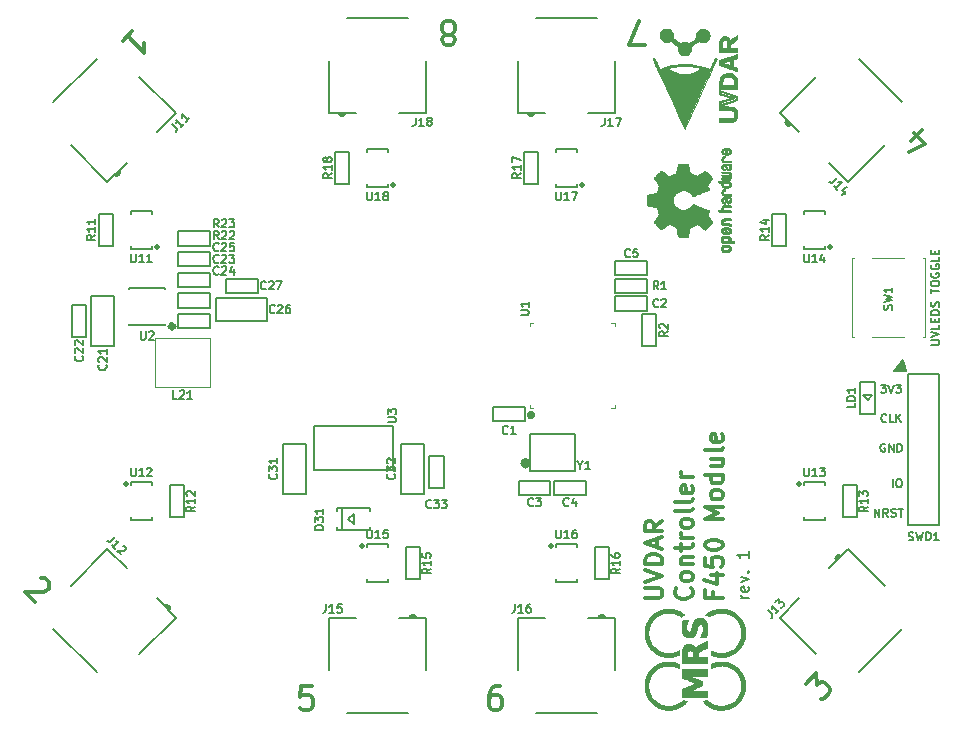
<source format=gbr>
G04 #@! TF.GenerationSoftware,KiCad,Pcbnew,5.1.7-a382d34a8~88~ubuntu20.04.1*
G04 #@! TF.CreationDate,2021-02-09T11:34:01+01:00*
G04 #@! TF.ProjectId,UVDAR_Module,55564441-525f-44d6-9f64-756c652e6b69,rev?*
G04 #@! TF.SameCoordinates,Original*
G04 #@! TF.FileFunction,Legend,Top*
G04 #@! TF.FilePolarity,Positive*
%FSLAX46Y46*%
G04 Gerber Fmt 4.6, Leading zero omitted, Abs format (unit mm)*
G04 Created by KiCad (PCBNEW 5.1.7-a382d34a8~88~ubuntu20.04.1) date 2021-02-09 11:34:01*
%MOMM*%
%LPD*%
G01*
G04 APERTURE LIST*
%ADD10C,0.300000*%
%ADD11C,0.150000*%
%ADD12C,0.200000*%
%ADD13C,0.500000*%
%ADD14C,0.120000*%
%ADD15C,0.010000*%
G04 APERTURE END LIST*
D10*
X136677580Y-81033671D02*
X137620389Y-80090862D01*
X136475549Y-81909137D02*
X137822419Y-81235702D01*
X136946954Y-80360236D01*
X127754145Y-126946954D02*
X128629610Y-126071488D01*
X128696954Y-127081641D01*
X128898984Y-126879610D01*
X129101015Y-126812267D01*
X129235702Y-126812267D01*
X129437732Y-126879610D01*
X129774450Y-127216328D01*
X129841793Y-127418358D01*
X129841793Y-127553045D01*
X129774450Y-127755076D01*
X129370389Y-128159137D01*
X129168358Y-128226480D01*
X129033671Y-128226480D01*
X62985702Y-117956175D02*
X63120389Y-117956175D01*
X63322419Y-118023519D01*
X63659137Y-118360236D01*
X63726480Y-118562267D01*
X63726480Y-118696954D01*
X63659137Y-118898984D01*
X63524450Y-119033671D01*
X63255076Y-119168358D01*
X61638832Y-119168358D01*
X62514297Y-120043824D01*
D11*
X138366666Y-98233333D02*
X138933333Y-98233333D01*
X139000000Y-98200000D01*
X139033333Y-98166666D01*
X139066666Y-98100000D01*
X139066666Y-97966666D01*
X139033333Y-97900000D01*
X139000000Y-97866666D01*
X138933333Y-97833333D01*
X138366666Y-97833333D01*
X138366666Y-97600000D02*
X139066666Y-97366666D01*
X138366666Y-97133333D01*
X139066666Y-96566666D02*
X139066666Y-96900000D01*
X138366666Y-96900000D01*
X138700000Y-96333333D02*
X138700000Y-96100000D01*
X139066666Y-96000000D02*
X139066666Y-96333333D01*
X138366666Y-96333333D01*
X138366666Y-96000000D01*
X139066666Y-95700000D02*
X138366666Y-95700000D01*
X138366666Y-95533333D01*
X138400000Y-95433333D01*
X138466666Y-95366666D01*
X138533333Y-95333333D01*
X138666666Y-95300000D01*
X138766666Y-95300000D01*
X138900000Y-95333333D01*
X138966666Y-95366666D01*
X139033333Y-95433333D01*
X139066666Y-95533333D01*
X139066666Y-95700000D01*
X139033333Y-95033333D02*
X139066666Y-94933333D01*
X139066666Y-94766666D01*
X139033333Y-94700000D01*
X139000000Y-94666666D01*
X138933333Y-94633333D01*
X138866666Y-94633333D01*
X138800000Y-94666666D01*
X138766666Y-94700000D01*
X138733333Y-94766666D01*
X138700000Y-94900000D01*
X138666666Y-94966666D01*
X138633333Y-95000000D01*
X138566666Y-95033333D01*
X138500000Y-95033333D01*
X138433333Y-95000000D01*
X138400000Y-94966666D01*
X138366666Y-94900000D01*
X138366666Y-94733333D01*
X138400000Y-94633333D01*
X138366666Y-93900000D02*
X138366666Y-93500000D01*
X139066666Y-93700000D02*
X138366666Y-93700000D01*
X138366666Y-93133333D02*
X138366666Y-93000000D01*
X138400000Y-92933333D01*
X138466666Y-92866666D01*
X138600000Y-92833333D01*
X138833333Y-92833333D01*
X138966666Y-92866666D01*
X139033333Y-92933333D01*
X139066666Y-93000000D01*
X139066666Y-93133333D01*
X139033333Y-93200000D01*
X138966666Y-93266666D01*
X138833333Y-93300000D01*
X138600000Y-93300000D01*
X138466666Y-93266666D01*
X138400000Y-93200000D01*
X138366666Y-93133333D01*
X138400000Y-92166666D02*
X138366666Y-92233333D01*
X138366666Y-92333333D01*
X138400000Y-92433333D01*
X138466666Y-92500000D01*
X138533333Y-92533333D01*
X138666666Y-92566666D01*
X138766666Y-92566666D01*
X138900000Y-92533333D01*
X138966666Y-92500000D01*
X139033333Y-92433333D01*
X139066666Y-92333333D01*
X139066666Y-92266666D01*
X139033333Y-92166666D01*
X139000000Y-92133333D01*
X138766666Y-92133333D01*
X138766666Y-92266666D01*
X138400000Y-91466666D02*
X138366666Y-91533333D01*
X138366666Y-91633333D01*
X138400000Y-91733333D01*
X138466666Y-91800000D01*
X138533333Y-91833333D01*
X138666666Y-91866666D01*
X138766666Y-91866666D01*
X138900000Y-91833333D01*
X138966666Y-91800000D01*
X139033333Y-91733333D01*
X139066666Y-91633333D01*
X139066666Y-91566666D01*
X139033333Y-91466666D01*
X139000000Y-91433333D01*
X138766666Y-91433333D01*
X138766666Y-91566666D01*
X139066666Y-90800000D02*
X139066666Y-91133333D01*
X138366666Y-91133333D01*
X138700000Y-90566666D02*
X138700000Y-90333333D01*
X139066666Y-90233333D02*
X139066666Y-90566666D01*
X138366666Y-90566666D01*
X138366666Y-90233333D01*
X134133333Y-101616666D02*
X134566666Y-101616666D01*
X134333333Y-101883333D01*
X134433333Y-101883333D01*
X134500000Y-101916666D01*
X134533333Y-101950000D01*
X134566666Y-102016666D01*
X134566666Y-102183333D01*
X134533333Y-102250000D01*
X134500000Y-102283333D01*
X134433333Y-102316666D01*
X134233333Y-102316666D01*
X134166666Y-102283333D01*
X134133333Y-102250000D01*
X134766666Y-101616666D02*
X135000000Y-102316666D01*
X135233333Y-101616666D01*
X135400000Y-101616666D02*
X135833333Y-101616666D01*
X135600000Y-101883333D01*
X135700000Y-101883333D01*
X135766666Y-101916666D01*
X135800000Y-101950000D01*
X135833333Y-102016666D01*
X135833333Y-102183333D01*
X135800000Y-102250000D01*
X135766666Y-102283333D01*
X135700000Y-102316666D01*
X135500000Y-102316666D01*
X135433333Y-102283333D01*
X135400000Y-102250000D01*
X134583333Y-104750000D02*
X134550000Y-104783333D01*
X134450000Y-104816666D01*
X134383333Y-104816666D01*
X134283333Y-104783333D01*
X134216666Y-104716666D01*
X134183333Y-104650000D01*
X134150000Y-104516666D01*
X134150000Y-104416666D01*
X134183333Y-104283333D01*
X134216666Y-104216666D01*
X134283333Y-104150000D01*
X134383333Y-104116666D01*
X134450000Y-104116666D01*
X134550000Y-104150000D01*
X134583333Y-104183333D01*
X135216666Y-104816666D02*
X134883333Y-104816666D01*
X134883333Y-104116666D01*
X135450000Y-104816666D02*
X135450000Y-104116666D01*
X135850000Y-104816666D02*
X135550000Y-104416666D01*
X135850000Y-104116666D02*
X135450000Y-104516666D01*
X134466666Y-106650000D02*
X134400000Y-106616666D01*
X134300000Y-106616666D01*
X134200000Y-106650000D01*
X134133333Y-106716666D01*
X134100000Y-106783333D01*
X134066666Y-106916666D01*
X134066666Y-107016666D01*
X134100000Y-107150000D01*
X134133333Y-107216666D01*
X134200000Y-107283333D01*
X134300000Y-107316666D01*
X134366666Y-107316666D01*
X134466666Y-107283333D01*
X134500000Y-107250000D01*
X134500000Y-107016666D01*
X134366666Y-107016666D01*
X134800000Y-107316666D02*
X134800000Y-106616666D01*
X135200000Y-107316666D01*
X135200000Y-106616666D01*
X135533333Y-107316666D02*
X135533333Y-106616666D01*
X135700000Y-106616666D01*
X135800000Y-106650000D01*
X135866666Y-106716666D01*
X135900000Y-106783333D01*
X135933333Y-106916666D01*
X135933333Y-107016666D01*
X135900000Y-107150000D01*
X135866666Y-107216666D01*
X135800000Y-107283333D01*
X135700000Y-107316666D01*
X135533333Y-107316666D01*
X135133333Y-110316666D02*
X135133333Y-109616666D01*
X135600000Y-109616666D02*
X135733333Y-109616666D01*
X135800000Y-109650000D01*
X135866666Y-109716666D01*
X135900000Y-109850000D01*
X135900000Y-110083333D01*
X135866666Y-110216666D01*
X135800000Y-110283333D01*
X135733333Y-110316666D01*
X135600000Y-110316666D01*
X135533333Y-110283333D01*
X135466666Y-110216666D01*
X135433333Y-110083333D01*
X135433333Y-109850000D01*
X135466666Y-109716666D01*
X135533333Y-109650000D01*
X135600000Y-109616666D01*
X133600000Y-112816666D02*
X133600000Y-112116666D01*
X134000000Y-112816666D01*
X134000000Y-112116666D01*
X134733333Y-112816666D02*
X134500000Y-112483333D01*
X134333333Y-112816666D02*
X134333333Y-112116666D01*
X134600000Y-112116666D01*
X134666666Y-112150000D01*
X134700000Y-112183333D01*
X134733333Y-112250000D01*
X134733333Y-112350000D01*
X134700000Y-112416666D01*
X134666666Y-112450000D01*
X134600000Y-112483333D01*
X134333333Y-112483333D01*
X135000000Y-112783333D02*
X135100000Y-112816666D01*
X135266666Y-112816666D01*
X135333333Y-112783333D01*
X135366666Y-112750000D01*
X135400000Y-112683333D01*
X135400000Y-112616666D01*
X135366666Y-112550000D01*
X135333333Y-112516666D01*
X135266666Y-112483333D01*
X135133333Y-112450000D01*
X135066666Y-112416666D01*
X135033333Y-112383333D01*
X135000000Y-112316666D01*
X135000000Y-112250000D01*
X135033333Y-112183333D01*
X135066666Y-112150000D01*
X135133333Y-112116666D01*
X135300000Y-112116666D01*
X135400000Y-112150000D01*
X135600000Y-112116666D02*
X136000000Y-112116666D01*
X135800000Y-112816666D02*
X135800000Y-112116666D01*
D10*
X97690476Y-71988095D02*
X97880952Y-72083333D01*
X97976190Y-72178571D01*
X98071428Y-72369047D01*
X98071428Y-72464285D01*
X97976190Y-72654761D01*
X97880952Y-72750000D01*
X97690476Y-72845238D01*
X97309523Y-72845238D01*
X97119047Y-72750000D01*
X97023809Y-72654761D01*
X96928571Y-72464285D01*
X96928571Y-72369047D01*
X97023809Y-72178571D01*
X97119047Y-72083333D01*
X97309523Y-71988095D01*
X97690476Y-71988095D01*
X97880952Y-71892857D01*
X97976190Y-71797619D01*
X98071428Y-71607142D01*
X98071428Y-71226190D01*
X97976190Y-71035714D01*
X97880952Y-70940476D01*
X97690476Y-70845238D01*
X97309523Y-70845238D01*
X97119047Y-70940476D01*
X97023809Y-71035714D01*
X96928571Y-71226190D01*
X96928571Y-71607142D01*
X97023809Y-71797619D01*
X97119047Y-71892857D01*
X97309523Y-71988095D01*
X114166666Y-72845238D02*
X112833333Y-72845238D01*
X113690476Y-70845238D01*
X101880952Y-127154761D02*
X101500000Y-127154761D01*
X101309523Y-127250000D01*
X101214285Y-127345238D01*
X101023809Y-127630952D01*
X100928571Y-128011904D01*
X100928571Y-128773809D01*
X101023809Y-128964285D01*
X101119047Y-129059523D01*
X101309523Y-129154761D01*
X101690476Y-129154761D01*
X101880952Y-129059523D01*
X101976190Y-128964285D01*
X102071428Y-128773809D01*
X102071428Y-128297619D01*
X101976190Y-128107142D01*
X101880952Y-128011904D01*
X101690476Y-127916666D01*
X101309523Y-127916666D01*
X101119047Y-128011904D01*
X101023809Y-128107142D01*
X100928571Y-128297619D01*
X85976190Y-127154761D02*
X85023809Y-127154761D01*
X84928571Y-128107142D01*
X85023809Y-128011904D01*
X85214285Y-127916666D01*
X85690476Y-127916666D01*
X85880952Y-128011904D01*
X85976190Y-128107142D01*
X86071428Y-128297619D01*
X86071428Y-128773809D01*
X85976190Y-128964285D01*
X85880952Y-129059523D01*
X85690476Y-129154761D01*
X85214285Y-129154761D01*
X85023809Y-129059523D01*
X84928571Y-128964285D01*
X69956175Y-72514297D02*
X70764297Y-71706175D01*
X70360236Y-72110236D02*
X71774450Y-73524450D01*
X71707106Y-73187732D01*
X71707106Y-72918358D01*
X71774450Y-72716328D01*
D11*
G36*
X136250000Y-100500000D02*
G01*
X135250000Y-100500000D01*
X136000000Y-99500000D01*
X136250000Y-100500000D01*
G37*
X136250000Y-100500000D02*
X135250000Y-100500000D01*
X136000000Y-99500000D01*
X136250000Y-100500000D01*
D12*
X122952380Y-119726190D02*
X122285714Y-119726190D01*
X122476190Y-119726190D02*
X122380952Y-119678571D01*
X122333333Y-119630952D01*
X122285714Y-119535714D01*
X122285714Y-119440476D01*
X122904761Y-118726190D02*
X122952380Y-118821428D01*
X122952380Y-119011904D01*
X122904761Y-119107142D01*
X122809523Y-119154761D01*
X122428571Y-119154761D01*
X122333333Y-119107142D01*
X122285714Y-119011904D01*
X122285714Y-118821428D01*
X122333333Y-118726190D01*
X122428571Y-118678571D01*
X122523809Y-118678571D01*
X122619047Y-119154761D01*
X122285714Y-118345238D02*
X122952380Y-118107142D01*
X122285714Y-117869047D01*
X122857142Y-117488095D02*
X122904761Y-117440476D01*
X122952380Y-117488095D01*
X122904761Y-117535714D01*
X122857142Y-117488095D01*
X122952380Y-117488095D01*
X122952380Y-115726190D02*
X122952380Y-116297619D01*
X122952380Y-116011904D02*
X121952380Y-116011904D01*
X122095238Y-116107142D01*
X122190476Y-116202380D01*
X122238095Y-116297619D01*
D10*
X114128571Y-119697857D02*
X115342857Y-119697857D01*
X115485714Y-119626428D01*
X115557142Y-119555000D01*
X115628571Y-119412142D01*
X115628571Y-119126428D01*
X115557142Y-118983571D01*
X115485714Y-118912142D01*
X115342857Y-118840714D01*
X114128571Y-118840714D01*
X114128571Y-118340714D02*
X115628571Y-117840714D01*
X114128571Y-117340714D01*
X115628571Y-116840714D02*
X114128571Y-116840714D01*
X114128571Y-116483571D01*
X114200000Y-116269285D01*
X114342857Y-116126428D01*
X114485714Y-116055000D01*
X114771428Y-115983571D01*
X114985714Y-115983571D01*
X115271428Y-116055000D01*
X115414285Y-116126428D01*
X115557142Y-116269285D01*
X115628571Y-116483571D01*
X115628571Y-116840714D01*
X115200000Y-115412142D02*
X115200000Y-114697857D01*
X115628571Y-115555000D02*
X114128571Y-115055000D01*
X115628571Y-114555000D01*
X115628571Y-113197857D02*
X114914285Y-113697857D01*
X115628571Y-114055000D02*
X114128571Y-114055000D01*
X114128571Y-113483571D01*
X114200000Y-113340714D01*
X114271428Y-113269285D01*
X114414285Y-113197857D01*
X114628571Y-113197857D01*
X114771428Y-113269285D01*
X114842857Y-113340714D01*
X114914285Y-113483571D01*
X114914285Y-114055000D01*
X118035714Y-118840714D02*
X118107142Y-118912142D01*
X118178571Y-119126428D01*
X118178571Y-119269285D01*
X118107142Y-119483571D01*
X117964285Y-119626428D01*
X117821428Y-119697857D01*
X117535714Y-119769285D01*
X117321428Y-119769285D01*
X117035714Y-119697857D01*
X116892857Y-119626428D01*
X116750000Y-119483571D01*
X116678571Y-119269285D01*
X116678571Y-119126428D01*
X116750000Y-118912142D01*
X116821428Y-118840714D01*
X118178571Y-117983571D02*
X118107142Y-118126428D01*
X118035714Y-118197857D01*
X117892857Y-118269285D01*
X117464285Y-118269285D01*
X117321428Y-118197857D01*
X117250000Y-118126428D01*
X117178571Y-117983571D01*
X117178571Y-117769285D01*
X117250000Y-117626428D01*
X117321428Y-117555000D01*
X117464285Y-117483571D01*
X117892857Y-117483571D01*
X118035714Y-117555000D01*
X118107142Y-117626428D01*
X118178571Y-117769285D01*
X118178571Y-117983571D01*
X117178571Y-116840714D02*
X118178571Y-116840714D01*
X117321428Y-116840714D02*
X117250000Y-116769285D01*
X117178571Y-116626428D01*
X117178571Y-116412142D01*
X117250000Y-116269285D01*
X117392857Y-116197857D01*
X118178571Y-116197857D01*
X117178571Y-115697857D02*
X117178571Y-115126428D01*
X116678571Y-115483571D02*
X117964285Y-115483571D01*
X118107142Y-115412142D01*
X118178571Y-115269285D01*
X118178571Y-115126428D01*
X118178571Y-114626428D02*
X117178571Y-114626428D01*
X117464285Y-114626428D02*
X117321428Y-114555000D01*
X117250000Y-114483571D01*
X117178571Y-114340714D01*
X117178571Y-114197857D01*
X118178571Y-113483571D02*
X118107142Y-113626428D01*
X118035714Y-113697857D01*
X117892857Y-113769285D01*
X117464285Y-113769285D01*
X117321428Y-113697857D01*
X117250000Y-113626428D01*
X117178571Y-113483571D01*
X117178571Y-113269285D01*
X117250000Y-113126428D01*
X117321428Y-113055000D01*
X117464285Y-112983571D01*
X117892857Y-112983571D01*
X118035714Y-113055000D01*
X118107142Y-113126428D01*
X118178571Y-113269285D01*
X118178571Y-113483571D01*
X118178571Y-112126428D02*
X118107142Y-112269285D01*
X117964285Y-112340714D01*
X116678571Y-112340714D01*
X118178571Y-111340714D02*
X118107142Y-111483571D01*
X117964285Y-111555000D01*
X116678571Y-111555000D01*
X118107142Y-110197857D02*
X118178571Y-110340714D01*
X118178571Y-110626428D01*
X118107142Y-110769285D01*
X117964285Y-110840714D01*
X117392857Y-110840714D01*
X117250000Y-110769285D01*
X117178571Y-110626428D01*
X117178571Y-110340714D01*
X117250000Y-110197857D01*
X117392857Y-110126428D01*
X117535714Y-110126428D01*
X117678571Y-110840714D01*
X118178571Y-109483571D02*
X117178571Y-109483571D01*
X117464285Y-109483571D02*
X117321428Y-109412142D01*
X117250000Y-109340714D01*
X117178571Y-109197857D01*
X117178571Y-109055000D01*
X119942857Y-119197857D02*
X119942857Y-119697857D01*
X120728571Y-119697857D02*
X119228571Y-119697857D01*
X119228571Y-118983571D01*
X119728571Y-117769285D02*
X120728571Y-117769285D01*
X119157142Y-118126428D02*
X120228571Y-118483571D01*
X120228571Y-117555000D01*
X119228571Y-116269285D02*
X119228571Y-116983571D01*
X119942857Y-117055000D01*
X119871428Y-116983571D01*
X119800000Y-116840714D01*
X119800000Y-116483571D01*
X119871428Y-116340714D01*
X119942857Y-116269285D01*
X120085714Y-116197857D01*
X120442857Y-116197857D01*
X120585714Y-116269285D01*
X120657142Y-116340714D01*
X120728571Y-116483571D01*
X120728571Y-116840714D01*
X120657142Y-116983571D01*
X120585714Y-117055000D01*
X119228571Y-115269285D02*
X119228571Y-115126428D01*
X119300000Y-114983571D01*
X119371428Y-114912142D01*
X119514285Y-114840714D01*
X119800000Y-114769285D01*
X120157142Y-114769285D01*
X120442857Y-114840714D01*
X120585714Y-114912142D01*
X120657142Y-114983571D01*
X120728571Y-115126428D01*
X120728571Y-115269285D01*
X120657142Y-115412142D01*
X120585714Y-115483571D01*
X120442857Y-115555000D01*
X120157142Y-115626428D01*
X119800000Y-115626428D01*
X119514285Y-115555000D01*
X119371428Y-115483571D01*
X119300000Y-115412142D01*
X119228571Y-115269285D01*
X120728571Y-112983571D02*
X119228571Y-112983571D01*
X120300000Y-112483571D01*
X119228571Y-111983571D01*
X120728571Y-111983571D01*
X120728571Y-111055000D02*
X120657142Y-111197857D01*
X120585714Y-111269285D01*
X120442857Y-111340714D01*
X120014285Y-111340714D01*
X119871428Y-111269285D01*
X119800000Y-111197857D01*
X119728571Y-111055000D01*
X119728571Y-110840714D01*
X119800000Y-110697857D01*
X119871428Y-110626428D01*
X120014285Y-110555000D01*
X120442857Y-110555000D01*
X120585714Y-110626428D01*
X120657142Y-110697857D01*
X120728571Y-110840714D01*
X120728571Y-111055000D01*
X120728571Y-109269285D02*
X119228571Y-109269285D01*
X120657142Y-109269285D02*
X120728571Y-109412142D01*
X120728571Y-109697857D01*
X120657142Y-109840714D01*
X120585714Y-109912142D01*
X120442857Y-109983571D01*
X120014285Y-109983571D01*
X119871428Y-109912142D01*
X119800000Y-109840714D01*
X119728571Y-109697857D01*
X119728571Y-109412142D01*
X119800000Y-109269285D01*
X119728571Y-107912142D02*
X120728571Y-107912142D01*
X119728571Y-108555000D02*
X120514285Y-108555000D01*
X120657142Y-108483571D01*
X120728571Y-108340714D01*
X120728571Y-108126428D01*
X120657142Y-107983571D01*
X120585714Y-107912142D01*
X120728571Y-106983571D02*
X120657142Y-107126428D01*
X120514285Y-107197857D01*
X119228571Y-107197857D01*
X120657142Y-105840714D02*
X120728571Y-105983571D01*
X120728571Y-106269285D01*
X120657142Y-106412142D01*
X120514285Y-106483571D01*
X119942857Y-106483571D01*
X119800000Y-106412142D01*
X119728571Y-106269285D01*
X119728571Y-105983571D01*
X119800000Y-105840714D01*
X119942857Y-105769285D01*
X120085714Y-105769285D01*
X120228571Y-106483571D01*
D11*
X93525000Y-110875000D02*
X93525000Y-106625000D01*
X93525000Y-106625000D02*
X95475000Y-106625000D01*
X95475000Y-106625000D02*
X95475000Y-110875000D01*
X95475000Y-110875000D02*
X93525000Y-110875000D01*
X83525000Y-110875000D02*
X83525000Y-106625000D01*
X83525000Y-106625000D02*
X85475000Y-106625000D01*
X85475000Y-106625000D02*
X85475000Y-110875000D01*
X85475000Y-110875000D02*
X83525000Y-110875000D01*
D13*
X74241421Y-96700000D02*
G75*
G03*
X74241421Y-96700000I-141421J0D01*
G01*
D11*
X73500000Y-93400000D02*
X73500000Y-93500000D01*
X70500000Y-93400000D02*
X73500000Y-93400000D01*
X70500000Y-93400000D02*
X70500000Y-93500000D01*
X70500000Y-96600000D02*
X70500000Y-96500000D01*
X73500000Y-96600000D02*
X73500000Y-96500000D01*
X73500000Y-96600000D02*
X70500000Y-96600000D01*
X77350000Y-88650000D02*
X77350000Y-89850000D01*
X74650000Y-88650000D02*
X74650000Y-89850000D01*
X74650000Y-89850000D02*
X77350000Y-89850000D01*
X74650000Y-88650000D02*
X77350000Y-88650000D01*
X74650000Y-91600000D02*
X74650000Y-90400000D01*
X77350000Y-91600000D02*
X77350000Y-90400000D01*
X77350000Y-90400000D02*
X74650000Y-90400000D01*
X77350000Y-91600000D02*
X74650000Y-91600000D01*
D14*
X72700000Y-97650000D02*
X77300000Y-97650000D01*
X77300000Y-97650000D02*
X77300000Y-101850000D01*
X77300000Y-101850000D02*
X72700000Y-101850000D01*
X72700000Y-101850000D02*
X72700000Y-97650000D01*
D11*
X81350000Y-93850000D02*
X81350000Y-92650000D01*
X81350000Y-92650000D02*
X78650000Y-92650000D01*
X78650000Y-93850000D02*
X78650000Y-92650000D01*
X81350000Y-93850000D02*
X78650000Y-93850000D01*
X82125000Y-94275000D02*
X82125000Y-96225000D01*
X77875000Y-94275000D02*
X82125000Y-94275000D01*
X77875000Y-96225000D02*
X77875000Y-94275000D01*
X82125000Y-96225000D02*
X77875000Y-96225000D01*
X77350000Y-93350000D02*
X77350000Y-92150000D01*
X77350000Y-92150000D02*
X74650000Y-92150000D01*
X74650000Y-93350000D02*
X74650000Y-92150000D01*
X77350000Y-93350000D02*
X74650000Y-93350000D01*
X77350000Y-96850000D02*
X77350000Y-95650000D01*
X77350000Y-95650000D02*
X74650000Y-95650000D01*
X74650000Y-96850000D02*
X74650000Y-95650000D01*
X77350000Y-96850000D02*
X74650000Y-96850000D01*
X74650000Y-93900000D02*
X74650000Y-95100000D01*
X74650000Y-95100000D02*
X77350000Y-95100000D01*
X77350000Y-93900000D02*
X77350000Y-95100000D01*
X74650000Y-93900000D02*
X77350000Y-93900000D01*
X66850000Y-94900000D02*
X65650000Y-94900000D01*
X65650000Y-94900000D02*
X65650000Y-97600000D01*
X66850000Y-97600000D02*
X65650000Y-97600000D01*
X66850000Y-94900000D02*
X66850000Y-97600000D01*
X67275000Y-94125000D02*
X69225000Y-94125000D01*
X67275000Y-98375000D02*
X67275000Y-94125000D01*
X69225000Y-98375000D02*
X67275000Y-98375000D01*
X69225000Y-94125000D02*
X69225000Y-98375000D01*
X113900000Y-95650000D02*
X115100000Y-95650000D01*
X113900000Y-98350000D02*
X115100000Y-98350000D01*
X115100000Y-98350000D02*
X115100000Y-95650000D01*
X113900000Y-98350000D02*
X113900000Y-95650000D01*
X133000000Y-102900000D02*
X132650000Y-102500000D01*
X133350000Y-102500000D02*
X133000000Y-102900000D01*
X132650000Y-102500000D02*
X133350000Y-102500000D01*
X133600000Y-104100000D02*
X133600000Y-101400000D01*
X132400000Y-104100000D02*
X133600000Y-104100000D01*
X132400000Y-101400000D02*
X133600000Y-101400000D01*
X132400000Y-104100000D02*
X132400000Y-101400000D01*
D15*
G36*
X114287776Y-85860122D02*
G01*
X114288355Y-85754388D01*
X114289922Y-85677868D01*
X114292972Y-85625628D01*
X114297996Y-85592737D01*
X114305489Y-85574263D01*
X114315944Y-85565273D01*
X114329853Y-85560837D01*
X114331654Y-85560406D01*
X114364145Y-85553667D01*
X114428252Y-85541192D01*
X114517151Y-85524281D01*
X114624019Y-85504229D01*
X114742033Y-85482336D01*
X114746178Y-85481571D01*
X114861831Y-85459641D01*
X114964014Y-85439123D01*
X115046598Y-85421341D01*
X115103456Y-85407619D01*
X115128458Y-85399282D01*
X115128901Y-85398884D01*
X115141110Y-85374323D01*
X115161456Y-85323685D01*
X115185545Y-85257905D01*
X115185674Y-85257539D01*
X115216818Y-85174683D01*
X115256491Y-85077000D01*
X115296381Y-84984923D01*
X115298353Y-84980566D01*
X115366420Y-84830593D01*
X115139639Y-84498502D01*
X115070504Y-84396626D01*
X115008697Y-84304343D01*
X114957733Y-84226997D01*
X114921127Y-84169936D01*
X114902394Y-84138505D01*
X114901004Y-84135521D01*
X114907190Y-84112679D01*
X114937035Y-84070018D01*
X114991947Y-84005872D01*
X115073334Y-83918579D01*
X115159922Y-83829465D01*
X115245247Y-83743559D01*
X115323108Y-83666673D01*
X115388697Y-83603436D01*
X115437205Y-83558477D01*
X115463825Y-83536424D01*
X115465195Y-83535604D01*
X115483463Y-83533166D01*
X115513295Y-83542350D01*
X115558721Y-83565426D01*
X115623770Y-83604663D01*
X115712470Y-83662330D01*
X115826657Y-83739205D01*
X115927162Y-83807430D01*
X116017303Y-83868418D01*
X116091849Y-83918644D01*
X116145565Y-83954584D01*
X116173218Y-83972713D01*
X116175095Y-83973854D01*
X116201590Y-83971641D01*
X116253086Y-83954862D01*
X116319851Y-83926858D01*
X116341172Y-83916878D01*
X116436159Y-83873328D01*
X116543937Y-83826866D01*
X116637192Y-83789123D01*
X116706406Y-83761927D01*
X116759006Y-83740325D01*
X116786497Y-83727842D01*
X116788616Y-83726291D01*
X116792124Y-83703332D01*
X116801738Y-83649214D01*
X116816089Y-83571132D01*
X116833807Y-83476281D01*
X116853525Y-83371857D01*
X116873874Y-83265056D01*
X116893486Y-83163074D01*
X116910991Y-83073106D01*
X116925022Y-83002347D01*
X116934209Y-82957994D01*
X116936807Y-82947115D01*
X116943218Y-82935878D01*
X116957697Y-82927395D01*
X116985133Y-82921286D01*
X117030411Y-82917168D01*
X117098420Y-82914659D01*
X117194047Y-82913379D01*
X117322180Y-82912946D01*
X117374701Y-82912923D01*
X117801845Y-82912923D01*
X117822091Y-83015500D01*
X117833070Y-83072569D01*
X117849095Y-83157731D01*
X117868233Y-83260628D01*
X117888551Y-83370904D01*
X117894132Y-83401385D01*
X117913917Y-83503145D01*
X117933373Y-83591795D01*
X117950697Y-83659892D01*
X117964088Y-83699996D01*
X117968079Y-83706677D01*
X117996342Y-83723081D01*
X118051109Y-83746601D01*
X118121588Y-83772684D01*
X118136769Y-83777858D01*
X118230896Y-83812044D01*
X118337101Y-83854477D01*
X118432473Y-83896003D01*
X118432916Y-83896208D01*
X118582525Y-83965360D01*
X119251617Y-83510488D01*
X119544116Y-83802500D01*
X119631170Y-83890820D01*
X119707909Y-83971375D01*
X119770237Y-84039640D01*
X119814056Y-84091092D01*
X119835270Y-84121206D01*
X119836616Y-84125526D01*
X119826016Y-84150889D01*
X119796547Y-84202642D01*
X119751705Y-84275132D01*
X119694984Y-84362706D01*
X119631462Y-84457388D01*
X119566668Y-84553484D01*
X119510287Y-84639163D01*
X119465788Y-84708984D01*
X119436639Y-84757506D01*
X119426308Y-84779218D01*
X119435050Y-84805707D01*
X119458087Y-84855938D01*
X119490631Y-84919549D01*
X119494249Y-84926292D01*
X119537210Y-85011954D01*
X119558279Y-85070694D01*
X119558503Y-85107228D01*
X119538928Y-85126269D01*
X119538654Y-85126380D01*
X119515472Y-85135898D01*
X119460441Y-85158597D01*
X119377822Y-85192718D01*
X119271872Y-85236500D01*
X119146852Y-85288184D01*
X119007020Y-85346008D01*
X118871637Y-85402009D01*
X118722234Y-85463553D01*
X118583832Y-85520061D01*
X118460673Y-85569839D01*
X118357002Y-85611194D01*
X118277059Y-85642432D01*
X118225088Y-85661859D01*
X118205692Y-85667846D01*
X118183443Y-85652832D01*
X118147982Y-85613561D01*
X118108887Y-85561193D01*
X117985245Y-85412059D01*
X117843522Y-85295489D01*
X117686704Y-85212882D01*
X117517775Y-85165634D01*
X117339722Y-85155143D01*
X117257539Y-85162769D01*
X117087031Y-85204318D01*
X116936459Y-85275877D01*
X116807309Y-85373005D01*
X116701064Y-85491266D01*
X116619210Y-85626220D01*
X116563232Y-85773429D01*
X116534615Y-85928456D01*
X116534844Y-86086861D01*
X116565405Y-86244206D01*
X116627782Y-86396054D01*
X116723460Y-86537965D01*
X116777572Y-86597197D01*
X116916520Y-86710797D01*
X117068361Y-86789894D01*
X117228667Y-86835014D01*
X117393012Y-86846684D01*
X117556971Y-86825431D01*
X117716118Y-86771780D01*
X117866025Y-86686260D01*
X118002267Y-86569395D01*
X118108887Y-86438807D01*
X118149642Y-86384412D01*
X118184718Y-86345986D01*
X118205726Y-86332154D01*
X118228635Y-86339397D01*
X118283365Y-86359995D01*
X118365672Y-86392254D01*
X118471315Y-86434479D01*
X118596050Y-86484977D01*
X118735636Y-86542052D01*
X118871670Y-86598146D01*
X119021201Y-86660033D01*
X119159767Y-86717356D01*
X119283107Y-86768356D01*
X119386964Y-86811273D01*
X119467080Y-86844347D01*
X119519195Y-86865819D01*
X119538654Y-86873775D01*
X119558423Y-86892571D01*
X119558365Y-86928926D01*
X119537441Y-86987521D01*
X119494613Y-87073032D01*
X119494249Y-87073708D01*
X119461012Y-87138093D01*
X119436802Y-87190139D01*
X119426404Y-87219488D01*
X119426308Y-87220783D01*
X119436855Y-87242876D01*
X119466184Y-87291652D01*
X119510827Y-87361669D01*
X119567314Y-87447486D01*
X119631462Y-87542612D01*
X119696411Y-87639460D01*
X119752896Y-87726747D01*
X119797421Y-87798819D01*
X119826490Y-87850023D01*
X119836616Y-87874474D01*
X119823307Y-87896990D01*
X119786112Y-87942258D01*
X119729128Y-88005756D01*
X119656449Y-88082961D01*
X119572171Y-88169349D01*
X119544016Y-88197601D01*
X119251416Y-88489713D01*
X118925104Y-88267369D01*
X118824897Y-88199798D01*
X118734963Y-88140493D01*
X118660510Y-88092783D01*
X118606751Y-88059993D01*
X118578894Y-88045452D01*
X118576912Y-88045026D01*
X118550655Y-88052692D01*
X118497837Y-88073311D01*
X118427310Y-88103315D01*
X118380093Y-88124375D01*
X118289694Y-88163752D01*
X118198366Y-88200835D01*
X118121200Y-88229585D01*
X118097692Y-88237395D01*
X118034916Y-88259583D01*
X117986411Y-88281273D01*
X117968079Y-88293187D01*
X117956859Y-88319477D01*
X117940954Y-88376858D01*
X117922167Y-88457882D01*
X117902299Y-88555105D01*
X117894132Y-88598615D01*
X117873829Y-88709104D01*
X117854170Y-88815084D01*
X117837088Y-88906199D01*
X117824518Y-88972092D01*
X117822091Y-88984500D01*
X117801845Y-89087077D01*
X117374701Y-89087077D01*
X117234246Y-89086847D01*
X117127979Y-89085901D01*
X117051013Y-89083859D01*
X116998460Y-89080338D01*
X116965433Y-89074957D01*
X116947045Y-89067334D01*
X116938408Y-89057088D01*
X116936807Y-89052885D01*
X116931127Y-89027530D01*
X116919795Y-88971516D01*
X116904179Y-88892036D01*
X116885647Y-88796288D01*
X116865569Y-88691467D01*
X116845312Y-88584768D01*
X116826246Y-88483387D01*
X116809739Y-88394521D01*
X116797159Y-88325363D01*
X116789875Y-88283111D01*
X116788616Y-88273710D01*
X116771763Y-88265193D01*
X116726870Y-88246340D01*
X116662430Y-88220676D01*
X116637192Y-88210877D01*
X116539686Y-88171352D01*
X116431959Y-88124808D01*
X116341172Y-88083123D01*
X116271753Y-88052450D01*
X116214710Y-88032044D01*
X116179777Y-88025232D01*
X116175095Y-88026318D01*
X116152991Y-88040715D01*
X116103831Y-88073588D01*
X116032848Y-88121410D01*
X115945278Y-88180652D01*
X115846357Y-88247785D01*
X115826830Y-88261059D01*
X115711140Y-88338954D01*
X115623044Y-88396213D01*
X115558486Y-88435119D01*
X115513411Y-88457956D01*
X115483763Y-88467006D01*
X115465485Y-88464552D01*
X115465369Y-88464489D01*
X115441361Y-88445173D01*
X115394947Y-88402449D01*
X115330937Y-88340949D01*
X115254145Y-88265302D01*
X115169382Y-88180139D01*
X115159922Y-88170535D01*
X115055989Y-88063210D01*
X114979675Y-87980385D01*
X114929571Y-87920395D01*
X114904270Y-87881577D01*
X114901004Y-87864480D01*
X114915250Y-87839527D01*
X114948156Y-87787745D01*
X114996208Y-87714480D01*
X115055890Y-87625080D01*
X115123688Y-87524889D01*
X115139639Y-87501499D01*
X115366420Y-87169407D01*
X115298353Y-87019435D01*
X115258685Y-86928230D01*
X115218791Y-86830331D01*
X115186983Y-86746169D01*
X115185674Y-86742462D01*
X115161576Y-86676631D01*
X115141200Y-86625884D01*
X115128936Y-86601158D01*
X115128901Y-86601116D01*
X115106734Y-86593271D01*
X115052217Y-86579934D01*
X114971480Y-86562430D01*
X114870650Y-86542083D01*
X114755856Y-86520218D01*
X114746178Y-86518429D01*
X114627904Y-86496496D01*
X114520542Y-86476360D01*
X114430917Y-86459320D01*
X114365851Y-86446672D01*
X114332168Y-86439716D01*
X114331654Y-86439594D01*
X114317325Y-86435361D01*
X114306507Y-86427129D01*
X114298706Y-86409967D01*
X114293429Y-86378942D01*
X114290182Y-86329122D01*
X114288472Y-86255576D01*
X114287807Y-86153371D01*
X114287693Y-86017575D01*
X114287692Y-86000000D01*
X114287776Y-85860122D01*
G37*
X114287776Y-85860122D02*
X114288355Y-85754388D01*
X114289922Y-85677868D01*
X114292972Y-85625628D01*
X114297996Y-85592737D01*
X114305489Y-85574263D01*
X114315944Y-85565273D01*
X114329853Y-85560837D01*
X114331654Y-85560406D01*
X114364145Y-85553667D01*
X114428252Y-85541192D01*
X114517151Y-85524281D01*
X114624019Y-85504229D01*
X114742033Y-85482336D01*
X114746178Y-85481571D01*
X114861831Y-85459641D01*
X114964014Y-85439123D01*
X115046598Y-85421341D01*
X115103456Y-85407619D01*
X115128458Y-85399282D01*
X115128901Y-85398884D01*
X115141110Y-85374323D01*
X115161456Y-85323685D01*
X115185545Y-85257905D01*
X115185674Y-85257539D01*
X115216818Y-85174683D01*
X115256491Y-85077000D01*
X115296381Y-84984923D01*
X115298353Y-84980566D01*
X115366420Y-84830593D01*
X115139639Y-84498502D01*
X115070504Y-84396626D01*
X115008697Y-84304343D01*
X114957733Y-84226997D01*
X114921127Y-84169936D01*
X114902394Y-84138505D01*
X114901004Y-84135521D01*
X114907190Y-84112679D01*
X114937035Y-84070018D01*
X114991947Y-84005872D01*
X115073334Y-83918579D01*
X115159922Y-83829465D01*
X115245247Y-83743559D01*
X115323108Y-83666673D01*
X115388697Y-83603436D01*
X115437205Y-83558477D01*
X115463825Y-83536424D01*
X115465195Y-83535604D01*
X115483463Y-83533166D01*
X115513295Y-83542350D01*
X115558721Y-83565426D01*
X115623770Y-83604663D01*
X115712470Y-83662330D01*
X115826657Y-83739205D01*
X115927162Y-83807430D01*
X116017303Y-83868418D01*
X116091849Y-83918644D01*
X116145565Y-83954584D01*
X116173218Y-83972713D01*
X116175095Y-83973854D01*
X116201590Y-83971641D01*
X116253086Y-83954862D01*
X116319851Y-83926858D01*
X116341172Y-83916878D01*
X116436159Y-83873328D01*
X116543937Y-83826866D01*
X116637192Y-83789123D01*
X116706406Y-83761927D01*
X116759006Y-83740325D01*
X116786497Y-83727842D01*
X116788616Y-83726291D01*
X116792124Y-83703332D01*
X116801738Y-83649214D01*
X116816089Y-83571132D01*
X116833807Y-83476281D01*
X116853525Y-83371857D01*
X116873874Y-83265056D01*
X116893486Y-83163074D01*
X116910991Y-83073106D01*
X116925022Y-83002347D01*
X116934209Y-82957994D01*
X116936807Y-82947115D01*
X116943218Y-82935878D01*
X116957697Y-82927395D01*
X116985133Y-82921286D01*
X117030411Y-82917168D01*
X117098420Y-82914659D01*
X117194047Y-82913379D01*
X117322180Y-82912946D01*
X117374701Y-82912923D01*
X117801845Y-82912923D01*
X117822091Y-83015500D01*
X117833070Y-83072569D01*
X117849095Y-83157731D01*
X117868233Y-83260628D01*
X117888551Y-83370904D01*
X117894132Y-83401385D01*
X117913917Y-83503145D01*
X117933373Y-83591795D01*
X117950697Y-83659892D01*
X117964088Y-83699996D01*
X117968079Y-83706677D01*
X117996342Y-83723081D01*
X118051109Y-83746601D01*
X118121588Y-83772684D01*
X118136769Y-83777858D01*
X118230896Y-83812044D01*
X118337101Y-83854477D01*
X118432473Y-83896003D01*
X118432916Y-83896208D01*
X118582525Y-83965360D01*
X119251617Y-83510488D01*
X119544116Y-83802500D01*
X119631170Y-83890820D01*
X119707909Y-83971375D01*
X119770237Y-84039640D01*
X119814056Y-84091092D01*
X119835270Y-84121206D01*
X119836616Y-84125526D01*
X119826016Y-84150889D01*
X119796547Y-84202642D01*
X119751705Y-84275132D01*
X119694984Y-84362706D01*
X119631462Y-84457388D01*
X119566668Y-84553484D01*
X119510287Y-84639163D01*
X119465788Y-84708984D01*
X119436639Y-84757506D01*
X119426308Y-84779218D01*
X119435050Y-84805707D01*
X119458087Y-84855938D01*
X119490631Y-84919549D01*
X119494249Y-84926292D01*
X119537210Y-85011954D01*
X119558279Y-85070694D01*
X119558503Y-85107228D01*
X119538928Y-85126269D01*
X119538654Y-85126380D01*
X119515472Y-85135898D01*
X119460441Y-85158597D01*
X119377822Y-85192718D01*
X119271872Y-85236500D01*
X119146852Y-85288184D01*
X119007020Y-85346008D01*
X118871637Y-85402009D01*
X118722234Y-85463553D01*
X118583832Y-85520061D01*
X118460673Y-85569839D01*
X118357002Y-85611194D01*
X118277059Y-85642432D01*
X118225088Y-85661859D01*
X118205692Y-85667846D01*
X118183443Y-85652832D01*
X118147982Y-85613561D01*
X118108887Y-85561193D01*
X117985245Y-85412059D01*
X117843522Y-85295489D01*
X117686704Y-85212882D01*
X117517775Y-85165634D01*
X117339722Y-85155143D01*
X117257539Y-85162769D01*
X117087031Y-85204318D01*
X116936459Y-85275877D01*
X116807309Y-85373005D01*
X116701064Y-85491266D01*
X116619210Y-85626220D01*
X116563232Y-85773429D01*
X116534615Y-85928456D01*
X116534844Y-86086861D01*
X116565405Y-86244206D01*
X116627782Y-86396054D01*
X116723460Y-86537965D01*
X116777572Y-86597197D01*
X116916520Y-86710797D01*
X117068361Y-86789894D01*
X117228667Y-86835014D01*
X117393012Y-86846684D01*
X117556971Y-86825431D01*
X117716118Y-86771780D01*
X117866025Y-86686260D01*
X118002267Y-86569395D01*
X118108887Y-86438807D01*
X118149642Y-86384412D01*
X118184718Y-86345986D01*
X118205726Y-86332154D01*
X118228635Y-86339397D01*
X118283365Y-86359995D01*
X118365672Y-86392254D01*
X118471315Y-86434479D01*
X118596050Y-86484977D01*
X118735636Y-86542052D01*
X118871670Y-86598146D01*
X119021201Y-86660033D01*
X119159767Y-86717356D01*
X119283107Y-86768356D01*
X119386964Y-86811273D01*
X119467080Y-86844347D01*
X119519195Y-86865819D01*
X119538654Y-86873775D01*
X119558423Y-86892571D01*
X119558365Y-86928926D01*
X119537441Y-86987521D01*
X119494613Y-87073032D01*
X119494249Y-87073708D01*
X119461012Y-87138093D01*
X119436802Y-87190139D01*
X119426404Y-87219488D01*
X119426308Y-87220783D01*
X119436855Y-87242876D01*
X119466184Y-87291652D01*
X119510827Y-87361669D01*
X119567314Y-87447486D01*
X119631462Y-87542612D01*
X119696411Y-87639460D01*
X119752896Y-87726747D01*
X119797421Y-87798819D01*
X119826490Y-87850023D01*
X119836616Y-87874474D01*
X119823307Y-87896990D01*
X119786112Y-87942258D01*
X119729128Y-88005756D01*
X119656449Y-88082961D01*
X119572171Y-88169349D01*
X119544016Y-88197601D01*
X119251416Y-88489713D01*
X118925104Y-88267369D01*
X118824897Y-88199798D01*
X118734963Y-88140493D01*
X118660510Y-88092783D01*
X118606751Y-88059993D01*
X118578894Y-88045452D01*
X118576912Y-88045026D01*
X118550655Y-88052692D01*
X118497837Y-88073311D01*
X118427310Y-88103315D01*
X118380093Y-88124375D01*
X118289694Y-88163752D01*
X118198366Y-88200835D01*
X118121200Y-88229585D01*
X118097692Y-88237395D01*
X118034916Y-88259583D01*
X117986411Y-88281273D01*
X117968079Y-88293187D01*
X117956859Y-88319477D01*
X117940954Y-88376858D01*
X117922167Y-88457882D01*
X117902299Y-88555105D01*
X117894132Y-88598615D01*
X117873829Y-88709104D01*
X117854170Y-88815084D01*
X117837088Y-88906199D01*
X117824518Y-88972092D01*
X117822091Y-88984500D01*
X117801845Y-89087077D01*
X117374701Y-89087077D01*
X117234246Y-89086847D01*
X117127979Y-89085901D01*
X117051013Y-89083859D01*
X116998460Y-89080338D01*
X116965433Y-89074957D01*
X116947045Y-89067334D01*
X116938408Y-89057088D01*
X116936807Y-89052885D01*
X116931127Y-89027530D01*
X116919795Y-88971516D01*
X116904179Y-88892036D01*
X116885647Y-88796288D01*
X116865569Y-88691467D01*
X116845312Y-88584768D01*
X116826246Y-88483387D01*
X116809739Y-88394521D01*
X116797159Y-88325363D01*
X116789875Y-88283111D01*
X116788616Y-88273710D01*
X116771763Y-88265193D01*
X116726870Y-88246340D01*
X116662430Y-88220676D01*
X116637192Y-88210877D01*
X116539686Y-88171352D01*
X116431959Y-88124808D01*
X116341172Y-88083123D01*
X116271753Y-88052450D01*
X116214710Y-88032044D01*
X116179777Y-88025232D01*
X116175095Y-88026318D01*
X116152991Y-88040715D01*
X116103831Y-88073588D01*
X116032848Y-88121410D01*
X115945278Y-88180652D01*
X115846357Y-88247785D01*
X115826830Y-88261059D01*
X115711140Y-88338954D01*
X115623044Y-88396213D01*
X115558486Y-88435119D01*
X115513411Y-88457956D01*
X115483763Y-88467006D01*
X115465485Y-88464552D01*
X115465369Y-88464489D01*
X115441361Y-88445173D01*
X115394947Y-88402449D01*
X115330937Y-88340949D01*
X115254145Y-88265302D01*
X115169382Y-88180139D01*
X115159922Y-88170535D01*
X115055989Y-88063210D01*
X114979675Y-87980385D01*
X114929571Y-87920395D01*
X114904270Y-87881577D01*
X114901004Y-87864480D01*
X114915250Y-87839527D01*
X114948156Y-87787745D01*
X114996208Y-87714480D01*
X115055890Y-87625080D01*
X115123688Y-87524889D01*
X115139639Y-87501499D01*
X115366420Y-87169407D01*
X115298353Y-87019435D01*
X115258685Y-86928230D01*
X115218791Y-86830331D01*
X115186983Y-86746169D01*
X115185674Y-86742462D01*
X115161576Y-86676631D01*
X115141200Y-86625884D01*
X115128936Y-86601158D01*
X115128901Y-86601116D01*
X115106734Y-86593271D01*
X115052217Y-86579934D01*
X114971480Y-86562430D01*
X114870650Y-86542083D01*
X114755856Y-86520218D01*
X114746178Y-86518429D01*
X114627904Y-86496496D01*
X114520542Y-86476360D01*
X114430917Y-86459320D01*
X114365851Y-86446672D01*
X114332168Y-86439716D01*
X114331654Y-86439594D01*
X114317325Y-86435361D01*
X114306507Y-86427129D01*
X114298706Y-86409967D01*
X114293429Y-86378942D01*
X114290182Y-86329122D01*
X114288472Y-86255576D01*
X114287807Y-86153371D01*
X114287693Y-86017575D01*
X114287692Y-86000000D01*
X114287776Y-85860122D01*
G36*
X120647838Y-81754776D02*
G01*
X120698361Y-81677472D01*
X120743590Y-81640186D01*
X120825663Y-81610647D01*
X120890607Y-81608301D01*
X120977445Y-81613615D01*
X121065103Y-81813885D01*
X121109887Y-81911261D01*
X121145913Y-81974887D01*
X121177117Y-82007971D01*
X121207436Y-82013720D01*
X121240805Y-81995342D01*
X121262923Y-81975077D01*
X121298393Y-81916111D01*
X121300879Y-81851976D01*
X121273235Y-81793074D01*
X121218320Y-81749803D01*
X121198928Y-81742064D01*
X121138364Y-81704994D01*
X121112552Y-81662346D01*
X121090471Y-81603846D01*
X121174184Y-81603846D01*
X121231150Y-81609018D01*
X121279189Y-81629277D01*
X121334346Y-81671738D01*
X121341514Y-81678049D01*
X121390585Y-81725280D01*
X121416920Y-81765879D01*
X121429035Y-81816672D01*
X121433003Y-81858780D01*
X121433991Y-81934098D01*
X121421466Y-81987714D01*
X121402869Y-82021162D01*
X121361975Y-82073732D01*
X121317748Y-82110121D01*
X121262126Y-82133150D01*
X121187047Y-82145641D01*
X121084449Y-82150413D01*
X121032376Y-82150794D01*
X120969948Y-82149499D01*
X120969948Y-82031529D01*
X121003438Y-82030161D01*
X121008923Y-82026751D01*
X121001472Y-82004247D01*
X120981753Y-81955818D01*
X120953718Y-81891092D01*
X120947692Y-81877557D01*
X120906096Y-81795756D01*
X120869538Y-81750688D01*
X120835296Y-81740783D01*
X120800648Y-81764474D01*
X120785339Y-81784040D01*
X120754721Y-81854640D01*
X120759780Y-81920720D01*
X120797151Y-81976041D01*
X120863473Y-82014364D01*
X120916116Y-82026651D01*
X120969948Y-82031529D01*
X120969948Y-82149499D01*
X120910720Y-82148270D01*
X120820710Y-82138968D01*
X120755167Y-82120540D01*
X120706912Y-82090640D01*
X120668767Y-82046920D01*
X120656440Y-82027859D01*
X120624336Y-81941274D01*
X120622316Y-81846478D01*
X120647838Y-81754776D01*
G37*
X120647838Y-81754776D02*
X120698361Y-81677472D01*
X120743590Y-81640186D01*
X120825663Y-81610647D01*
X120890607Y-81608301D01*
X120977445Y-81613615D01*
X121065103Y-81813885D01*
X121109887Y-81911261D01*
X121145913Y-81974887D01*
X121177117Y-82007971D01*
X121207436Y-82013720D01*
X121240805Y-81995342D01*
X121262923Y-81975077D01*
X121298393Y-81916111D01*
X121300879Y-81851976D01*
X121273235Y-81793074D01*
X121218320Y-81749803D01*
X121198928Y-81742064D01*
X121138364Y-81704994D01*
X121112552Y-81662346D01*
X121090471Y-81603846D01*
X121174184Y-81603846D01*
X121231150Y-81609018D01*
X121279189Y-81629277D01*
X121334346Y-81671738D01*
X121341514Y-81678049D01*
X121390585Y-81725280D01*
X121416920Y-81765879D01*
X121429035Y-81816672D01*
X121433003Y-81858780D01*
X121433991Y-81934098D01*
X121421466Y-81987714D01*
X121402869Y-82021162D01*
X121361975Y-82073732D01*
X121317748Y-82110121D01*
X121262126Y-82133150D01*
X121187047Y-82145641D01*
X121084449Y-82150413D01*
X121032376Y-82150794D01*
X120969948Y-82149499D01*
X120969948Y-82031529D01*
X121003438Y-82030161D01*
X121008923Y-82026751D01*
X121001472Y-82004247D01*
X120981753Y-81955818D01*
X120953718Y-81891092D01*
X120947692Y-81877557D01*
X120906096Y-81795756D01*
X120869538Y-81750688D01*
X120835296Y-81740783D01*
X120800648Y-81764474D01*
X120785339Y-81784040D01*
X120754721Y-81854640D01*
X120759780Y-81920720D01*
X120797151Y-81976041D01*
X120863473Y-82014364D01*
X120916116Y-82026651D01*
X120969948Y-82031529D01*
X120969948Y-82149499D01*
X120910720Y-82148270D01*
X120820710Y-82138968D01*
X120755167Y-82120540D01*
X120706912Y-82090640D01*
X120668767Y-82046920D01*
X120656440Y-82027859D01*
X120624336Y-81941274D01*
X120622316Y-81846478D01*
X120647838Y-81754776D01*
G36*
X120636782Y-82429193D02*
G01*
X120646988Y-82405839D01*
X120691134Y-82350098D01*
X120754967Y-82302431D01*
X120823087Y-82272952D01*
X120856670Y-82268154D01*
X120903556Y-82284240D01*
X120928365Y-82319525D01*
X120943387Y-82357356D01*
X120946155Y-82374679D01*
X120926066Y-82383114D01*
X120882351Y-82399770D01*
X120862598Y-82407077D01*
X120794271Y-82448052D01*
X120760191Y-82507378D01*
X120761239Y-82583448D01*
X120762581Y-82589082D01*
X120781836Y-82629695D01*
X120819375Y-82659552D01*
X120879809Y-82679945D01*
X120967751Y-82692164D01*
X121087813Y-82697500D01*
X121151698Y-82698000D01*
X121252403Y-82698248D01*
X121321054Y-82699874D01*
X121364673Y-82704199D01*
X121390282Y-82712546D01*
X121404903Y-82726235D01*
X121415558Y-82746589D01*
X121416095Y-82747766D01*
X121432667Y-82786962D01*
X121438769Y-82806381D01*
X121420319Y-82809365D01*
X121369323Y-82811919D01*
X121292308Y-82813860D01*
X121195805Y-82815003D01*
X121125184Y-82815231D01*
X120988525Y-82814068D01*
X120884851Y-82809521D01*
X120808108Y-82800001D01*
X120752246Y-82783919D01*
X120711212Y-82759687D01*
X120678954Y-82725714D01*
X120656440Y-82692167D01*
X120626476Y-82611501D01*
X120619718Y-82517619D01*
X120636782Y-82429193D01*
G37*
X120636782Y-82429193D02*
X120646988Y-82405839D01*
X120691134Y-82350098D01*
X120754967Y-82302431D01*
X120823087Y-82272952D01*
X120856670Y-82268154D01*
X120903556Y-82284240D01*
X120928365Y-82319525D01*
X120943387Y-82357356D01*
X120946155Y-82374679D01*
X120926066Y-82383114D01*
X120882351Y-82399770D01*
X120862598Y-82407077D01*
X120794271Y-82448052D01*
X120760191Y-82507378D01*
X120761239Y-82583448D01*
X120762581Y-82589082D01*
X120781836Y-82629695D01*
X120819375Y-82659552D01*
X120879809Y-82679945D01*
X120967751Y-82692164D01*
X121087813Y-82697500D01*
X121151698Y-82698000D01*
X121252403Y-82698248D01*
X121321054Y-82699874D01*
X121364673Y-82704199D01*
X121390282Y-82712546D01*
X121404903Y-82726235D01*
X121415558Y-82746589D01*
X121416095Y-82747766D01*
X121432667Y-82786962D01*
X121438769Y-82806381D01*
X121420319Y-82809365D01*
X121369323Y-82811919D01*
X121292308Y-82813860D01*
X121195805Y-82815003D01*
X121125184Y-82815231D01*
X120988525Y-82814068D01*
X120884851Y-82809521D01*
X120808108Y-82800001D01*
X120752246Y-82783919D01*
X120711212Y-82759687D01*
X120678954Y-82725714D01*
X120656440Y-82692167D01*
X120626476Y-82611501D01*
X120619718Y-82517619D01*
X120636782Y-82429193D01*
G36*
X120633528Y-83112667D02*
G01*
X120659117Y-83056410D01*
X120690124Y-83012253D01*
X120724795Y-82979899D01*
X120769520Y-82957562D01*
X120830692Y-82943454D01*
X120914701Y-82935789D01*
X121027940Y-82932780D01*
X121102509Y-82932462D01*
X121393420Y-82932462D01*
X121416095Y-82982227D01*
X121432667Y-83021424D01*
X121438769Y-83040843D01*
X121420610Y-83044558D01*
X121371648Y-83047505D01*
X121300153Y-83049309D01*
X121243385Y-83049692D01*
X121161371Y-83051339D01*
X121096309Y-83055778D01*
X121056467Y-83062260D01*
X121048000Y-83067410D01*
X121056646Y-83102023D01*
X121078823Y-83156360D01*
X121108886Y-83219278D01*
X121141192Y-83279632D01*
X121170098Y-83326279D01*
X121189961Y-83348074D01*
X121190175Y-83348161D01*
X121226935Y-83346286D01*
X121262026Y-83329475D01*
X121290528Y-83299961D01*
X121300061Y-83256884D01*
X121298950Y-83220068D01*
X121298133Y-83167926D01*
X121310349Y-83140556D01*
X121342624Y-83124118D01*
X121348710Y-83122045D01*
X121394739Y-83114919D01*
X121422687Y-83133976D01*
X121436007Y-83183647D01*
X121438470Y-83237303D01*
X121420210Y-83333858D01*
X121394131Y-83383841D01*
X121332868Y-83445571D01*
X121257670Y-83478310D01*
X121178211Y-83481247D01*
X121104167Y-83453576D01*
X121057769Y-83411953D01*
X121031793Y-83370396D01*
X120998907Y-83305078D01*
X120965557Y-83228962D01*
X120960461Y-83216274D01*
X120923565Y-83132667D01*
X120891046Y-83084470D01*
X120858718Y-83068970D01*
X120822394Y-83083450D01*
X120794000Y-83108308D01*
X120759039Y-83167061D01*
X120756417Y-83231707D01*
X120783358Y-83290992D01*
X120837088Y-83333661D01*
X120850950Y-83339261D01*
X120901936Y-83371867D01*
X120939787Y-83419470D01*
X120970850Y-83479539D01*
X120882768Y-83479539D01*
X120828951Y-83476003D01*
X120786534Y-83460844D01*
X120741279Y-83427232D01*
X120706420Y-83394965D01*
X120657062Y-83344791D01*
X120630547Y-83305807D01*
X120619911Y-83263936D01*
X120618154Y-83216540D01*
X120633528Y-83112667D01*
G37*
X120633528Y-83112667D02*
X120659117Y-83056410D01*
X120690124Y-83012253D01*
X120724795Y-82979899D01*
X120769520Y-82957562D01*
X120830692Y-82943454D01*
X120914701Y-82935789D01*
X121027940Y-82932780D01*
X121102509Y-82932462D01*
X121393420Y-82932462D01*
X121416095Y-82982227D01*
X121432667Y-83021424D01*
X121438769Y-83040843D01*
X121420610Y-83044558D01*
X121371648Y-83047505D01*
X121300153Y-83049309D01*
X121243385Y-83049692D01*
X121161371Y-83051339D01*
X121096309Y-83055778D01*
X121056467Y-83062260D01*
X121048000Y-83067410D01*
X121056646Y-83102023D01*
X121078823Y-83156360D01*
X121108886Y-83219278D01*
X121141192Y-83279632D01*
X121170098Y-83326279D01*
X121189961Y-83348074D01*
X121190175Y-83348161D01*
X121226935Y-83346286D01*
X121262026Y-83329475D01*
X121290528Y-83299961D01*
X121300061Y-83256884D01*
X121298950Y-83220068D01*
X121298133Y-83167926D01*
X121310349Y-83140556D01*
X121342624Y-83124118D01*
X121348710Y-83122045D01*
X121394739Y-83114919D01*
X121422687Y-83133976D01*
X121436007Y-83183647D01*
X121438470Y-83237303D01*
X121420210Y-83333858D01*
X121394131Y-83383841D01*
X121332868Y-83445571D01*
X121257670Y-83478310D01*
X121178211Y-83481247D01*
X121104167Y-83453576D01*
X121057769Y-83411953D01*
X121031793Y-83370396D01*
X120998907Y-83305078D01*
X120965557Y-83228962D01*
X120960461Y-83216274D01*
X120923565Y-83132667D01*
X120891046Y-83084470D01*
X120858718Y-83068970D01*
X120822394Y-83083450D01*
X120794000Y-83108308D01*
X120759039Y-83167061D01*
X120756417Y-83231707D01*
X120783358Y-83290992D01*
X120837088Y-83333661D01*
X120850950Y-83339261D01*
X120901936Y-83371867D01*
X120939787Y-83419470D01*
X120970850Y-83479539D01*
X120882768Y-83479539D01*
X120828951Y-83476003D01*
X120786534Y-83460844D01*
X120741279Y-83427232D01*
X120706420Y-83394965D01*
X120657062Y-83344791D01*
X120630547Y-83305807D01*
X120619911Y-83263936D01*
X120618154Y-83216540D01*
X120633528Y-83112667D01*
G36*
X120636662Y-83604071D02*
G01*
X120688068Y-83601089D01*
X120766192Y-83598753D01*
X120864857Y-83597251D01*
X120968343Y-83596769D01*
X121318533Y-83596769D01*
X121380363Y-83658599D01*
X121418462Y-83701207D01*
X121433895Y-83738610D01*
X121432918Y-83789730D01*
X121430433Y-83810022D01*
X121423200Y-83873446D01*
X121419055Y-83925905D01*
X121418672Y-83938692D01*
X121421176Y-83981801D01*
X121427462Y-84043456D01*
X121430433Y-84067362D01*
X121435028Y-84126078D01*
X121425046Y-84165536D01*
X121394228Y-84204662D01*
X121380363Y-84218785D01*
X121318533Y-84280615D01*
X120663503Y-84280615D01*
X120640829Y-84230850D01*
X120624034Y-84187998D01*
X120618154Y-84162927D01*
X120636736Y-84156499D01*
X120688655Y-84150491D01*
X120768172Y-84145303D01*
X120869546Y-84141336D01*
X120955192Y-84139423D01*
X121292231Y-84134077D01*
X121298825Y-84087440D01*
X121294214Y-84045024D01*
X121279287Y-84024240D01*
X121251377Y-84018430D01*
X121191925Y-84013470D01*
X121108466Y-84009754D01*
X121008532Y-84007676D01*
X120957104Y-84007376D01*
X120661054Y-84007077D01*
X120639604Y-83945546D01*
X120625020Y-83901996D01*
X120618219Y-83878306D01*
X120618154Y-83877623D01*
X120636642Y-83875246D01*
X120687906Y-83872634D01*
X120765649Y-83870005D01*
X120863574Y-83867579D01*
X120955192Y-83865885D01*
X121292231Y-83860539D01*
X121292231Y-83743308D01*
X120984746Y-83737928D01*
X120677261Y-83732549D01*
X120647707Y-83675399D01*
X120627413Y-83633203D01*
X120618204Y-83608230D01*
X120618154Y-83607509D01*
X120636662Y-83604071D01*
G37*
X120636662Y-83604071D02*
X120688068Y-83601089D01*
X120766192Y-83598753D01*
X120864857Y-83597251D01*
X120968343Y-83596769D01*
X121318533Y-83596769D01*
X121380363Y-83658599D01*
X121418462Y-83701207D01*
X121433895Y-83738610D01*
X121432918Y-83789730D01*
X121430433Y-83810022D01*
X121423200Y-83873446D01*
X121419055Y-83925905D01*
X121418672Y-83938692D01*
X121421176Y-83981801D01*
X121427462Y-84043456D01*
X121430433Y-84067362D01*
X121435028Y-84126078D01*
X121425046Y-84165536D01*
X121394228Y-84204662D01*
X121380363Y-84218785D01*
X121318533Y-84280615D01*
X120663503Y-84280615D01*
X120640829Y-84230850D01*
X120624034Y-84187998D01*
X120618154Y-84162927D01*
X120636736Y-84156499D01*
X120688655Y-84150491D01*
X120768172Y-84145303D01*
X120869546Y-84141336D01*
X120955192Y-84139423D01*
X121292231Y-84134077D01*
X121298825Y-84087440D01*
X121294214Y-84045024D01*
X121279287Y-84024240D01*
X121251377Y-84018430D01*
X121191925Y-84013470D01*
X121108466Y-84009754D01*
X121008532Y-84007676D01*
X120957104Y-84007376D01*
X120661054Y-84007077D01*
X120639604Y-83945546D01*
X120625020Y-83901996D01*
X120618219Y-83878306D01*
X120618154Y-83877623D01*
X120636642Y-83875246D01*
X120687906Y-83872634D01*
X120765649Y-83870005D01*
X120863574Y-83867579D01*
X120955192Y-83865885D01*
X121292231Y-83860539D01*
X121292231Y-83743308D01*
X120984746Y-83737928D01*
X120677261Y-83732549D01*
X120647707Y-83675399D01*
X120627413Y-83633203D01*
X120618204Y-83608230D01*
X120618154Y-83607509D01*
X120636662Y-83604071D01*
G36*
X120780289Y-84397919D02*
G01*
X120926320Y-84398167D01*
X121038655Y-84399128D01*
X121122678Y-84401206D01*
X121183769Y-84404807D01*
X121227309Y-84410335D01*
X121258679Y-84418196D01*
X121283262Y-84428793D01*
X121297294Y-84436818D01*
X121373388Y-84503272D01*
X121421084Y-84587530D01*
X121438199Y-84680751D01*
X121422546Y-84774100D01*
X121394418Y-84829688D01*
X121345760Y-84888043D01*
X121286333Y-84927814D01*
X121208507Y-84951810D01*
X121104652Y-84962839D01*
X121028462Y-84964401D01*
X121022986Y-84964191D01*
X121022986Y-84827692D01*
X121110355Y-84826859D01*
X121168192Y-84823039D01*
X121206029Y-84814254D01*
X121233398Y-84798526D01*
X121254042Y-84779734D01*
X121293890Y-84716625D01*
X121297295Y-84648863D01*
X121264025Y-84584821D01*
X121259517Y-84579836D01*
X121236067Y-84558561D01*
X121208166Y-84545221D01*
X121166641Y-84537999D01*
X121102316Y-84535077D01*
X121031200Y-84534615D01*
X120941858Y-84535617D01*
X120882258Y-84539762D01*
X120843089Y-84548764D01*
X120815040Y-84564333D01*
X120800144Y-84577098D01*
X120762575Y-84636400D01*
X120758057Y-84704699D01*
X120786753Y-84769890D01*
X120797406Y-84782472D01*
X120821063Y-84803889D01*
X120849251Y-84817256D01*
X120891245Y-84824434D01*
X120956319Y-84827281D01*
X121022986Y-84827692D01*
X121022986Y-84964191D01*
X120905765Y-84959678D01*
X120813577Y-84943638D01*
X120744269Y-84913472D01*
X120690211Y-84866371D01*
X120662505Y-84829688D01*
X120632572Y-84763010D01*
X120618678Y-84685728D01*
X120622397Y-84613890D01*
X120637400Y-84573692D01*
X120641670Y-84557918D01*
X120625750Y-84547450D01*
X120583089Y-84540144D01*
X120518106Y-84534615D01*
X120445732Y-84528563D01*
X120402187Y-84520156D01*
X120377287Y-84504859D01*
X120360845Y-84478136D01*
X120353564Y-84461346D01*
X120326963Y-84397846D01*
X120780289Y-84397919D01*
G37*
X120780289Y-84397919D02*
X120926320Y-84398167D01*
X121038655Y-84399128D01*
X121122678Y-84401206D01*
X121183769Y-84404807D01*
X121227309Y-84410335D01*
X121258679Y-84418196D01*
X121283262Y-84428793D01*
X121297294Y-84436818D01*
X121373388Y-84503272D01*
X121421084Y-84587530D01*
X121438199Y-84680751D01*
X121422546Y-84774100D01*
X121394418Y-84829688D01*
X121345760Y-84888043D01*
X121286333Y-84927814D01*
X121208507Y-84951810D01*
X121104652Y-84962839D01*
X121028462Y-84964401D01*
X121022986Y-84964191D01*
X121022986Y-84827692D01*
X121110355Y-84826859D01*
X121168192Y-84823039D01*
X121206029Y-84814254D01*
X121233398Y-84798526D01*
X121254042Y-84779734D01*
X121293890Y-84716625D01*
X121297295Y-84648863D01*
X121264025Y-84584821D01*
X121259517Y-84579836D01*
X121236067Y-84558561D01*
X121208166Y-84545221D01*
X121166641Y-84537999D01*
X121102316Y-84535077D01*
X121031200Y-84534615D01*
X120941858Y-84535617D01*
X120882258Y-84539762D01*
X120843089Y-84548764D01*
X120815040Y-84564333D01*
X120800144Y-84577098D01*
X120762575Y-84636400D01*
X120758057Y-84704699D01*
X120786753Y-84769890D01*
X120797406Y-84782472D01*
X120821063Y-84803889D01*
X120849251Y-84817256D01*
X120891245Y-84824434D01*
X120956319Y-84827281D01*
X121022986Y-84827692D01*
X121022986Y-84964191D01*
X120905765Y-84959678D01*
X120813577Y-84943638D01*
X120744269Y-84913472D01*
X120690211Y-84866371D01*
X120662505Y-84829688D01*
X120632572Y-84763010D01*
X120618678Y-84685728D01*
X120622397Y-84613890D01*
X120637400Y-84573692D01*
X120641670Y-84557918D01*
X120625750Y-84547450D01*
X120583089Y-84540144D01*
X120518106Y-84534615D01*
X120445732Y-84528563D01*
X120402187Y-84520156D01*
X120377287Y-84504859D01*
X120360845Y-84478136D01*
X120353564Y-84461346D01*
X120326963Y-84397846D01*
X120780289Y-84397919D01*
G36*
X120624670Y-85286638D02*
G01*
X120657421Y-85197883D01*
X120715350Y-85125978D01*
X120756128Y-85097856D01*
X120830954Y-85067198D01*
X120885058Y-85067835D01*
X120921446Y-85100013D01*
X120927633Y-85111919D01*
X120946925Y-85163325D01*
X120941982Y-85189578D01*
X120909587Y-85198470D01*
X120891692Y-85198923D01*
X120825859Y-85215203D01*
X120779807Y-85257635D01*
X120757564Y-85316612D01*
X120763161Y-85382525D01*
X120792229Y-85436105D01*
X120808810Y-85454202D01*
X120828925Y-85467029D01*
X120859332Y-85475694D01*
X120906788Y-85481304D01*
X120978050Y-85484965D01*
X121079875Y-85487785D01*
X121112115Y-85488516D01*
X121222410Y-85491180D01*
X121300036Y-85494208D01*
X121351396Y-85498750D01*
X121382890Y-85505954D01*
X121400920Y-85516967D01*
X121411888Y-85532940D01*
X121416733Y-85543166D01*
X121433301Y-85586594D01*
X121438769Y-85612158D01*
X121420507Y-85620605D01*
X121365296Y-85625761D01*
X121272499Y-85627654D01*
X121141478Y-85626311D01*
X121121269Y-85625893D01*
X121001733Y-85622942D01*
X120914449Y-85619452D01*
X120852591Y-85614486D01*
X120809336Y-85607107D01*
X120777860Y-85596376D01*
X120751339Y-85581355D01*
X120739975Y-85573498D01*
X120689692Y-85528447D01*
X120650581Y-85478060D01*
X120647167Y-85471892D01*
X120620212Y-85381542D01*
X120624670Y-85286638D01*
G37*
X120624670Y-85286638D02*
X120657421Y-85197883D01*
X120715350Y-85125978D01*
X120756128Y-85097856D01*
X120830954Y-85067198D01*
X120885058Y-85067835D01*
X120921446Y-85100013D01*
X120927633Y-85111919D01*
X120946925Y-85163325D01*
X120941982Y-85189578D01*
X120909587Y-85198470D01*
X120891692Y-85198923D01*
X120825859Y-85215203D01*
X120779807Y-85257635D01*
X120757564Y-85316612D01*
X120763161Y-85382525D01*
X120792229Y-85436105D01*
X120808810Y-85454202D01*
X120828925Y-85467029D01*
X120859332Y-85475694D01*
X120906788Y-85481304D01*
X120978050Y-85484965D01*
X121079875Y-85487785D01*
X121112115Y-85488516D01*
X121222410Y-85491180D01*
X121300036Y-85494208D01*
X121351396Y-85498750D01*
X121382890Y-85505954D01*
X121400920Y-85516967D01*
X121411888Y-85532940D01*
X121416733Y-85543166D01*
X121433301Y-85586594D01*
X121438769Y-85612158D01*
X121420507Y-85620605D01*
X121365296Y-85625761D01*
X121272499Y-85627654D01*
X121141478Y-85626311D01*
X121121269Y-85625893D01*
X121001733Y-85622942D01*
X120914449Y-85619452D01*
X120852591Y-85614486D01*
X120809336Y-85607107D01*
X120777860Y-85596376D01*
X120751339Y-85581355D01*
X120739975Y-85573498D01*
X120689692Y-85528447D01*
X120650581Y-85478060D01*
X120647167Y-85471892D01*
X120620212Y-85381542D01*
X120624670Y-85286638D01*
G36*
X120626303Y-85946499D02*
G01*
X120654733Y-85869940D01*
X120655279Y-85869064D01*
X120690127Y-85821715D01*
X120730852Y-85786759D01*
X120783925Y-85762175D01*
X120855814Y-85745938D01*
X120952992Y-85736025D01*
X121081928Y-85730414D01*
X121100298Y-85729923D01*
X121377287Y-85722859D01*
X121408028Y-85782305D01*
X121428802Y-85825319D01*
X121438646Y-85851290D01*
X121438769Y-85852491D01*
X121420606Y-85856986D01*
X121371612Y-85860556D01*
X121300031Y-85862752D01*
X121242068Y-85863231D01*
X121148170Y-85863242D01*
X121089203Y-85867534D01*
X121061079Y-85882497D01*
X121059706Y-85914518D01*
X121080998Y-85969986D01*
X121120136Y-86053731D01*
X121152643Y-86115311D01*
X121180845Y-86146983D01*
X121211582Y-86156294D01*
X121213104Y-86156308D01*
X121266054Y-86140943D01*
X121294660Y-86095453D01*
X121298803Y-86025834D01*
X121298084Y-85975687D01*
X121312527Y-85949246D01*
X121347218Y-85932757D01*
X121391416Y-85923267D01*
X121416493Y-85936943D01*
X121420082Y-85942093D01*
X121434496Y-85990575D01*
X121436537Y-86058469D01*
X121426983Y-86128388D01*
X121409522Y-86177932D01*
X121351364Y-86246430D01*
X121270408Y-86285366D01*
X121207160Y-86293077D01*
X121150111Y-86287193D01*
X121103542Y-86265899D01*
X121062181Y-86223735D01*
X121020755Y-86155241D01*
X120973993Y-86054956D01*
X120971350Y-86048846D01*
X120929617Y-85958510D01*
X120895391Y-85902765D01*
X120864635Y-85878871D01*
X120833311Y-85884087D01*
X120797383Y-85915672D01*
X120789116Y-85925117D01*
X120757058Y-85988383D01*
X120758407Y-86053936D01*
X120789838Y-86111028D01*
X120848024Y-86148907D01*
X120859446Y-86152426D01*
X120914837Y-86186700D01*
X120941518Y-86230191D01*
X120967960Y-86293077D01*
X120899548Y-86293077D01*
X120800110Y-86273948D01*
X120708902Y-86217169D01*
X120678389Y-86187622D01*
X120639228Y-86120458D01*
X120621500Y-86035044D01*
X120626303Y-85946499D01*
G37*
X120626303Y-85946499D02*
X120654733Y-85869940D01*
X120655279Y-85869064D01*
X120690127Y-85821715D01*
X120730852Y-85786759D01*
X120783925Y-85762175D01*
X120855814Y-85745938D01*
X120952992Y-85736025D01*
X121081928Y-85730414D01*
X121100298Y-85729923D01*
X121377287Y-85722859D01*
X121408028Y-85782305D01*
X121428802Y-85825319D01*
X121438646Y-85851290D01*
X121438769Y-85852491D01*
X121420606Y-85856986D01*
X121371612Y-85860556D01*
X121300031Y-85862752D01*
X121242068Y-85863231D01*
X121148170Y-85863242D01*
X121089203Y-85867534D01*
X121061079Y-85882497D01*
X121059706Y-85914518D01*
X121080998Y-85969986D01*
X121120136Y-86053731D01*
X121152643Y-86115311D01*
X121180845Y-86146983D01*
X121211582Y-86156294D01*
X121213104Y-86156308D01*
X121266054Y-86140943D01*
X121294660Y-86095453D01*
X121298803Y-86025834D01*
X121298084Y-85975687D01*
X121312527Y-85949246D01*
X121347218Y-85932757D01*
X121391416Y-85923267D01*
X121416493Y-85936943D01*
X121420082Y-85942093D01*
X121434496Y-85990575D01*
X121436537Y-86058469D01*
X121426983Y-86128388D01*
X121409522Y-86177932D01*
X121351364Y-86246430D01*
X121270408Y-86285366D01*
X121207160Y-86293077D01*
X121150111Y-86287193D01*
X121103542Y-86265899D01*
X121062181Y-86223735D01*
X121020755Y-86155241D01*
X120973993Y-86054956D01*
X120971350Y-86048846D01*
X120929617Y-85958510D01*
X120895391Y-85902765D01*
X120864635Y-85878871D01*
X120833311Y-85884087D01*
X120797383Y-85915672D01*
X120789116Y-85925117D01*
X120757058Y-85988383D01*
X120758407Y-86053936D01*
X120789838Y-86111028D01*
X120848024Y-86148907D01*
X120859446Y-86152426D01*
X120914837Y-86186700D01*
X120941518Y-86230191D01*
X120967960Y-86293077D01*
X120899548Y-86293077D01*
X120800110Y-86273948D01*
X120708902Y-86217169D01*
X120678389Y-86187622D01*
X120639228Y-86120458D01*
X120621500Y-86035044D01*
X120626303Y-85946499D01*
G36*
X120492120Y-86840154D02*
G01*
X120571980Y-86834428D01*
X120619039Y-86827851D01*
X120639566Y-86818738D01*
X120639829Y-86805402D01*
X120637378Y-86801077D01*
X120619636Y-86743556D01*
X120620672Y-86668732D01*
X120638910Y-86592661D01*
X120662505Y-86545082D01*
X120700198Y-86496298D01*
X120742855Y-86460636D01*
X120797057Y-86436155D01*
X120869384Y-86420913D01*
X120966419Y-86412970D01*
X121094742Y-86410384D01*
X121119358Y-86410338D01*
X121395870Y-86410308D01*
X121417320Y-86471839D01*
X121431912Y-86515541D01*
X121438706Y-86539518D01*
X121438769Y-86540223D01*
X121420345Y-86542585D01*
X121369526Y-86544594D01*
X121292993Y-86546099D01*
X121197430Y-86546947D01*
X121139329Y-86547077D01*
X121024771Y-86547349D01*
X120942667Y-86548748D01*
X120886393Y-86552151D01*
X120849326Y-86558433D01*
X120824844Y-86568471D01*
X120806325Y-86583139D01*
X120797406Y-86592298D01*
X120761466Y-86655211D01*
X120758775Y-86723864D01*
X120789170Y-86786152D01*
X120800144Y-86797671D01*
X120820779Y-86814567D01*
X120845256Y-86826286D01*
X120880647Y-86833767D01*
X120934026Y-86837946D01*
X121012466Y-86839763D01*
X121120617Y-86840154D01*
X121395870Y-86840154D01*
X121417320Y-86901685D01*
X121431912Y-86945387D01*
X121438706Y-86969364D01*
X121438769Y-86970070D01*
X121420069Y-86971874D01*
X121367322Y-86973500D01*
X121285557Y-86974883D01*
X121179805Y-86975958D01*
X121055094Y-86976660D01*
X120916455Y-86976923D01*
X120381806Y-86976923D01*
X120328236Y-86849923D01*
X120492120Y-86840154D01*
G37*
X120492120Y-86840154D02*
X120571980Y-86834428D01*
X120619039Y-86827851D01*
X120639566Y-86818738D01*
X120639829Y-86805402D01*
X120637378Y-86801077D01*
X120619636Y-86743556D01*
X120620672Y-86668732D01*
X120638910Y-86592661D01*
X120662505Y-86545082D01*
X120700198Y-86496298D01*
X120742855Y-86460636D01*
X120797057Y-86436155D01*
X120869384Y-86420913D01*
X120966419Y-86412970D01*
X121094742Y-86410384D01*
X121119358Y-86410338D01*
X121395870Y-86410308D01*
X121417320Y-86471839D01*
X121431912Y-86515541D01*
X121438706Y-86539518D01*
X121438769Y-86540223D01*
X121420345Y-86542585D01*
X121369526Y-86544594D01*
X121292993Y-86546099D01*
X121197430Y-86546947D01*
X121139329Y-86547077D01*
X121024771Y-86547349D01*
X120942667Y-86548748D01*
X120886393Y-86552151D01*
X120849326Y-86558433D01*
X120824844Y-86568471D01*
X120806325Y-86583139D01*
X120797406Y-86592298D01*
X120761466Y-86655211D01*
X120758775Y-86723864D01*
X120789170Y-86786152D01*
X120800144Y-86797671D01*
X120820779Y-86814567D01*
X120845256Y-86826286D01*
X120880647Y-86833767D01*
X120934026Y-86837946D01*
X121012466Y-86839763D01*
X121120617Y-86840154D01*
X121395870Y-86840154D01*
X121417320Y-86901685D01*
X121431912Y-86945387D01*
X121438706Y-86969364D01*
X121438769Y-86970070D01*
X121420069Y-86971874D01*
X121367322Y-86973500D01*
X121285557Y-86974883D01*
X121179805Y-86975958D01*
X121055094Y-86976660D01*
X120916455Y-86976923D01*
X120381806Y-86976923D01*
X120328236Y-86849923D01*
X120492120Y-86840154D01*
G36*
X120599745Y-88465746D02*
G01*
X120651567Y-88388714D01*
X120726412Y-88329184D01*
X120821654Y-88293622D01*
X120891756Y-88286429D01*
X120921009Y-88287246D01*
X120943407Y-88294086D01*
X120963474Y-88312888D01*
X120985733Y-88349592D01*
X121014709Y-88410138D01*
X121054927Y-88500466D01*
X121055129Y-88500923D01*
X121093210Y-88584067D01*
X121127025Y-88652247D01*
X121152933Y-88698495D01*
X121167295Y-88715842D01*
X121167411Y-88715846D01*
X121198685Y-88700557D01*
X121233157Y-88664804D01*
X121257990Y-88623758D01*
X121262923Y-88602963D01*
X121245862Y-88546230D01*
X121203133Y-88497373D01*
X121156155Y-88473535D01*
X121121522Y-88450603D01*
X121082081Y-88405682D01*
X121048009Y-88352877D01*
X121029480Y-88306290D01*
X121028462Y-88296548D01*
X121045215Y-88285582D01*
X121088039Y-88284921D01*
X121145781Y-88292980D01*
X121207289Y-88308173D01*
X121261409Y-88328914D01*
X121263510Y-88329962D01*
X121350660Y-88392379D01*
X121409939Y-88473274D01*
X121439034Y-88565144D01*
X121435634Y-88660487D01*
X121397428Y-88751802D01*
X121394741Y-88755862D01*
X121329642Y-88827694D01*
X121244705Y-88874927D01*
X121133021Y-88901066D01*
X121101643Y-88904574D01*
X120953536Y-88910787D01*
X120884468Y-88903339D01*
X120884468Y-88715846D01*
X120927552Y-88713410D01*
X120940126Y-88700086D01*
X120930719Y-88666868D01*
X120908483Y-88614506D01*
X120880610Y-88555976D01*
X120879872Y-88554521D01*
X120853777Y-88504911D01*
X120836363Y-88485000D01*
X120818107Y-88489910D01*
X120794120Y-88510584D01*
X120759406Y-88563181D01*
X120756856Y-88619823D01*
X120782119Y-88670631D01*
X120830847Y-88705724D01*
X120884468Y-88715846D01*
X120884468Y-88903339D01*
X120835036Y-88898008D01*
X120741055Y-88865222D01*
X120675215Y-88819579D01*
X120608681Y-88737198D01*
X120575676Y-88646454D01*
X120573573Y-88553815D01*
X120599745Y-88465746D01*
G37*
X120599745Y-88465746D02*
X120651567Y-88388714D01*
X120726412Y-88329184D01*
X120821654Y-88293622D01*
X120891756Y-88286429D01*
X120921009Y-88287246D01*
X120943407Y-88294086D01*
X120963474Y-88312888D01*
X120985733Y-88349592D01*
X121014709Y-88410138D01*
X121054927Y-88500466D01*
X121055129Y-88500923D01*
X121093210Y-88584067D01*
X121127025Y-88652247D01*
X121152933Y-88698495D01*
X121167295Y-88715842D01*
X121167411Y-88715846D01*
X121198685Y-88700557D01*
X121233157Y-88664804D01*
X121257990Y-88623758D01*
X121262923Y-88602963D01*
X121245862Y-88546230D01*
X121203133Y-88497373D01*
X121156155Y-88473535D01*
X121121522Y-88450603D01*
X121082081Y-88405682D01*
X121048009Y-88352877D01*
X121029480Y-88306290D01*
X121028462Y-88296548D01*
X121045215Y-88285582D01*
X121088039Y-88284921D01*
X121145781Y-88292980D01*
X121207289Y-88308173D01*
X121261409Y-88328914D01*
X121263510Y-88329962D01*
X121350660Y-88392379D01*
X121409939Y-88473274D01*
X121439034Y-88565144D01*
X121435634Y-88660487D01*
X121397428Y-88751802D01*
X121394741Y-88755862D01*
X121329642Y-88827694D01*
X121244705Y-88874927D01*
X121133021Y-88901066D01*
X121101643Y-88904574D01*
X120953536Y-88910787D01*
X120884468Y-88903339D01*
X120884468Y-88715846D01*
X120927552Y-88713410D01*
X120940126Y-88700086D01*
X120930719Y-88666868D01*
X120908483Y-88614506D01*
X120880610Y-88555976D01*
X120879872Y-88554521D01*
X120853777Y-88504911D01*
X120836363Y-88485000D01*
X120818107Y-88489910D01*
X120794120Y-88510584D01*
X120759406Y-88563181D01*
X120756856Y-88619823D01*
X120782119Y-88670631D01*
X120830847Y-88705724D01*
X120884468Y-88715846D01*
X120884468Y-88903339D01*
X120835036Y-88898008D01*
X120741055Y-88865222D01*
X120675215Y-88819579D01*
X120608681Y-88737198D01*
X120575676Y-88646454D01*
X120573573Y-88553815D01*
X120599745Y-88465746D01*
G36*
X120587256Y-89983114D02*
G01*
X120635409Y-89891536D01*
X120712905Y-89823951D01*
X120762727Y-89799943D01*
X120837533Y-89781262D01*
X120932052Y-89771699D01*
X121035210Y-89770792D01*
X121135935Y-89778079D01*
X121223153Y-89793097D01*
X121285791Y-89815385D01*
X121296579Y-89822235D01*
X121377105Y-89903368D01*
X121425336Y-89999734D01*
X121439450Y-90104299D01*
X121417629Y-90210032D01*
X121404547Y-90239457D01*
X121364231Y-90296759D01*
X121310775Y-90347050D01*
X121303995Y-90351803D01*
X121271321Y-90371122D01*
X121236394Y-90383892D01*
X121190414Y-90391436D01*
X121124584Y-90395076D01*
X121030105Y-90396135D01*
X121008923Y-90396154D01*
X121002182Y-90396106D01*
X121002182Y-90200769D01*
X121091349Y-90199632D01*
X121150520Y-90195159D01*
X121188741Y-90185754D01*
X121215053Y-90169824D01*
X121223846Y-90161692D01*
X121257261Y-90114942D01*
X121255737Y-90069553D01*
X121226752Y-90023660D01*
X121195809Y-89996288D01*
X121150643Y-89980077D01*
X121079420Y-89970974D01*
X121071114Y-89970349D01*
X120942037Y-89968796D01*
X120846172Y-89985035D01*
X120784107Y-90018848D01*
X120756432Y-90070016D01*
X120754923Y-90088280D01*
X120762513Y-90136240D01*
X120788808Y-90169047D01*
X120839095Y-90189105D01*
X120918664Y-90198822D01*
X121002182Y-90200769D01*
X121002182Y-90396106D01*
X120908249Y-90395426D01*
X120837906Y-90392371D01*
X120789163Y-90385678D01*
X120753288Y-90374040D01*
X120721548Y-90356147D01*
X120715648Y-90352192D01*
X120636104Y-90285733D01*
X120589929Y-90213315D01*
X120571599Y-90125151D01*
X120570703Y-90095213D01*
X120587256Y-89983114D01*
G37*
X120587256Y-89983114D02*
X120635409Y-89891536D01*
X120712905Y-89823951D01*
X120762727Y-89799943D01*
X120837533Y-89781262D01*
X120932052Y-89771699D01*
X121035210Y-89770792D01*
X121135935Y-89778079D01*
X121223153Y-89793097D01*
X121285791Y-89815385D01*
X121296579Y-89822235D01*
X121377105Y-89903368D01*
X121425336Y-89999734D01*
X121439450Y-90104299D01*
X121417629Y-90210032D01*
X121404547Y-90239457D01*
X121364231Y-90296759D01*
X121310775Y-90347050D01*
X121303995Y-90351803D01*
X121271321Y-90371122D01*
X121236394Y-90383892D01*
X121190414Y-90391436D01*
X121124584Y-90395076D01*
X121030105Y-90396135D01*
X121008923Y-90396154D01*
X121002182Y-90396106D01*
X121002182Y-90200769D01*
X121091349Y-90199632D01*
X121150520Y-90195159D01*
X121188741Y-90185754D01*
X121215053Y-90169824D01*
X121223846Y-90161692D01*
X121257261Y-90114942D01*
X121255737Y-90069553D01*
X121226752Y-90023660D01*
X121195809Y-89996288D01*
X121150643Y-89980077D01*
X121079420Y-89970974D01*
X121071114Y-89970349D01*
X120942037Y-89968796D01*
X120846172Y-89985035D01*
X120784107Y-90018848D01*
X120756432Y-90070016D01*
X120754923Y-90088280D01*
X120762513Y-90136240D01*
X120788808Y-90169047D01*
X120839095Y-90189105D01*
X120918664Y-90198822D01*
X121002182Y-90200769D01*
X121002182Y-90396106D01*
X120908249Y-90395426D01*
X120837906Y-90392371D01*
X120789163Y-90385678D01*
X120753288Y-90374040D01*
X120721548Y-90356147D01*
X120715648Y-90352192D01*
X120636104Y-90285733D01*
X120589929Y-90213315D01*
X120571599Y-90125151D01*
X120570703Y-90095213D01*
X120587256Y-89983114D01*
G36*
X120595089Y-87728336D02*
G01*
X120631358Y-87665633D01*
X120667358Y-87622039D01*
X120705075Y-87590155D01*
X120751199Y-87568190D01*
X120812421Y-87554351D01*
X120895431Y-87546847D01*
X121006919Y-87543883D01*
X121087062Y-87543539D01*
X121382065Y-87543539D01*
X121456515Y-87709615D01*
X121133402Y-87719385D01*
X121012729Y-87723421D01*
X120925141Y-87727656D01*
X120864650Y-87732903D01*
X120825268Y-87739975D01*
X120801007Y-87749689D01*
X120785880Y-87762856D01*
X120782606Y-87767081D01*
X120757034Y-87831091D01*
X120767153Y-87895792D01*
X120794000Y-87934308D01*
X120813024Y-87949975D01*
X120837988Y-87960820D01*
X120875834Y-87967712D01*
X120933502Y-87971521D01*
X121017935Y-87973117D01*
X121105928Y-87973385D01*
X121216323Y-87973437D01*
X121294463Y-87975328D01*
X121347165Y-87981655D01*
X121381242Y-87995017D01*
X121403511Y-88018015D01*
X121420787Y-88053246D01*
X121438738Y-88100303D01*
X121458278Y-88151697D01*
X121111485Y-88145579D01*
X120986468Y-88143116D01*
X120894082Y-88140233D01*
X120827881Y-88136102D01*
X120781420Y-88129893D01*
X120748256Y-88120774D01*
X120721944Y-88107917D01*
X120698729Y-88092416D01*
X120624569Y-88017629D01*
X120581684Y-87926372D01*
X120571412Y-87827117D01*
X120595089Y-87728336D01*
G37*
X120595089Y-87728336D02*
X120631358Y-87665633D01*
X120667358Y-87622039D01*
X120705075Y-87590155D01*
X120751199Y-87568190D01*
X120812421Y-87554351D01*
X120895431Y-87546847D01*
X121006919Y-87543883D01*
X121087062Y-87543539D01*
X121382065Y-87543539D01*
X121456515Y-87709615D01*
X121133402Y-87719385D01*
X121012729Y-87723421D01*
X120925141Y-87727656D01*
X120864650Y-87732903D01*
X120825268Y-87739975D01*
X120801007Y-87749689D01*
X120785880Y-87762856D01*
X120782606Y-87767081D01*
X120757034Y-87831091D01*
X120767153Y-87895792D01*
X120794000Y-87934308D01*
X120813024Y-87949975D01*
X120837988Y-87960820D01*
X120875834Y-87967712D01*
X120933502Y-87971521D01*
X121017935Y-87973117D01*
X121105928Y-87973385D01*
X121216323Y-87973437D01*
X121294463Y-87975328D01*
X121347165Y-87981655D01*
X121381242Y-87995017D01*
X121403511Y-88018015D01*
X121420787Y-88053246D01*
X121438738Y-88100303D01*
X121458278Y-88151697D01*
X121111485Y-88145579D01*
X120986468Y-88143116D01*
X120894082Y-88140233D01*
X120827881Y-88136102D01*
X120781420Y-88129893D01*
X120748256Y-88120774D01*
X120721944Y-88107917D01*
X120698729Y-88092416D01*
X120624569Y-88017629D01*
X120581684Y-87926372D01*
X120571412Y-87827117D01*
X120595089Y-87728336D01*
G36*
X120584505Y-89231114D02*
G01*
X120621727Y-89156461D01*
X120690261Y-89090569D01*
X120715648Y-89072423D01*
X120748866Y-89052655D01*
X120784945Y-89039828D01*
X120833098Y-89032490D01*
X120902536Y-89029187D01*
X120994206Y-89028462D01*
X121119830Y-89031737D01*
X121214154Y-89043123D01*
X121284523Y-89064959D01*
X121338286Y-89099581D01*
X121382788Y-89149330D01*
X121385423Y-89152986D01*
X121412377Y-89202015D01*
X121425712Y-89261055D01*
X121429000Y-89336141D01*
X121429000Y-89458205D01*
X121547497Y-89458256D01*
X121613492Y-89459392D01*
X121652202Y-89466314D01*
X121675419Y-89484402D01*
X121694933Y-89519038D01*
X121698920Y-89527355D01*
X121717603Y-89566280D01*
X121729403Y-89596417D01*
X121730422Y-89618826D01*
X121716761Y-89634567D01*
X121684522Y-89644698D01*
X121629804Y-89650277D01*
X121548711Y-89652365D01*
X121437344Y-89652019D01*
X121291802Y-89650300D01*
X121248269Y-89649763D01*
X121098205Y-89647828D01*
X121000042Y-89646096D01*
X121000042Y-89458308D01*
X121083364Y-89457252D01*
X121137880Y-89452562D01*
X121173837Y-89441949D01*
X121201482Y-89423128D01*
X121214965Y-89410350D01*
X121254417Y-89358110D01*
X121257628Y-89311858D01*
X121225049Y-89264133D01*
X121223846Y-89262923D01*
X121198668Y-89243506D01*
X121164447Y-89231693D01*
X121111748Y-89225735D01*
X121031131Y-89223880D01*
X121013271Y-89223846D01*
X120902175Y-89228330D01*
X120825161Y-89242926D01*
X120778147Y-89269350D01*
X120757050Y-89309317D01*
X120754923Y-89332416D01*
X120764900Y-89387238D01*
X120797752Y-89424842D01*
X120857857Y-89447477D01*
X120949598Y-89457394D01*
X121000042Y-89458308D01*
X121000042Y-89646096D01*
X120982060Y-89645778D01*
X120894679Y-89643127D01*
X120830905Y-89639394D01*
X120785582Y-89634093D01*
X120753555Y-89626742D01*
X120729668Y-89616857D01*
X120708764Y-89603954D01*
X120700898Y-89598421D01*
X120626595Y-89525031D01*
X120584467Y-89432240D01*
X120572722Y-89324904D01*
X120584505Y-89231114D01*
G37*
X120584505Y-89231114D02*
X120621727Y-89156461D01*
X120690261Y-89090569D01*
X120715648Y-89072423D01*
X120748866Y-89052655D01*
X120784945Y-89039828D01*
X120833098Y-89032490D01*
X120902536Y-89029187D01*
X120994206Y-89028462D01*
X121119830Y-89031737D01*
X121214154Y-89043123D01*
X121284523Y-89064959D01*
X121338286Y-89099581D01*
X121382788Y-89149330D01*
X121385423Y-89152986D01*
X121412377Y-89202015D01*
X121425712Y-89261055D01*
X121429000Y-89336141D01*
X121429000Y-89458205D01*
X121547497Y-89458256D01*
X121613492Y-89459392D01*
X121652202Y-89466314D01*
X121675419Y-89484402D01*
X121694933Y-89519038D01*
X121698920Y-89527355D01*
X121717603Y-89566280D01*
X121729403Y-89596417D01*
X121730422Y-89618826D01*
X121716761Y-89634567D01*
X121684522Y-89644698D01*
X121629804Y-89650277D01*
X121548711Y-89652365D01*
X121437344Y-89652019D01*
X121291802Y-89650300D01*
X121248269Y-89649763D01*
X121098205Y-89647828D01*
X121000042Y-89646096D01*
X121000042Y-89458308D01*
X121083364Y-89457252D01*
X121137880Y-89452562D01*
X121173837Y-89441949D01*
X121201482Y-89423128D01*
X121214965Y-89410350D01*
X121254417Y-89358110D01*
X121257628Y-89311858D01*
X121225049Y-89264133D01*
X121223846Y-89262923D01*
X121198668Y-89243506D01*
X121164447Y-89231693D01*
X121111748Y-89225735D01*
X121031131Y-89223880D01*
X121013271Y-89223846D01*
X120902175Y-89228330D01*
X120825161Y-89242926D01*
X120778147Y-89269350D01*
X120757050Y-89309317D01*
X120754923Y-89332416D01*
X120764900Y-89387238D01*
X120797752Y-89424842D01*
X120857857Y-89447477D01*
X120949598Y-89457394D01*
X121000042Y-89458308D01*
X121000042Y-89646096D01*
X120982060Y-89645778D01*
X120894679Y-89643127D01*
X120830905Y-89639394D01*
X120785582Y-89634093D01*
X120753555Y-89626742D01*
X120729668Y-89616857D01*
X120708764Y-89603954D01*
X120700898Y-89598421D01*
X120626595Y-89525031D01*
X120584467Y-89432240D01*
X120572722Y-89324904D01*
X120584505Y-89231114D01*
G36*
X115413112Y-71917578D02*
G01*
X115453712Y-71807808D01*
X115516620Y-71707879D01*
X115600806Y-71621763D01*
X115705237Y-71553434D01*
X115828883Y-71506864D01*
X115832423Y-71505959D01*
X115962754Y-71488506D01*
X116089109Y-71501908D01*
X116208676Y-71545292D01*
X116318642Y-71617785D01*
X116379849Y-71675973D01*
X116448862Y-71760293D01*
X116494673Y-71842768D01*
X116520255Y-71932098D01*
X116528582Y-72036980D01*
X116526803Y-72105983D01*
X116518702Y-72260029D01*
X116838246Y-72489522D01*
X117157790Y-72719014D01*
X117222068Y-72681345D01*
X117333472Y-72632057D01*
X117453478Y-72606917D01*
X117575079Y-72605822D01*
X117691268Y-72628668D01*
X117795041Y-72675348D01*
X117817528Y-72690235D01*
X117863210Y-72722763D01*
X118185573Y-72490645D01*
X118273875Y-72426345D01*
X118352906Y-72367418D01*
X118419194Y-72316567D01*
X118469266Y-72276493D01*
X118499649Y-72249899D01*
X118507447Y-72240170D01*
X118505027Y-72215337D01*
X118499278Y-72170211D01*
X118493560Y-72129316D01*
X118490973Y-72007145D01*
X118516583Y-71889700D01*
X118566857Y-71780600D01*
X118638261Y-71683461D01*
X118727261Y-71601902D01*
X118830325Y-71539540D01*
X118943917Y-71499995D01*
X119064506Y-71486883D01*
X119117686Y-71490280D01*
X119237647Y-71519134D01*
X119350969Y-71574127D01*
X119451689Y-71650672D01*
X119533845Y-71744183D01*
X119591475Y-71850071D01*
X119594029Y-71856735D01*
X119615449Y-71939287D01*
X119625675Y-72034663D01*
X119624334Y-72130069D01*
X119611052Y-72212712D01*
X119605000Y-72232224D01*
X119543683Y-72358999D01*
X119458116Y-72466195D01*
X119350363Y-72551480D01*
X119295910Y-72581731D01*
X119254993Y-72599299D01*
X119212699Y-72610269D01*
X119159770Y-72616092D01*
X119086947Y-72618219D01*
X119062235Y-72618348D01*
X118986835Y-72617779D01*
X118933193Y-72614382D01*
X118891327Y-72606193D01*
X118851256Y-72591251D01*
X118803001Y-72567591D01*
X118802271Y-72567215D01*
X118702384Y-72515742D01*
X118414660Y-72722527D01*
X118328827Y-72784290D01*
X118249773Y-72841314D01*
X118181815Y-72890476D01*
X118129266Y-72928653D01*
X118096442Y-72952722D01*
X118089709Y-72957769D01*
X118066551Y-72979183D01*
X118060144Y-73002456D01*
X118067619Y-73040641D01*
X118069777Y-73048519D01*
X118084748Y-73157692D01*
X118074069Y-73273447D01*
X118040362Y-73387915D01*
X117986247Y-73493228D01*
X117914346Y-73581515D01*
X117883219Y-73608716D01*
X117784999Y-73675259D01*
X117687406Y-73716663D01*
X117579736Y-73736582D01*
X117499345Y-73739739D01*
X117369167Y-73724283D01*
X117250081Y-73679878D01*
X117144761Y-73608190D01*
X117055884Y-73510884D01*
X117007659Y-73433678D01*
X116976112Y-73367453D01*
X116958067Y-73307100D01*
X116948967Y-73235996D01*
X116947540Y-73214307D01*
X116946175Y-73146915D01*
X116949199Y-73084101D01*
X116955955Y-73039215D01*
X116956160Y-73038460D01*
X116971701Y-72982173D01*
X116644916Y-72747202D01*
X116543969Y-72674876D01*
X116465405Y-72619424D01*
X116406016Y-72578930D01*
X116362594Y-72551477D01*
X116331930Y-72535149D01*
X116310816Y-72528028D01*
X116296043Y-72528198D01*
X116285909Y-72532748D01*
X116206703Y-72577300D01*
X116131200Y-72604698D01*
X116045640Y-72619165D01*
X115991750Y-72623023D01*
X115872188Y-72620545D01*
X115770679Y-72598021D01*
X115678367Y-72552262D01*
X115586396Y-72480077D01*
X115580847Y-72474975D01*
X115494430Y-72375600D01*
X115435480Y-72266199D01*
X115402965Y-72150746D01*
X115395853Y-72033215D01*
X115413112Y-71917578D01*
G37*
X115413112Y-71917578D02*
X115453712Y-71807808D01*
X115516620Y-71707879D01*
X115600806Y-71621763D01*
X115705237Y-71553434D01*
X115828883Y-71506864D01*
X115832423Y-71505959D01*
X115962754Y-71488506D01*
X116089109Y-71501908D01*
X116208676Y-71545292D01*
X116318642Y-71617785D01*
X116379849Y-71675973D01*
X116448862Y-71760293D01*
X116494673Y-71842768D01*
X116520255Y-71932098D01*
X116528582Y-72036980D01*
X116526803Y-72105983D01*
X116518702Y-72260029D01*
X116838246Y-72489522D01*
X117157790Y-72719014D01*
X117222068Y-72681345D01*
X117333472Y-72632057D01*
X117453478Y-72606917D01*
X117575079Y-72605822D01*
X117691268Y-72628668D01*
X117795041Y-72675348D01*
X117817528Y-72690235D01*
X117863210Y-72722763D01*
X118185573Y-72490645D01*
X118273875Y-72426345D01*
X118352906Y-72367418D01*
X118419194Y-72316567D01*
X118469266Y-72276493D01*
X118499649Y-72249899D01*
X118507447Y-72240170D01*
X118505027Y-72215337D01*
X118499278Y-72170211D01*
X118493560Y-72129316D01*
X118490973Y-72007145D01*
X118516583Y-71889700D01*
X118566857Y-71780600D01*
X118638261Y-71683461D01*
X118727261Y-71601902D01*
X118830325Y-71539540D01*
X118943917Y-71499995D01*
X119064506Y-71486883D01*
X119117686Y-71490280D01*
X119237647Y-71519134D01*
X119350969Y-71574127D01*
X119451689Y-71650672D01*
X119533845Y-71744183D01*
X119591475Y-71850071D01*
X119594029Y-71856735D01*
X119615449Y-71939287D01*
X119625675Y-72034663D01*
X119624334Y-72130069D01*
X119611052Y-72212712D01*
X119605000Y-72232224D01*
X119543683Y-72358999D01*
X119458116Y-72466195D01*
X119350363Y-72551480D01*
X119295910Y-72581731D01*
X119254993Y-72599299D01*
X119212699Y-72610269D01*
X119159770Y-72616092D01*
X119086947Y-72618219D01*
X119062235Y-72618348D01*
X118986835Y-72617779D01*
X118933193Y-72614382D01*
X118891327Y-72606193D01*
X118851256Y-72591251D01*
X118803001Y-72567591D01*
X118802271Y-72567215D01*
X118702384Y-72515742D01*
X118414660Y-72722527D01*
X118328827Y-72784290D01*
X118249773Y-72841314D01*
X118181815Y-72890476D01*
X118129266Y-72928653D01*
X118096442Y-72952722D01*
X118089709Y-72957769D01*
X118066551Y-72979183D01*
X118060144Y-73002456D01*
X118067619Y-73040641D01*
X118069777Y-73048519D01*
X118084748Y-73157692D01*
X118074069Y-73273447D01*
X118040362Y-73387915D01*
X117986247Y-73493228D01*
X117914346Y-73581515D01*
X117883219Y-73608716D01*
X117784999Y-73675259D01*
X117687406Y-73716663D01*
X117579736Y-73736582D01*
X117499345Y-73739739D01*
X117369167Y-73724283D01*
X117250081Y-73679878D01*
X117144761Y-73608190D01*
X117055884Y-73510884D01*
X117007659Y-73433678D01*
X116976112Y-73367453D01*
X116958067Y-73307100D01*
X116948967Y-73235996D01*
X116947540Y-73214307D01*
X116946175Y-73146915D01*
X116949199Y-73084101D01*
X116955955Y-73039215D01*
X116956160Y-73038460D01*
X116971701Y-72982173D01*
X116644916Y-72747202D01*
X116543969Y-72674876D01*
X116465405Y-72619424D01*
X116406016Y-72578930D01*
X116362594Y-72551477D01*
X116331930Y-72535149D01*
X116310816Y-72528028D01*
X116296043Y-72528198D01*
X116285909Y-72532748D01*
X116206703Y-72577300D01*
X116131200Y-72604698D01*
X116045640Y-72619165D01*
X115991750Y-72623023D01*
X115872188Y-72620545D01*
X115770679Y-72598021D01*
X115678367Y-72552262D01*
X115586396Y-72480077D01*
X115580847Y-72474975D01*
X115494430Y-72375600D01*
X115435480Y-72266199D01*
X115402965Y-72150746D01*
X115395853Y-72033215D01*
X115413112Y-71917578D01*
G36*
X114810202Y-74017242D02*
G01*
X114838238Y-73997674D01*
X114871545Y-73983483D01*
X114914500Y-73968554D01*
X114943139Y-73961382D01*
X114949389Y-73961802D01*
X114956841Y-73977253D01*
X114975798Y-74018165D01*
X115004679Y-74081076D01*
X115041898Y-74162522D01*
X115085871Y-74259038D01*
X115135015Y-74367162D01*
X115166419Y-74436375D01*
X115217783Y-74549643D01*
X115264776Y-74653254D01*
X115305840Y-74743774D01*
X115339417Y-74817766D01*
X115363946Y-74871797D01*
X115377871Y-74902432D01*
X115380491Y-74908160D01*
X115394997Y-74903969D01*
X115433540Y-74890054D01*
X115490663Y-74868454D01*
X115560911Y-74841203D01*
X115579826Y-74833769D01*
X115958261Y-74701578D01*
X116345825Y-74599066D01*
X116740208Y-74526296D01*
X117139103Y-74483327D01*
X117540203Y-74470221D01*
X117941200Y-74487038D01*
X118339787Y-74533839D01*
X118733656Y-74610686D01*
X119120500Y-74717638D01*
X119185133Y-74738730D01*
X119271946Y-74768399D01*
X119359911Y-74799651D01*
X119438256Y-74828592D01*
X119492187Y-74849671D01*
X119548519Y-74872332D01*
X119594609Y-74890086D01*
X119621531Y-74899509D01*
X119623215Y-74899957D01*
X119635410Y-74887115D01*
X119659225Y-74846893D01*
X119693753Y-74781085D01*
X119738086Y-74691484D01*
X119791314Y-74579884D01*
X119852531Y-74448079D01*
X119857232Y-74437839D01*
X119909281Y-74324609D01*
X119957209Y-74220836D01*
X119999396Y-74129992D01*
X120034220Y-74055549D01*
X120060060Y-74000978D01*
X120075295Y-73969750D01*
X120078663Y-73963671D01*
X120095751Y-73964921D01*
X120129992Y-73975575D01*
X120170539Y-73991299D01*
X120206545Y-74007761D01*
X120227164Y-74020625D01*
X120228718Y-74023625D01*
X120221972Y-74039293D01*
X120203345Y-74080744D01*
X120174233Y-74144919D01*
X120136029Y-74228760D01*
X120090128Y-74329208D01*
X120037926Y-74443205D01*
X119980816Y-74567693D01*
X119953632Y-74626875D01*
X119915903Y-74709085D01*
X119865942Y-74818113D01*
X119804694Y-74951892D01*
X119733102Y-75108357D01*
X119652111Y-75285438D01*
X119562667Y-75481069D01*
X119465714Y-75693183D01*
X119362197Y-75919712D01*
X119253061Y-76158590D01*
X119139250Y-76407748D01*
X119021709Y-76665119D01*
X118901382Y-76928636D01*
X118779216Y-77196233D01*
X118656154Y-77465841D01*
X118604224Y-77579625D01*
X118486086Y-77838421D01*
X118371453Y-78089404D01*
X118261023Y-78331050D01*
X118155494Y-78561837D01*
X118055566Y-78780241D01*
X117961937Y-78984739D01*
X117875305Y-79173807D01*
X117796369Y-79345922D01*
X117725828Y-79499560D01*
X117664380Y-79633199D01*
X117612724Y-79745314D01*
X117571559Y-79834382D01*
X117541583Y-79898880D01*
X117523494Y-79937285D01*
X117518003Y-79948260D01*
X117510347Y-79935374D01*
X117490274Y-79895161D01*
X117458513Y-79829194D01*
X117415795Y-79739048D01*
X117395570Y-79695978D01*
X117395570Y-75332059D01*
X117643485Y-75331754D01*
X117889808Y-75303145D01*
X118131972Y-75246234D01*
X118367410Y-75161024D01*
X118593557Y-75047516D01*
X118806412Y-74906789D01*
X118914388Y-74825781D01*
X118838162Y-74805445D01*
X118790822Y-74793545D01*
X118722582Y-74777310D01*
X118643575Y-74759120D01*
X118583119Y-74745573D01*
X118499751Y-74728673D01*
X118396650Y-74710073D01*
X118285614Y-74691785D01*
X118178442Y-74675819D01*
X118154494Y-74672541D01*
X118002891Y-74656432D01*
X117829658Y-74645122D01*
X117643475Y-74638672D01*
X117453020Y-74637138D01*
X117266972Y-74640580D01*
X117094009Y-74649055D01*
X116942810Y-74662623D01*
X116928938Y-74664297D01*
X116828742Y-74678184D01*
X116714427Y-74696409D01*
X116593409Y-74717567D01*
X116473104Y-74740252D01*
X116360929Y-74763058D01*
X116264297Y-74784579D01*
X116190627Y-74803409D01*
X116182250Y-74805845D01*
X116110812Y-74827071D01*
X116221937Y-74908953D01*
X116439316Y-75050199D01*
X116667936Y-75163131D01*
X116905229Y-75247750D01*
X117148629Y-75304059D01*
X117395570Y-75332059D01*
X117395570Y-79695978D01*
X117362848Y-79626295D01*
X117300402Y-79492509D01*
X117229188Y-79339264D01*
X117149935Y-79168133D01*
X117063371Y-78980689D01*
X116970228Y-78778506D01*
X116871234Y-78563158D01*
X116767120Y-78336217D01*
X116658614Y-78099257D01*
X116546447Y-77853852D01*
X116524204Y-77805135D01*
X116403997Y-77541827D01*
X116282800Y-77276380D01*
X116161736Y-77011259D01*
X116041933Y-76748925D01*
X115924514Y-76491841D01*
X115810604Y-76242470D01*
X115701329Y-76003274D01*
X115597814Y-75776715D01*
X115501183Y-75565257D01*
X115412562Y-75371361D01*
X115333076Y-75197491D01*
X115263849Y-75046108D01*
X115206007Y-74919676D01*
X115177347Y-74857063D01*
X115109055Y-74707746D01*
X115044667Y-74566657D01*
X114985415Y-74436514D01*
X114932528Y-74320038D01*
X114887239Y-74219946D01*
X114850779Y-74138958D01*
X114824379Y-74079793D01*
X114809270Y-74045168D01*
X114806156Y-74037368D01*
X114810202Y-74017242D01*
G37*
X114810202Y-74017242D02*
X114838238Y-73997674D01*
X114871545Y-73983483D01*
X114914500Y-73968554D01*
X114943139Y-73961382D01*
X114949389Y-73961802D01*
X114956841Y-73977253D01*
X114975798Y-74018165D01*
X115004679Y-74081076D01*
X115041898Y-74162522D01*
X115085871Y-74259038D01*
X115135015Y-74367162D01*
X115166419Y-74436375D01*
X115217783Y-74549643D01*
X115264776Y-74653254D01*
X115305840Y-74743774D01*
X115339417Y-74817766D01*
X115363946Y-74871797D01*
X115377871Y-74902432D01*
X115380491Y-74908160D01*
X115394997Y-74903969D01*
X115433540Y-74890054D01*
X115490663Y-74868454D01*
X115560911Y-74841203D01*
X115579826Y-74833769D01*
X115958261Y-74701578D01*
X116345825Y-74599066D01*
X116740208Y-74526296D01*
X117139103Y-74483327D01*
X117540203Y-74470221D01*
X117941200Y-74487038D01*
X118339787Y-74533839D01*
X118733656Y-74610686D01*
X119120500Y-74717638D01*
X119185133Y-74738730D01*
X119271946Y-74768399D01*
X119359911Y-74799651D01*
X119438256Y-74828592D01*
X119492187Y-74849671D01*
X119548519Y-74872332D01*
X119594609Y-74890086D01*
X119621531Y-74899509D01*
X119623215Y-74899957D01*
X119635410Y-74887115D01*
X119659225Y-74846893D01*
X119693753Y-74781085D01*
X119738086Y-74691484D01*
X119791314Y-74579884D01*
X119852531Y-74448079D01*
X119857232Y-74437839D01*
X119909281Y-74324609D01*
X119957209Y-74220836D01*
X119999396Y-74129992D01*
X120034220Y-74055549D01*
X120060060Y-74000978D01*
X120075295Y-73969750D01*
X120078663Y-73963671D01*
X120095751Y-73964921D01*
X120129992Y-73975575D01*
X120170539Y-73991299D01*
X120206545Y-74007761D01*
X120227164Y-74020625D01*
X120228718Y-74023625D01*
X120221972Y-74039293D01*
X120203345Y-74080744D01*
X120174233Y-74144919D01*
X120136029Y-74228760D01*
X120090128Y-74329208D01*
X120037926Y-74443205D01*
X119980816Y-74567693D01*
X119953632Y-74626875D01*
X119915903Y-74709085D01*
X119865942Y-74818113D01*
X119804694Y-74951892D01*
X119733102Y-75108357D01*
X119652111Y-75285438D01*
X119562667Y-75481069D01*
X119465714Y-75693183D01*
X119362197Y-75919712D01*
X119253061Y-76158590D01*
X119139250Y-76407748D01*
X119021709Y-76665119D01*
X118901382Y-76928636D01*
X118779216Y-77196233D01*
X118656154Y-77465841D01*
X118604224Y-77579625D01*
X118486086Y-77838421D01*
X118371453Y-78089404D01*
X118261023Y-78331050D01*
X118155494Y-78561837D01*
X118055566Y-78780241D01*
X117961937Y-78984739D01*
X117875305Y-79173807D01*
X117796369Y-79345922D01*
X117725828Y-79499560D01*
X117664380Y-79633199D01*
X117612724Y-79745314D01*
X117571559Y-79834382D01*
X117541583Y-79898880D01*
X117523494Y-79937285D01*
X117518003Y-79948260D01*
X117510347Y-79935374D01*
X117490274Y-79895161D01*
X117458513Y-79829194D01*
X117415795Y-79739048D01*
X117395570Y-79695978D01*
X117395570Y-75332059D01*
X117643485Y-75331754D01*
X117889808Y-75303145D01*
X118131972Y-75246234D01*
X118367410Y-75161024D01*
X118593557Y-75047516D01*
X118806412Y-74906789D01*
X118914388Y-74825781D01*
X118838162Y-74805445D01*
X118790822Y-74793545D01*
X118722582Y-74777310D01*
X118643575Y-74759120D01*
X118583119Y-74745573D01*
X118499751Y-74728673D01*
X118396650Y-74710073D01*
X118285614Y-74691785D01*
X118178442Y-74675819D01*
X118154494Y-74672541D01*
X118002891Y-74656432D01*
X117829658Y-74645122D01*
X117643475Y-74638672D01*
X117453020Y-74637138D01*
X117266972Y-74640580D01*
X117094009Y-74649055D01*
X116942810Y-74662623D01*
X116928938Y-74664297D01*
X116828742Y-74678184D01*
X116714427Y-74696409D01*
X116593409Y-74717567D01*
X116473104Y-74740252D01*
X116360929Y-74763058D01*
X116264297Y-74784579D01*
X116190627Y-74803409D01*
X116182250Y-74805845D01*
X116110812Y-74827071D01*
X116221937Y-74908953D01*
X116439316Y-75050199D01*
X116667936Y-75163131D01*
X116905229Y-75247750D01*
X117148629Y-75304059D01*
X117395570Y-75332059D01*
X117395570Y-79695978D01*
X117362848Y-79626295D01*
X117300402Y-79492509D01*
X117229188Y-79339264D01*
X117149935Y-79168133D01*
X117063371Y-78980689D01*
X116970228Y-78778506D01*
X116871234Y-78563158D01*
X116767120Y-78336217D01*
X116658614Y-78099257D01*
X116546447Y-77853852D01*
X116524204Y-77805135D01*
X116403997Y-77541827D01*
X116282800Y-77276380D01*
X116161736Y-77011259D01*
X116041933Y-76748925D01*
X115924514Y-76491841D01*
X115810604Y-76242470D01*
X115701329Y-76003274D01*
X115597814Y-75776715D01*
X115501183Y-75565257D01*
X115412562Y-75371361D01*
X115333076Y-75197491D01*
X115263849Y-75046108D01*
X115206007Y-74919676D01*
X115177347Y-74857063D01*
X115109055Y-74707746D01*
X115044667Y-74566657D01*
X114985415Y-74436514D01*
X114932528Y-74320038D01*
X114887239Y-74219946D01*
X114850779Y-74138958D01*
X114824379Y-74079793D01*
X114809270Y-74045168D01*
X114806156Y-74037368D01*
X114810202Y-74017242D01*
G36*
X120453335Y-72872168D02*
G01*
X120455375Y-72750328D01*
X120458608Y-72646821D01*
X120462897Y-72565577D01*
X120468104Y-72510530D01*
X120470474Y-72496438D01*
X120509375Y-72372354D01*
X120568095Y-72272612D01*
X120646306Y-72197607D01*
X120743681Y-72147737D01*
X120765085Y-72140912D01*
X120878379Y-72122268D01*
X120989103Y-72130463D01*
X121092192Y-72163239D01*
X121182578Y-72218337D01*
X121255196Y-72293497D01*
X121302820Y-72380667D01*
X121328779Y-72448638D01*
X121623938Y-72258175D01*
X121710922Y-72202283D01*
X121789654Y-72152143D01*
X121855983Y-72110363D01*
X121905760Y-72079549D01*
X121934834Y-72062307D01*
X121939923Y-72059720D01*
X121949335Y-72062599D01*
X121955570Y-72082662D01*
X121959158Y-72124181D01*
X121960632Y-72191424D01*
X121960750Y-72226834D01*
X121960750Y-72401939D01*
X121675576Y-72573814D01*
X121390402Y-72745688D01*
X121389250Y-73118750D01*
X121960750Y-73118750D01*
X121960750Y-73436250D01*
X120706625Y-73436250D01*
X120706625Y-73118750D01*
X121135250Y-73118750D01*
X121135225Y-72868719D01*
X121134634Y-72768704D01*
X121132544Y-72694838D01*
X121128445Y-72641536D01*
X121121827Y-72603214D01*
X121112182Y-72574285D01*
X121107444Y-72564254D01*
X121076444Y-72518139D01*
X121038746Y-72479863D01*
X121036093Y-72477857D01*
X120981031Y-72453796D01*
X120912223Y-72445651D01*
X120843524Y-72453646D01*
X120794484Y-72473995D01*
X120764171Y-72498302D01*
X120741531Y-72529105D01*
X120725520Y-72571036D01*
X120715094Y-72628726D01*
X120709213Y-72706808D01*
X120706832Y-72809913D01*
X120706625Y-72864241D01*
X120706625Y-73118750D01*
X120706625Y-73436250D01*
X120452625Y-73436250D01*
X120452625Y-73008407D01*
X120453335Y-72872168D01*
G37*
X120453335Y-72872168D02*
X120455375Y-72750328D01*
X120458608Y-72646821D01*
X120462897Y-72565577D01*
X120468104Y-72510530D01*
X120470474Y-72496438D01*
X120509375Y-72372354D01*
X120568095Y-72272612D01*
X120646306Y-72197607D01*
X120743681Y-72147737D01*
X120765085Y-72140912D01*
X120878379Y-72122268D01*
X120989103Y-72130463D01*
X121092192Y-72163239D01*
X121182578Y-72218337D01*
X121255196Y-72293497D01*
X121302820Y-72380667D01*
X121328779Y-72448638D01*
X121623938Y-72258175D01*
X121710922Y-72202283D01*
X121789654Y-72152143D01*
X121855983Y-72110363D01*
X121905760Y-72079549D01*
X121934834Y-72062307D01*
X121939923Y-72059720D01*
X121949335Y-72062599D01*
X121955570Y-72082662D01*
X121959158Y-72124181D01*
X121960632Y-72191424D01*
X121960750Y-72226834D01*
X121960750Y-72401939D01*
X121675576Y-72573814D01*
X121390402Y-72745688D01*
X121389250Y-73118750D01*
X121960750Y-73118750D01*
X121960750Y-73436250D01*
X120706625Y-73436250D01*
X120706625Y-73118750D01*
X121135250Y-73118750D01*
X121135225Y-72868719D01*
X121134634Y-72768704D01*
X121132544Y-72694838D01*
X121128445Y-72641536D01*
X121121827Y-72603214D01*
X121112182Y-72574285D01*
X121107444Y-72564254D01*
X121076444Y-72518139D01*
X121038746Y-72479863D01*
X121036093Y-72477857D01*
X120981031Y-72453796D01*
X120912223Y-72445651D01*
X120843524Y-72453646D01*
X120794484Y-72473995D01*
X120764171Y-72498302D01*
X120741531Y-72529105D01*
X120725520Y-72571036D01*
X120715094Y-72628726D01*
X120709213Y-72706808D01*
X120706832Y-72809913D01*
X120706625Y-72864241D01*
X120706625Y-73118750D01*
X120706625Y-73436250D01*
X120452625Y-73436250D01*
X120452625Y-73008407D01*
X120453335Y-72872168D01*
G36*
X120456136Y-74366920D02*
G01*
X120460562Y-74178157D01*
X121174937Y-73917914D01*
X121319236Y-73865425D01*
X121455283Y-73816088D01*
X121579996Y-73771011D01*
X121690292Y-73731301D01*
X121783088Y-73698064D01*
X121855302Y-73672409D01*
X121903850Y-73655442D01*
X121925628Y-73648277D01*
X121942164Y-73644999D01*
X121952524Y-73649175D01*
X121957888Y-73666286D01*
X121959439Y-73701812D01*
X121958359Y-73761234D01*
X121957378Y-73795536D01*
X121952812Y-73952188D01*
X121770250Y-74015688D01*
X121587687Y-74079188D01*
X121583366Y-74367495D01*
X121579044Y-74655802D01*
X121686553Y-74691131D01*
X121756600Y-74714664D01*
X121828956Y-74739776D01*
X121877406Y-74757183D01*
X121960750Y-74787907D01*
X121960750Y-74947215D01*
X121959761Y-75022851D01*
X121956451Y-75070737D01*
X121950303Y-75094820D01*
X121940906Y-75099086D01*
X121922456Y-75092317D01*
X121877126Y-75075746D01*
X121807864Y-75050449D01*
X121717619Y-75017501D01*
X121609339Y-74977980D01*
X121485972Y-74932962D01*
X121350466Y-74883522D01*
X121325750Y-74874506D01*
X121325750Y-74577040D01*
X121325750Y-74371770D01*
X121324818Y-74295221D01*
X121322270Y-74231636D01*
X121318476Y-74186926D01*
X121313805Y-74166999D01*
X121312908Y-74166500D01*
X121294575Y-74171440D01*
X121251043Y-74185206D01*
X121187110Y-74206219D01*
X121107574Y-74232900D01*
X121017233Y-74263669D01*
X121005475Y-74267705D01*
X120710884Y-74368910D01*
X121325750Y-74577040D01*
X121325750Y-74874506D01*
X121205769Y-74830737D01*
X121186386Y-74823666D01*
X120451709Y-74555683D01*
X120456136Y-74366920D01*
G37*
X120456136Y-74366920D02*
X120460562Y-74178157D01*
X121174937Y-73917914D01*
X121319236Y-73865425D01*
X121455283Y-73816088D01*
X121579996Y-73771011D01*
X121690292Y-73731301D01*
X121783088Y-73698064D01*
X121855302Y-73672409D01*
X121903850Y-73655442D01*
X121925628Y-73648277D01*
X121942164Y-73644999D01*
X121952524Y-73649175D01*
X121957888Y-73666286D01*
X121959439Y-73701812D01*
X121958359Y-73761234D01*
X121957378Y-73795536D01*
X121952812Y-73952188D01*
X121770250Y-74015688D01*
X121587687Y-74079188D01*
X121583366Y-74367495D01*
X121579044Y-74655802D01*
X121686553Y-74691131D01*
X121756600Y-74714664D01*
X121828956Y-74739776D01*
X121877406Y-74757183D01*
X121960750Y-74787907D01*
X121960750Y-74947215D01*
X121959761Y-75022851D01*
X121956451Y-75070737D01*
X121950303Y-75094820D01*
X121940906Y-75099086D01*
X121922456Y-75092317D01*
X121877126Y-75075746D01*
X121807864Y-75050449D01*
X121717619Y-75017501D01*
X121609339Y-74977980D01*
X121485972Y-74932962D01*
X121350466Y-74883522D01*
X121325750Y-74874506D01*
X121325750Y-74577040D01*
X121325750Y-74371770D01*
X121324818Y-74295221D01*
X121322270Y-74231636D01*
X121318476Y-74186926D01*
X121313805Y-74166999D01*
X121312908Y-74166500D01*
X121294575Y-74171440D01*
X121251043Y-74185206D01*
X121187110Y-74206219D01*
X121107574Y-74232900D01*
X121017233Y-74263669D01*
X121005475Y-74267705D01*
X120710884Y-74368910D01*
X121325750Y-74577040D01*
X121325750Y-74874506D01*
X121205769Y-74830737D01*
X121186386Y-74823666D01*
X120451709Y-74555683D01*
X120456136Y-74366920D01*
G36*
X120452900Y-76258032D02*
G01*
X120454154Y-76111374D01*
X120457760Y-75993277D01*
X120463883Y-75900629D01*
X120472687Y-75830318D01*
X120476610Y-75809563D01*
X120522105Y-75659663D01*
X120590121Y-75531768D01*
X120679592Y-75426629D01*
X120789451Y-75344997D01*
X120918635Y-75287623D01*
X121066075Y-75255259D01*
X121230708Y-75248654D01*
X121269624Y-75250768D01*
X121426243Y-75275178D01*
X121566639Y-75324474D01*
X121688582Y-75397470D01*
X121789841Y-75492981D01*
X121832804Y-75549985D01*
X121866260Y-75602010D01*
X121892731Y-75649669D01*
X121913113Y-75697680D01*
X121928305Y-75750761D01*
X121939202Y-75813628D01*
X121946702Y-75890998D01*
X121951703Y-75987589D01*
X121955100Y-76108118D01*
X121956890Y-76202469D01*
X121963593Y-76595375D01*
X120706625Y-76595375D01*
X120706625Y-76277875D01*
X121706750Y-76277875D01*
X121706594Y-76091344D01*
X121705733Y-76006757D01*
X121702539Y-75945663D01*
X121695857Y-75899824D01*
X121684525Y-75861004D01*
X121669067Y-75824555D01*
X121608110Y-75728871D01*
X121525031Y-75655847D01*
X121420087Y-75605619D01*
X121293532Y-75578325D01*
X121198750Y-75572943D01*
X121074254Y-75580172D01*
X120972253Y-75604183D01*
X120887216Y-75646839D01*
X120824202Y-75699087D01*
X120777166Y-75754858D01*
X120743644Y-75817462D01*
X120721881Y-75892969D01*
X120710126Y-75987449D01*
X120706625Y-76106132D01*
X120706625Y-76277875D01*
X120706625Y-76595375D01*
X120452625Y-76595375D01*
X120452900Y-76258032D01*
G37*
X120452900Y-76258032D02*
X120454154Y-76111374D01*
X120457760Y-75993277D01*
X120463883Y-75900629D01*
X120472687Y-75830318D01*
X120476610Y-75809563D01*
X120522105Y-75659663D01*
X120590121Y-75531768D01*
X120679592Y-75426629D01*
X120789451Y-75344997D01*
X120918635Y-75287623D01*
X121066075Y-75255259D01*
X121230708Y-75248654D01*
X121269624Y-75250768D01*
X121426243Y-75275178D01*
X121566639Y-75324474D01*
X121688582Y-75397470D01*
X121789841Y-75492981D01*
X121832804Y-75549985D01*
X121866260Y-75602010D01*
X121892731Y-75649669D01*
X121913113Y-75697680D01*
X121928305Y-75750761D01*
X121939202Y-75813628D01*
X121946702Y-75890998D01*
X121951703Y-75987589D01*
X121955100Y-76108118D01*
X121956890Y-76202469D01*
X121963593Y-76595375D01*
X120706625Y-76595375D01*
X120706625Y-76277875D01*
X121706750Y-76277875D01*
X121706594Y-76091344D01*
X121705733Y-76006757D01*
X121702539Y-75945663D01*
X121695857Y-75899824D01*
X121684525Y-75861004D01*
X121669067Y-75824555D01*
X121608110Y-75728871D01*
X121525031Y-75655847D01*
X121420087Y-75605619D01*
X121293532Y-75578325D01*
X121198750Y-75572943D01*
X121074254Y-75580172D01*
X120972253Y-75604183D01*
X120887216Y-75646839D01*
X120824202Y-75699087D01*
X120777166Y-75754858D01*
X120743644Y-75817462D01*
X120721881Y-75892969D01*
X120710126Y-75987449D01*
X120706625Y-76106132D01*
X120706625Y-76277875D01*
X120706625Y-76595375D01*
X120452625Y-76595375D01*
X120452900Y-76258032D01*
G36*
X121206687Y-76919681D02*
G01*
X121960750Y-77174785D01*
X121960750Y-77345953D01*
X121959450Y-77430239D01*
X121955319Y-77486015D01*
X121948006Y-77516423D01*
X121940906Y-77524263D01*
X121906644Y-77536273D01*
X121848232Y-77556388D01*
X121769188Y-77583418D01*
X121673031Y-77616175D01*
X121563277Y-77653470D01*
X121443445Y-77694115D01*
X121317052Y-77736921D01*
X121187615Y-77780698D01*
X121058653Y-77824260D01*
X120933684Y-77866416D01*
X120816224Y-77905978D01*
X120709792Y-77941758D01*
X120617906Y-77972566D01*
X120583593Y-77984022D01*
X120583593Y-77877415D01*
X120602470Y-77870889D01*
X120648148Y-77855250D01*
X120717371Y-77831609D01*
X120806880Y-77801078D01*
X120913420Y-77764766D01*
X121033732Y-77723785D01*
X121164560Y-77679246D01*
X121227177Y-77657936D01*
X121850917Y-77445689D01*
X121846302Y-77344154D01*
X121841687Y-77242620D01*
X121214625Y-77030195D01*
X121080035Y-76984700D01*
X120954742Y-76942537D01*
X120841945Y-76904769D01*
X120744844Y-76872459D01*
X120666639Y-76846670D01*
X120610530Y-76828464D01*
X120579716Y-76818904D01*
X120574826Y-76817698D01*
X120568505Y-76831912D01*
X120566026Y-76868458D01*
X120566889Y-76899590D01*
X120571687Y-76981555D01*
X121079687Y-77128669D01*
X121203137Y-77164321D01*
X121318448Y-77197437D01*
X121421659Y-77226892D01*
X121508810Y-77251564D01*
X121575939Y-77270330D01*
X121619087Y-77282066D01*
X121632308Y-77285374D01*
X121663325Y-77296591D01*
X121673121Y-77319123D01*
X121671996Y-77344422D01*
X121668857Y-77365613D01*
X121660883Y-77381407D01*
X121642808Y-77394600D01*
X121609368Y-77407989D01*
X121555297Y-77424373D01*
X121484500Y-77444028D01*
X121414721Y-77463532D01*
X121321875Y-77489980D01*
X121213321Y-77521245D01*
X121096421Y-77555206D01*
X120978534Y-77589737D01*
X120932843Y-77603206D01*
X120563750Y-77712236D01*
X120563750Y-77798442D01*
X120566058Y-77850689D01*
X120573603Y-77875172D01*
X120583593Y-77877415D01*
X120583593Y-77984022D01*
X120544083Y-77997214D01*
X120491840Y-78014514D01*
X120464697Y-78023277D01*
X120461638Y-78024125D01*
X120458158Y-78009271D01*
X120455941Y-77968755D01*
X120455160Y-77908647D01*
X120455989Y-77835016D01*
X120456105Y-77829806D01*
X120460562Y-77635486D01*
X120947454Y-77492520D01*
X121065517Y-77457650D01*
X121172934Y-77425532D01*
X121266144Y-77397261D01*
X121341588Y-77373933D01*
X121395707Y-77356644D01*
X121424939Y-77346489D01*
X121429097Y-77344307D01*
X121413601Y-77339055D01*
X121372074Y-77326181D01*
X121308950Y-77307000D01*
X121228663Y-77282830D01*
X121135649Y-77254985D01*
X121034341Y-77224782D01*
X120929174Y-77193536D01*
X120824583Y-77162564D01*
X120725003Y-77133183D01*
X120634866Y-77106706D01*
X120558609Y-77084452D01*
X120500666Y-77067735D01*
X120465470Y-77057872D01*
X120456754Y-77055750D01*
X120455179Y-77040885D01*
X120453881Y-77000324D01*
X120452988Y-76940124D01*
X120452627Y-76866340D01*
X120452625Y-76860164D01*
X120452625Y-76664577D01*
X121206687Y-76919681D01*
G37*
X121206687Y-76919681D02*
X121960750Y-77174785D01*
X121960750Y-77345953D01*
X121959450Y-77430239D01*
X121955319Y-77486015D01*
X121948006Y-77516423D01*
X121940906Y-77524263D01*
X121906644Y-77536273D01*
X121848232Y-77556388D01*
X121769188Y-77583418D01*
X121673031Y-77616175D01*
X121563277Y-77653470D01*
X121443445Y-77694115D01*
X121317052Y-77736921D01*
X121187615Y-77780698D01*
X121058653Y-77824260D01*
X120933684Y-77866416D01*
X120816224Y-77905978D01*
X120709792Y-77941758D01*
X120617906Y-77972566D01*
X120583593Y-77984022D01*
X120583593Y-77877415D01*
X120602470Y-77870889D01*
X120648148Y-77855250D01*
X120717371Y-77831609D01*
X120806880Y-77801078D01*
X120913420Y-77764766D01*
X121033732Y-77723785D01*
X121164560Y-77679246D01*
X121227177Y-77657936D01*
X121850917Y-77445689D01*
X121846302Y-77344154D01*
X121841687Y-77242620D01*
X121214625Y-77030195D01*
X121080035Y-76984700D01*
X120954742Y-76942537D01*
X120841945Y-76904769D01*
X120744844Y-76872459D01*
X120666639Y-76846670D01*
X120610530Y-76828464D01*
X120579716Y-76818904D01*
X120574826Y-76817698D01*
X120568505Y-76831912D01*
X120566026Y-76868458D01*
X120566889Y-76899590D01*
X120571687Y-76981555D01*
X121079687Y-77128669D01*
X121203137Y-77164321D01*
X121318448Y-77197437D01*
X121421659Y-77226892D01*
X121508810Y-77251564D01*
X121575939Y-77270330D01*
X121619087Y-77282066D01*
X121632308Y-77285374D01*
X121663325Y-77296591D01*
X121673121Y-77319123D01*
X121671996Y-77344422D01*
X121668857Y-77365613D01*
X121660883Y-77381407D01*
X121642808Y-77394600D01*
X121609368Y-77407989D01*
X121555297Y-77424373D01*
X121484500Y-77444028D01*
X121414721Y-77463532D01*
X121321875Y-77489980D01*
X121213321Y-77521245D01*
X121096421Y-77555206D01*
X120978534Y-77589737D01*
X120932843Y-77603206D01*
X120563750Y-77712236D01*
X120563750Y-77798442D01*
X120566058Y-77850689D01*
X120573603Y-77875172D01*
X120583593Y-77877415D01*
X120583593Y-77984022D01*
X120544083Y-77997214D01*
X120491840Y-78014514D01*
X120464697Y-78023277D01*
X120461638Y-78024125D01*
X120458158Y-78009271D01*
X120455941Y-77968755D01*
X120455160Y-77908647D01*
X120455989Y-77835016D01*
X120456105Y-77829806D01*
X120460562Y-77635486D01*
X120947454Y-77492520D01*
X121065517Y-77457650D01*
X121172934Y-77425532D01*
X121266144Y-77397261D01*
X121341588Y-77373933D01*
X121395707Y-77356644D01*
X121424939Y-77346489D01*
X121429097Y-77344307D01*
X121413601Y-77339055D01*
X121372074Y-77326181D01*
X121308950Y-77307000D01*
X121228663Y-77282830D01*
X121135649Y-77254985D01*
X121034341Y-77224782D01*
X120929174Y-77193536D01*
X120824583Y-77162564D01*
X120725003Y-77133183D01*
X120634866Y-77106706D01*
X120558609Y-77084452D01*
X120500666Y-77067735D01*
X120465470Y-77057872D01*
X120456754Y-77055750D01*
X120455179Y-77040885D01*
X120453881Y-77000324D01*
X120452988Y-76940124D01*
X120452627Y-76866340D01*
X120452625Y-76860164D01*
X120452625Y-76664577D01*
X121206687Y-76919681D01*
G36*
X120948718Y-79071787D02*
G01*
X121102202Y-79071167D01*
X121235098Y-79069413D01*
X121345026Y-79066601D01*
X121429611Y-79062804D01*
X121486474Y-79058096D01*
X121508312Y-79054353D01*
X121596638Y-79016810D01*
X121661237Y-78958680D01*
X121702367Y-78879544D01*
X121720287Y-78778979D01*
X121720100Y-78709798D01*
X121704181Y-78608376D01*
X121667721Y-78529114D01*
X121608377Y-78468158D01*
X121553016Y-78434830D01*
X121531072Y-78424451D01*
X121509479Y-78416136D01*
X121484510Y-78409614D01*
X121452442Y-78404615D01*
X121409548Y-78400868D01*
X121352104Y-78398102D01*
X121276385Y-78396045D01*
X121178666Y-78394428D01*
X121055221Y-78392980D01*
X120964593Y-78392052D01*
X120452625Y-78386916D01*
X120452625Y-78071750D01*
X120933896Y-78071750D01*
X121070972Y-78072346D01*
X121197307Y-78074046D01*
X121308652Y-78076723D01*
X121400757Y-78080249D01*
X121469372Y-78084496D01*
X121508727Y-78089046D01*
X121638173Y-78127450D01*
X121748193Y-78190739D01*
X121837933Y-78278049D01*
X121906539Y-78388512D01*
X121953157Y-78521262D01*
X121958682Y-78545274D01*
X121970291Y-78628410D01*
X121974874Y-78727924D01*
X121972636Y-78831478D01*
X121963786Y-78926732D01*
X121951211Y-78991978D01*
X121919751Y-79077002D01*
X121873643Y-79162505D01*
X121820500Y-79235220D01*
X121798288Y-79258405D01*
X121764718Y-79283111D01*
X121713983Y-79313026D01*
X121667015Y-79336864D01*
X121571812Y-79381438D01*
X121012218Y-79386163D01*
X120452625Y-79390889D01*
X120452625Y-79071875D01*
X120948718Y-79071787D01*
G37*
X120948718Y-79071787D02*
X121102202Y-79071167D01*
X121235098Y-79069413D01*
X121345026Y-79066601D01*
X121429611Y-79062804D01*
X121486474Y-79058096D01*
X121508312Y-79054353D01*
X121596638Y-79016810D01*
X121661237Y-78958680D01*
X121702367Y-78879544D01*
X121720287Y-78778979D01*
X121720100Y-78709798D01*
X121704181Y-78608376D01*
X121667721Y-78529114D01*
X121608377Y-78468158D01*
X121553016Y-78434830D01*
X121531072Y-78424451D01*
X121509479Y-78416136D01*
X121484510Y-78409614D01*
X121452442Y-78404615D01*
X121409548Y-78400868D01*
X121352104Y-78398102D01*
X121276385Y-78396045D01*
X121178666Y-78394428D01*
X121055221Y-78392980D01*
X120964593Y-78392052D01*
X120452625Y-78386916D01*
X120452625Y-78071750D01*
X120933896Y-78071750D01*
X121070972Y-78072346D01*
X121197307Y-78074046D01*
X121308652Y-78076723D01*
X121400757Y-78080249D01*
X121469372Y-78084496D01*
X121508727Y-78089046D01*
X121638173Y-78127450D01*
X121748193Y-78190739D01*
X121837933Y-78278049D01*
X121906539Y-78388512D01*
X121953157Y-78521262D01*
X121958682Y-78545274D01*
X121970291Y-78628410D01*
X121974874Y-78727924D01*
X121972636Y-78831478D01*
X121963786Y-78926732D01*
X121951211Y-78991978D01*
X121919751Y-79077002D01*
X121873643Y-79162505D01*
X121820500Y-79235220D01*
X121798288Y-79258405D01*
X121764718Y-79283111D01*
X121713983Y-79313026D01*
X121667015Y-79336864D01*
X121571812Y-79381438D01*
X121012218Y-79386163D01*
X120452625Y-79390889D01*
X120452625Y-79071875D01*
X120948718Y-79071787D01*
D11*
X139050000Y-113500000D02*
X139050000Y-100700000D01*
X136450000Y-113500000D02*
X139050000Y-113500000D01*
X136450000Y-100700000D02*
X136450000Y-113500000D01*
X139050000Y-100700000D02*
X136450000Y-100700000D01*
X111650000Y-94150000D02*
X111650000Y-95350000D01*
X111650000Y-95350000D02*
X114350000Y-95350000D01*
X114350000Y-94150000D02*
X114350000Y-95350000D01*
X111650000Y-94150000D02*
X114350000Y-94150000D01*
D13*
X72800000Y-90000000D02*
G75*
G03*
X72800000Y-90000000I0J0D01*
G01*
D11*
X70600000Y-87150000D02*
X70600000Y-86900000D01*
X70600000Y-86900000D02*
X72400000Y-86900000D01*
X72400000Y-86900000D02*
X72400000Y-87150000D01*
X70600000Y-90100000D02*
X70600000Y-89850000D01*
X72400000Y-90100000D02*
X70600000Y-90100000D01*
X72400000Y-89850000D02*
X72400000Y-90100000D01*
X67900000Y-87150000D02*
X69100000Y-87150000D01*
X67900000Y-89850000D02*
X69100000Y-89850000D01*
X69100000Y-89850000D02*
X69100000Y-87150000D01*
X67900000Y-89850000D02*
X67900000Y-87150000D01*
D13*
X127200000Y-110000000D02*
G75*
G03*
X127200000Y-110000000I0J0D01*
G01*
D11*
X129400000Y-112850000D02*
X129400000Y-113100000D01*
X129400000Y-113100000D02*
X127600000Y-113100000D01*
X127600000Y-113100000D02*
X127600000Y-112850000D01*
X129400000Y-109900000D02*
X129400000Y-110150000D01*
X127600000Y-109900000D02*
X129400000Y-109900000D01*
X127600000Y-110150000D02*
X127600000Y-109900000D01*
X132100000Y-112850000D02*
X130900000Y-112850000D01*
X132100000Y-110150000D02*
X130900000Y-110150000D01*
X130900000Y-110150000D02*
X130900000Y-112850000D01*
X132100000Y-110150000D02*
X132100000Y-112850000D01*
D13*
X129800000Y-90000000D02*
G75*
G03*
X129800000Y-90000000I0J0D01*
G01*
D11*
X127600000Y-87150000D02*
X127600000Y-86900000D01*
X127600000Y-86900000D02*
X129400000Y-86900000D01*
X129400000Y-86900000D02*
X129400000Y-87150000D01*
X127600000Y-90100000D02*
X127600000Y-89850000D01*
X129400000Y-90100000D02*
X127600000Y-90100000D01*
X129400000Y-89850000D02*
X129400000Y-90100000D01*
X124900000Y-87150000D02*
X126100000Y-87150000D01*
X124900000Y-89850000D02*
X126100000Y-89850000D01*
X126100000Y-89850000D02*
X126100000Y-87150000D01*
X124900000Y-89850000D02*
X124900000Y-87150000D01*
D13*
X92800000Y-84750000D02*
G75*
G03*
X92800000Y-84750000I0J0D01*
G01*
D11*
X90600000Y-81900000D02*
X90600000Y-81650000D01*
X90600000Y-81650000D02*
X92400000Y-81650000D01*
X92400000Y-81650000D02*
X92400000Y-81900000D01*
X90600000Y-84850000D02*
X90600000Y-84600000D01*
X92400000Y-84850000D02*
X90600000Y-84850000D01*
X92400000Y-84600000D02*
X92400000Y-84850000D01*
X87900000Y-81900000D02*
X89100000Y-81900000D01*
X87900000Y-84600000D02*
X89100000Y-84600000D01*
X89100000Y-84600000D02*
X89100000Y-81900000D01*
X87900000Y-84600000D02*
X87900000Y-81900000D01*
D13*
X108800000Y-84750000D02*
G75*
G03*
X108800000Y-84750000I0J0D01*
G01*
D11*
X106600000Y-81900000D02*
X106600000Y-81650000D01*
X106600000Y-81650000D02*
X108400000Y-81650000D01*
X108400000Y-81650000D02*
X108400000Y-81900000D01*
X106600000Y-84850000D02*
X106600000Y-84600000D01*
X108400000Y-84850000D02*
X106600000Y-84850000D01*
X108400000Y-84600000D02*
X108400000Y-84850000D01*
X103900000Y-81900000D02*
X105100000Y-81900000D01*
X103900000Y-84600000D02*
X105100000Y-84600000D01*
X105100000Y-84600000D02*
X105100000Y-81900000D01*
X103900000Y-84600000D02*
X103900000Y-81900000D01*
D13*
X106200000Y-115250000D02*
G75*
G03*
X106200000Y-115250000I0J0D01*
G01*
D11*
X108400000Y-118100000D02*
X108400000Y-118350000D01*
X108400000Y-118350000D02*
X106600000Y-118350000D01*
X106600000Y-118350000D02*
X106600000Y-118100000D01*
X108400000Y-115150000D02*
X108400000Y-115400000D01*
X106600000Y-115150000D02*
X108400000Y-115150000D01*
X106600000Y-115400000D02*
X106600000Y-115150000D01*
X111100000Y-118100000D02*
X109900000Y-118100000D01*
X111100000Y-115400000D02*
X109900000Y-115400000D01*
X109900000Y-115400000D02*
X109900000Y-118100000D01*
X111100000Y-115400000D02*
X111100000Y-118100000D01*
D13*
X90200000Y-115250000D02*
G75*
G03*
X90200000Y-115250000I0J0D01*
G01*
D11*
X92400000Y-118100000D02*
X92400000Y-118350000D01*
X92400000Y-118350000D02*
X90600000Y-118350000D01*
X90600000Y-118350000D02*
X90600000Y-118100000D01*
X92400000Y-115150000D02*
X92400000Y-115400000D01*
X90600000Y-115150000D02*
X92400000Y-115150000D01*
X90600000Y-115400000D02*
X90600000Y-115150000D01*
X95100000Y-118100000D02*
X93900000Y-118100000D01*
X95100000Y-115400000D02*
X93900000Y-115400000D01*
X93900000Y-115400000D02*
X93900000Y-118100000D01*
X95100000Y-115400000D02*
X95100000Y-118100000D01*
X111650000Y-92650000D02*
X114350000Y-92650000D01*
X111650000Y-93850000D02*
X114350000Y-93850000D01*
X111650000Y-92650000D02*
X111650000Y-93850000D01*
X114350000Y-92650000D02*
X114350000Y-93850000D01*
D15*
G36*
X119055262Y-128387420D02*
G01*
X119070115Y-128383825D01*
X119099158Y-128379788D01*
X119137072Y-128376001D01*
X119152401Y-128374793D01*
X119202813Y-128369890D01*
X119256487Y-128362753D01*
X119302581Y-128354842D01*
X119306410Y-128354054D01*
X119375517Y-128339516D01*
X119476671Y-128422102D01*
X119514279Y-128452013D01*
X119546500Y-128476148D01*
X119570388Y-128492410D01*
X119582996Y-128498703D01*
X119584028Y-128498485D01*
X119594621Y-128499940D01*
X119611619Y-128512035D01*
X119612173Y-128512543D01*
X119631436Y-128526944D01*
X119662002Y-128546230D01*
X119697700Y-128566538D01*
X119702500Y-128569107D01*
X119740134Y-128589962D01*
X119775168Y-128610868D01*
X119800492Y-128627567D01*
X119801982Y-128628667D01*
X119823159Y-128643448D01*
X119837376Y-128651454D01*
X119839233Y-128651923D01*
X119850474Y-128655787D01*
X119874449Y-128665980D01*
X119906262Y-128680411D01*
X119910711Y-128682487D01*
X119964793Y-128707691D01*
X120004683Y-128725914D01*
X120033839Y-128738553D01*
X120055720Y-128747007D01*
X120073783Y-128752673D01*
X120091488Y-128756950D01*
X120098657Y-128758464D01*
X120168354Y-128773211D01*
X120224911Y-128785889D01*
X120266606Y-128796088D01*
X120291716Y-128803397D01*
X120297706Y-128805954D01*
X120314730Y-128810505D01*
X120347884Y-128814374D01*
X120393767Y-128817466D01*
X120448980Y-128819683D01*
X120510123Y-128820931D01*
X120573796Y-128821113D01*
X120636600Y-128820133D01*
X120695134Y-128817896D01*
X120703846Y-128817417D01*
X120773437Y-128812956D01*
X120829244Y-128807987D01*
X120877015Y-128801562D01*
X120922502Y-128792732D01*
X120971452Y-128780550D01*
X121029615Y-128764066D01*
X121032545Y-128763207D01*
X121071416Y-128752412D01*
X121104757Y-128744259D01*
X121126870Y-128740108D01*
X121130506Y-128739846D01*
X121153207Y-128734425D01*
X121168153Y-128726609D01*
X121186866Y-128717043D01*
X121217743Y-128704475D01*
X121254245Y-128691558D01*
X121255807Y-128691046D01*
X121282835Y-128681848D01*
X121308200Y-128672102D01*
X121335263Y-128660199D01*
X121367386Y-128644530D01*
X121407929Y-128623484D01*
X121460254Y-128595453D01*
X121496770Y-128575662D01*
X121571970Y-128529056D01*
X121654303Y-128467509D01*
X121741229Y-128393055D01*
X121827349Y-128310618D01*
X121889970Y-128245752D01*
X121938972Y-128190721D01*
X121976143Y-128143345D01*
X122003269Y-128101441D01*
X122011917Y-128085308D01*
X122031460Y-128050504D01*
X122053724Y-128016435D01*
X122060602Y-128007154D01*
X122108868Y-127935695D01*
X122139283Y-127868624D01*
X122140039Y-127866296D01*
X122152789Y-127832622D01*
X122167729Y-127800994D01*
X122169441Y-127797911D01*
X122182397Y-127770974D01*
X122196562Y-127735403D01*
X122203704Y-127714753D01*
X122216723Y-127678850D01*
X122231082Y-127645711D01*
X122238378Y-127631714D01*
X122249001Y-127606497D01*
X122259503Y-127570083D01*
X122267067Y-127533346D01*
X122274879Y-127490826D01*
X122284022Y-127448897D01*
X122291290Y-127421000D01*
X122297864Y-127391063D01*
X122304148Y-127348982D01*
X122309107Y-127302139D01*
X122310455Y-127284231D01*
X122312212Y-127234821D01*
X122312113Y-127173729D01*
X122310390Y-127105050D01*
X122307275Y-127032881D01*
X122303000Y-126961315D01*
X122297797Y-126894448D01*
X122291896Y-126836375D01*
X122285531Y-126791191D01*
X122281428Y-126771346D01*
X122267719Y-126721488D01*
X122250243Y-126663795D01*
X122230319Y-126602060D01*
X122209269Y-126540077D01*
X122188411Y-126481640D01*
X122169068Y-126430541D01*
X122152558Y-126390575D01*
X122140203Y-126365533D01*
X122140116Y-126365388D01*
X122123049Y-126335009D01*
X122109829Y-126307537D01*
X122105838Y-126297003D01*
X122095141Y-126272315D01*
X122086028Y-126258462D01*
X122075077Y-126242530D01*
X122058817Y-126215385D01*
X122042345Y-126185794D01*
X121998167Y-126115305D01*
X121938917Y-126038926D01*
X121867079Y-125959347D01*
X121785135Y-125879259D01*
X121695567Y-125801353D01*
X121664851Y-125776653D01*
X121603615Y-125728726D01*
X121555063Y-125691618D01*
X121516828Y-125663690D01*
X121486544Y-125643300D01*
X121461842Y-125628811D01*
X121440356Y-125618582D01*
X121431654Y-125615137D01*
X121398363Y-125600170D01*
X121367305Y-125582392D01*
X121363269Y-125579623D01*
X121342215Y-125567952D01*
X121307700Y-125552387D01*
X121264830Y-125535115D01*
X121226500Y-125521028D01*
X121181945Y-125504960D01*
X121142737Y-125490024D01*
X121113444Y-125478012D01*
X121099500Y-125471282D01*
X121078863Y-125463190D01*
X121047371Y-125455618D01*
X121026427Y-125452205D01*
X120987509Y-125445457D01*
X120949593Y-125436336D01*
X120934834Y-125431736D01*
X120900093Y-125423209D01*
X120860676Y-125418583D01*
X120850614Y-125418308D01*
X120815102Y-125415971D01*
X120782223Y-125410127D01*
X120773992Y-125407689D01*
X120755319Y-125404002D01*
X120724668Y-125402225D01*
X120680153Y-125402362D01*
X120619889Y-125404417D01*
X120545399Y-125408202D01*
X120456930Y-125413503D01*
X120384435Y-125418803D01*
X120324357Y-125424662D01*
X120273139Y-125431638D01*
X120227226Y-125440291D01*
X120183060Y-125451180D01*
X120137086Y-125464863D01*
X120093733Y-125479174D01*
X120047991Y-125494458D01*
X120008111Y-125507298D01*
X119978195Y-125516406D01*
X119962342Y-125520495D01*
X119961849Y-125520562D01*
X119948370Y-125523090D01*
X119931123Y-125528789D01*
X119906464Y-125539160D01*
X119870749Y-125555707D01*
X119834384Y-125573138D01*
X119799799Y-125589822D01*
X119772055Y-125603177D01*
X119755794Y-125610971D01*
X119753788Y-125611918D01*
X119751416Y-125603813D01*
X119749365Y-125579220D01*
X119747767Y-125541189D01*
X119746757Y-125492771D01*
X119746461Y-125445092D01*
X119746461Y-125274862D01*
X119787980Y-125262703D01*
X119818613Y-125252238D01*
X119843991Y-125241084D01*
X119849038Y-125238215D01*
X119871056Y-125227276D01*
X119900830Y-125215797D01*
X119907654Y-125213558D01*
X119934592Y-125203139D01*
X119953621Y-125192353D01*
X119956500Y-125189690D01*
X119972718Y-125179446D01*
X120004064Y-125166753D01*
X120046467Y-125152801D01*
X120095859Y-125138784D01*
X120148170Y-125125894D01*
X120199331Y-125115322D01*
X120225154Y-125110981D01*
X120267723Y-125105589D01*
X120323089Y-125100134D01*
X120387553Y-125094830D01*
X120457412Y-125089890D01*
X120528969Y-125085527D01*
X120598521Y-125081955D01*
X120662370Y-125079386D01*
X120716815Y-125078033D01*
X120758155Y-125078110D01*
X120777659Y-125079162D01*
X120835338Y-125085744D01*
X120892172Y-125093479D01*
X120943529Y-125101631D01*
X120984776Y-125109463D01*
X121011280Y-125116239D01*
X121011577Y-125116341D01*
X121035582Y-125123035D01*
X121071514Y-125131218D01*
X121112018Y-125139228D01*
X121116113Y-125139970D01*
X121155419Y-125148273D01*
X121189631Y-125157722D01*
X121212073Y-125166440D01*
X121213806Y-125167439D01*
X121231338Y-125175818D01*
X121263107Y-125188669D01*
X121304798Y-125204325D01*
X121352099Y-125221121D01*
X121358384Y-125223284D01*
X121406979Y-125240802D01*
X121451297Y-125258340D01*
X121486709Y-125273962D01*
X121508589Y-125285734D01*
X121509807Y-125286591D01*
X121536701Y-125303450D01*
X121562154Y-125315232D01*
X121563538Y-125315684D01*
X121576615Y-125320797D01*
X121593886Y-125329783D01*
X121617945Y-125344240D01*
X121651384Y-125365765D01*
X121696794Y-125395953D01*
X121728813Y-125417504D01*
X121762898Y-125442084D01*
X121807477Y-125476489D01*
X121858569Y-125517420D01*
X121912191Y-125561579D01*
X121964364Y-125605668D01*
X122011105Y-125646389D01*
X122048433Y-125680443D01*
X122061428Y-125693043D01*
X122099527Y-125733122D01*
X122141634Y-125780721D01*
X122184935Y-125832313D01*
X122226618Y-125884368D01*
X122263868Y-125933359D01*
X122293873Y-125975758D01*
X122313817Y-126008035D01*
X122316035Y-126012323D01*
X122335431Y-126047401D01*
X122357431Y-126081588D01*
X122365356Y-126092385D01*
X122383841Y-126119591D01*
X122397135Y-126145235D01*
X122399201Y-126151000D01*
X122407119Y-126171380D01*
X122421352Y-126202736D01*
X122439034Y-126238798D01*
X122441769Y-126244150D01*
X122457207Y-126278088D01*
X122476710Y-126326877D01*
X122498910Y-126386600D01*
X122522438Y-126453340D01*
X122545928Y-126523179D01*
X122568010Y-126592201D01*
X122587318Y-126656489D01*
X122593891Y-126679759D01*
X122603043Y-126723346D01*
X122611352Y-126782801D01*
X122618641Y-126854467D01*
X122624733Y-126934685D01*
X122629448Y-127019798D01*
X122632610Y-127106146D01*
X122634041Y-127190073D01*
X122633563Y-127267919D01*
X122630998Y-127336027D01*
X122627768Y-127376898D01*
X122621927Y-127422728D01*
X122614459Y-127466908D01*
X122606732Y-127501643D01*
X122604655Y-127508782D01*
X122594121Y-127547569D01*
X122585595Y-127588327D01*
X122584230Y-127596846D01*
X122575983Y-127641043D01*
X122564483Y-127687117D01*
X122551537Y-127728853D01*
X122538956Y-127760035D01*
X122534320Y-127768331D01*
X122524057Y-127788353D01*
X122511149Y-127819298D01*
X122501589Y-127845367D01*
X122481272Y-127899145D01*
X122455846Y-127958544D01*
X122427583Y-128018938D01*
X122398754Y-128075699D01*
X122371632Y-128124201D01*
X122348488Y-128159817D01*
X122344838Y-128164605D01*
X122324721Y-128192972D01*
X122301756Y-128229522D01*
X122286168Y-128256811D01*
X122265444Y-128290991D01*
X122236983Y-128332603D01*
X122205866Y-128374333D01*
X122195337Y-128387553D01*
X122153515Y-128436358D01*
X122103659Y-128490332D01*
X122048824Y-128546542D01*
X121992067Y-128602052D01*
X121936446Y-128653928D01*
X121885016Y-128699237D01*
X121840834Y-128735042D01*
X121812654Y-128754941D01*
X121785193Y-128773403D01*
X121754783Y-128795351D01*
X121749154Y-128799608D01*
X121715215Y-128822622D01*
X121667758Y-128850853D01*
X121611294Y-128881984D01*
X121550330Y-128913698D01*
X121489377Y-128943675D01*
X121432944Y-128969600D01*
X121385540Y-128989153D01*
X121368835Y-128995097D01*
X121330004Y-129008955D01*
X121293463Y-129023696D01*
X121270606Y-129034385D01*
X121243963Y-129046216D01*
X121221828Y-129052260D01*
X121218800Y-129052462D01*
X121201606Y-129055149D01*
X121169521Y-129062543D01*
X121126337Y-129073640D01*
X121075850Y-129087437D01*
X121021853Y-129102932D01*
X120977384Y-129116273D01*
X120937834Y-129124822D01*
X120882374Y-129131778D01*
X120814370Y-129137135D01*
X120737191Y-129140888D01*
X120654204Y-129143033D01*
X120568777Y-129143564D01*
X120484277Y-129142478D01*
X120404072Y-129139768D01*
X120331529Y-129135431D01*
X120270015Y-129129462D01*
X120222900Y-129121855D01*
X120205615Y-129117380D01*
X120174116Y-129108420D01*
X120132036Y-129097708D01*
X120087934Y-129087414D01*
X120083500Y-129086438D01*
X120012341Y-129069685D01*
X119953925Y-129053453D01*
X119910609Y-129038450D01*
X119888115Y-129027628D01*
X119865233Y-129016324D01*
X119836262Y-129005293D01*
X119834384Y-129004687D01*
X119805229Y-128993678D01*
X119769667Y-128977955D01*
X119752132Y-128969406D01*
X119723591Y-128955809D01*
X119701521Y-128946906D01*
X119693517Y-128944906D01*
X119680428Y-128939171D01*
X119658275Y-128924567D01*
X119642064Y-128912294D01*
X119611400Y-128890564D01*
X119572124Y-128866246D01*
X119537188Y-128846961D01*
X119514347Y-128833363D01*
X119481663Y-128811406D01*
X119441839Y-128783162D01*
X119397581Y-128750702D01*
X119351592Y-128716098D01*
X119306577Y-128681420D01*
X119265241Y-128648741D01*
X119230286Y-128620132D01*
X119204418Y-128597664D01*
X119190341Y-128583409D01*
X119188578Y-128579935D01*
X119183137Y-128570421D01*
X119167621Y-128549044D01*
X119144422Y-128518983D01*
X119116277Y-128483842D01*
X119081985Y-128440140D01*
X119061154Y-128409761D01*
X119053456Y-128392185D01*
X119055262Y-128387420D01*
G37*
X119055262Y-128387420D02*
X119070115Y-128383825D01*
X119099158Y-128379788D01*
X119137072Y-128376001D01*
X119152401Y-128374793D01*
X119202813Y-128369890D01*
X119256487Y-128362753D01*
X119302581Y-128354842D01*
X119306410Y-128354054D01*
X119375517Y-128339516D01*
X119476671Y-128422102D01*
X119514279Y-128452013D01*
X119546500Y-128476148D01*
X119570388Y-128492410D01*
X119582996Y-128498703D01*
X119584028Y-128498485D01*
X119594621Y-128499940D01*
X119611619Y-128512035D01*
X119612173Y-128512543D01*
X119631436Y-128526944D01*
X119662002Y-128546230D01*
X119697700Y-128566538D01*
X119702500Y-128569107D01*
X119740134Y-128589962D01*
X119775168Y-128610868D01*
X119800492Y-128627567D01*
X119801982Y-128628667D01*
X119823159Y-128643448D01*
X119837376Y-128651454D01*
X119839233Y-128651923D01*
X119850474Y-128655787D01*
X119874449Y-128665980D01*
X119906262Y-128680411D01*
X119910711Y-128682487D01*
X119964793Y-128707691D01*
X120004683Y-128725914D01*
X120033839Y-128738553D01*
X120055720Y-128747007D01*
X120073783Y-128752673D01*
X120091488Y-128756950D01*
X120098657Y-128758464D01*
X120168354Y-128773211D01*
X120224911Y-128785889D01*
X120266606Y-128796088D01*
X120291716Y-128803397D01*
X120297706Y-128805954D01*
X120314730Y-128810505D01*
X120347884Y-128814374D01*
X120393767Y-128817466D01*
X120448980Y-128819683D01*
X120510123Y-128820931D01*
X120573796Y-128821113D01*
X120636600Y-128820133D01*
X120695134Y-128817896D01*
X120703846Y-128817417D01*
X120773437Y-128812956D01*
X120829244Y-128807987D01*
X120877015Y-128801562D01*
X120922502Y-128792732D01*
X120971452Y-128780550D01*
X121029615Y-128764066D01*
X121032545Y-128763207D01*
X121071416Y-128752412D01*
X121104757Y-128744259D01*
X121126870Y-128740108D01*
X121130506Y-128739846D01*
X121153207Y-128734425D01*
X121168153Y-128726609D01*
X121186866Y-128717043D01*
X121217743Y-128704475D01*
X121254245Y-128691558D01*
X121255807Y-128691046D01*
X121282835Y-128681848D01*
X121308200Y-128672102D01*
X121335263Y-128660199D01*
X121367386Y-128644530D01*
X121407929Y-128623484D01*
X121460254Y-128595453D01*
X121496770Y-128575662D01*
X121571970Y-128529056D01*
X121654303Y-128467509D01*
X121741229Y-128393055D01*
X121827349Y-128310618D01*
X121889970Y-128245752D01*
X121938972Y-128190721D01*
X121976143Y-128143345D01*
X122003269Y-128101441D01*
X122011917Y-128085308D01*
X122031460Y-128050504D01*
X122053724Y-128016435D01*
X122060602Y-128007154D01*
X122108868Y-127935695D01*
X122139283Y-127868624D01*
X122140039Y-127866296D01*
X122152789Y-127832622D01*
X122167729Y-127800994D01*
X122169441Y-127797911D01*
X122182397Y-127770974D01*
X122196562Y-127735403D01*
X122203704Y-127714753D01*
X122216723Y-127678850D01*
X122231082Y-127645711D01*
X122238378Y-127631714D01*
X122249001Y-127606497D01*
X122259503Y-127570083D01*
X122267067Y-127533346D01*
X122274879Y-127490826D01*
X122284022Y-127448897D01*
X122291290Y-127421000D01*
X122297864Y-127391063D01*
X122304148Y-127348982D01*
X122309107Y-127302139D01*
X122310455Y-127284231D01*
X122312212Y-127234821D01*
X122312113Y-127173729D01*
X122310390Y-127105050D01*
X122307275Y-127032881D01*
X122303000Y-126961315D01*
X122297797Y-126894448D01*
X122291896Y-126836375D01*
X122285531Y-126791191D01*
X122281428Y-126771346D01*
X122267719Y-126721488D01*
X122250243Y-126663795D01*
X122230319Y-126602060D01*
X122209269Y-126540077D01*
X122188411Y-126481640D01*
X122169068Y-126430541D01*
X122152558Y-126390575D01*
X122140203Y-126365533D01*
X122140116Y-126365388D01*
X122123049Y-126335009D01*
X122109829Y-126307537D01*
X122105838Y-126297003D01*
X122095141Y-126272315D01*
X122086028Y-126258462D01*
X122075077Y-126242530D01*
X122058817Y-126215385D01*
X122042345Y-126185794D01*
X121998167Y-126115305D01*
X121938917Y-126038926D01*
X121867079Y-125959347D01*
X121785135Y-125879259D01*
X121695567Y-125801353D01*
X121664851Y-125776653D01*
X121603615Y-125728726D01*
X121555063Y-125691618D01*
X121516828Y-125663690D01*
X121486544Y-125643300D01*
X121461842Y-125628811D01*
X121440356Y-125618582D01*
X121431654Y-125615137D01*
X121398363Y-125600170D01*
X121367305Y-125582392D01*
X121363269Y-125579623D01*
X121342215Y-125567952D01*
X121307700Y-125552387D01*
X121264830Y-125535115D01*
X121226500Y-125521028D01*
X121181945Y-125504960D01*
X121142737Y-125490024D01*
X121113444Y-125478012D01*
X121099500Y-125471282D01*
X121078863Y-125463190D01*
X121047371Y-125455618D01*
X121026427Y-125452205D01*
X120987509Y-125445457D01*
X120949593Y-125436336D01*
X120934834Y-125431736D01*
X120900093Y-125423209D01*
X120860676Y-125418583D01*
X120850614Y-125418308D01*
X120815102Y-125415971D01*
X120782223Y-125410127D01*
X120773992Y-125407689D01*
X120755319Y-125404002D01*
X120724668Y-125402225D01*
X120680153Y-125402362D01*
X120619889Y-125404417D01*
X120545399Y-125408202D01*
X120456930Y-125413503D01*
X120384435Y-125418803D01*
X120324357Y-125424662D01*
X120273139Y-125431638D01*
X120227226Y-125440291D01*
X120183060Y-125451180D01*
X120137086Y-125464863D01*
X120093733Y-125479174D01*
X120047991Y-125494458D01*
X120008111Y-125507298D01*
X119978195Y-125516406D01*
X119962342Y-125520495D01*
X119961849Y-125520562D01*
X119948370Y-125523090D01*
X119931123Y-125528789D01*
X119906464Y-125539160D01*
X119870749Y-125555707D01*
X119834384Y-125573138D01*
X119799799Y-125589822D01*
X119772055Y-125603177D01*
X119755794Y-125610971D01*
X119753788Y-125611918D01*
X119751416Y-125603813D01*
X119749365Y-125579220D01*
X119747767Y-125541189D01*
X119746757Y-125492771D01*
X119746461Y-125445092D01*
X119746461Y-125274862D01*
X119787980Y-125262703D01*
X119818613Y-125252238D01*
X119843991Y-125241084D01*
X119849038Y-125238215D01*
X119871056Y-125227276D01*
X119900830Y-125215797D01*
X119907654Y-125213558D01*
X119934592Y-125203139D01*
X119953621Y-125192353D01*
X119956500Y-125189690D01*
X119972718Y-125179446D01*
X120004064Y-125166753D01*
X120046467Y-125152801D01*
X120095859Y-125138784D01*
X120148170Y-125125894D01*
X120199331Y-125115322D01*
X120225154Y-125110981D01*
X120267723Y-125105589D01*
X120323089Y-125100134D01*
X120387553Y-125094830D01*
X120457412Y-125089890D01*
X120528969Y-125085527D01*
X120598521Y-125081955D01*
X120662370Y-125079386D01*
X120716815Y-125078033D01*
X120758155Y-125078110D01*
X120777659Y-125079162D01*
X120835338Y-125085744D01*
X120892172Y-125093479D01*
X120943529Y-125101631D01*
X120984776Y-125109463D01*
X121011280Y-125116239D01*
X121011577Y-125116341D01*
X121035582Y-125123035D01*
X121071514Y-125131218D01*
X121112018Y-125139228D01*
X121116113Y-125139970D01*
X121155419Y-125148273D01*
X121189631Y-125157722D01*
X121212073Y-125166440D01*
X121213806Y-125167439D01*
X121231338Y-125175818D01*
X121263107Y-125188669D01*
X121304798Y-125204325D01*
X121352099Y-125221121D01*
X121358384Y-125223284D01*
X121406979Y-125240802D01*
X121451297Y-125258340D01*
X121486709Y-125273962D01*
X121508589Y-125285734D01*
X121509807Y-125286591D01*
X121536701Y-125303450D01*
X121562154Y-125315232D01*
X121563538Y-125315684D01*
X121576615Y-125320797D01*
X121593886Y-125329783D01*
X121617945Y-125344240D01*
X121651384Y-125365765D01*
X121696794Y-125395953D01*
X121728813Y-125417504D01*
X121762898Y-125442084D01*
X121807477Y-125476489D01*
X121858569Y-125517420D01*
X121912191Y-125561579D01*
X121964364Y-125605668D01*
X122011105Y-125646389D01*
X122048433Y-125680443D01*
X122061428Y-125693043D01*
X122099527Y-125733122D01*
X122141634Y-125780721D01*
X122184935Y-125832313D01*
X122226618Y-125884368D01*
X122263868Y-125933359D01*
X122293873Y-125975758D01*
X122313817Y-126008035D01*
X122316035Y-126012323D01*
X122335431Y-126047401D01*
X122357431Y-126081588D01*
X122365356Y-126092385D01*
X122383841Y-126119591D01*
X122397135Y-126145235D01*
X122399201Y-126151000D01*
X122407119Y-126171380D01*
X122421352Y-126202736D01*
X122439034Y-126238798D01*
X122441769Y-126244150D01*
X122457207Y-126278088D01*
X122476710Y-126326877D01*
X122498910Y-126386600D01*
X122522438Y-126453340D01*
X122545928Y-126523179D01*
X122568010Y-126592201D01*
X122587318Y-126656489D01*
X122593891Y-126679759D01*
X122603043Y-126723346D01*
X122611352Y-126782801D01*
X122618641Y-126854467D01*
X122624733Y-126934685D01*
X122629448Y-127019798D01*
X122632610Y-127106146D01*
X122634041Y-127190073D01*
X122633563Y-127267919D01*
X122630998Y-127336027D01*
X122627768Y-127376898D01*
X122621927Y-127422728D01*
X122614459Y-127466908D01*
X122606732Y-127501643D01*
X122604655Y-127508782D01*
X122594121Y-127547569D01*
X122585595Y-127588327D01*
X122584230Y-127596846D01*
X122575983Y-127641043D01*
X122564483Y-127687117D01*
X122551537Y-127728853D01*
X122538956Y-127760035D01*
X122534320Y-127768331D01*
X122524057Y-127788353D01*
X122511149Y-127819298D01*
X122501589Y-127845367D01*
X122481272Y-127899145D01*
X122455846Y-127958544D01*
X122427583Y-128018938D01*
X122398754Y-128075699D01*
X122371632Y-128124201D01*
X122348488Y-128159817D01*
X122344838Y-128164605D01*
X122324721Y-128192972D01*
X122301756Y-128229522D01*
X122286168Y-128256811D01*
X122265444Y-128290991D01*
X122236983Y-128332603D01*
X122205866Y-128374333D01*
X122195337Y-128387553D01*
X122153515Y-128436358D01*
X122103659Y-128490332D01*
X122048824Y-128546542D01*
X121992067Y-128602052D01*
X121936446Y-128653928D01*
X121885016Y-128699237D01*
X121840834Y-128735042D01*
X121812654Y-128754941D01*
X121785193Y-128773403D01*
X121754783Y-128795351D01*
X121749154Y-128799608D01*
X121715215Y-128822622D01*
X121667758Y-128850853D01*
X121611294Y-128881984D01*
X121550330Y-128913698D01*
X121489377Y-128943675D01*
X121432944Y-128969600D01*
X121385540Y-128989153D01*
X121368835Y-128995097D01*
X121330004Y-129008955D01*
X121293463Y-129023696D01*
X121270606Y-129034385D01*
X121243963Y-129046216D01*
X121221828Y-129052260D01*
X121218800Y-129052462D01*
X121201606Y-129055149D01*
X121169521Y-129062543D01*
X121126337Y-129073640D01*
X121075850Y-129087437D01*
X121021853Y-129102932D01*
X120977384Y-129116273D01*
X120937834Y-129124822D01*
X120882374Y-129131778D01*
X120814370Y-129137135D01*
X120737191Y-129140888D01*
X120654204Y-129143033D01*
X120568777Y-129143564D01*
X120484277Y-129142478D01*
X120404072Y-129139768D01*
X120331529Y-129135431D01*
X120270015Y-129129462D01*
X120222900Y-129121855D01*
X120205615Y-129117380D01*
X120174116Y-129108420D01*
X120132036Y-129097708D01*
X120087934Y-129087414D01*
X120083500Y-129086438D01*
X120012341Y-129069685D01*
X119953925Y-129053453D01*
X119910609Y-129038450D01*
X119888115Y-129027628D01*
X119865233Y-129016324D01*
X119836262Y-129005293D01*
X119834384Y-129004687D01*
X119805229Y-128993678D01*
X119769667Y-128977955D01*
X119752132Y-128969406D01*
X119723591Y-128955809D01*
X119701521Y-128946906D01*
X119693517Y-128944906D01*
X119680428Y-128939171D01*
X119658275Y-128924567D01*
X119642064Y-128912294D01*
X119611400Y-128890564D01*
X119572124Y-128866246D01*
X119537188Y-128846961D01*
X119514347Y-128833363D01*
X119481663Y-128811406D01*
X119441839Y-128783162D01*
X119397581Y-128750702D01*
X119351592Y-128716098D01*
X119306577Y-128681420D01*
X119265241Y-128648741D01*
X119230286Y-128620132D01*
X119204418Y-128597664D01*
X119190341Y-128583409D01*
X119188578Y-128579935D01*
X119183137Y-128570421D01*
X119167621Y-128549044D01*
X119144422Y-128518983D01*
X119116277Y-128483842D01*
X119081985Y-128440140D01*
X119061154Y-128409761D01*
X119053456Y-128392185D01*
X119055262Y-128387420D01*
G36*
X119342692Y-121059697D02*
G01*
X119378838Y-121031224D01*
X119414662Y-121004165D01*
X119443561Y-120983483D01*
X119448500Y-120980173D01*
X119486089Y-120954613D01*
X119509112Y-120936568D01*
X119520017Y-120923954D01*
X119521769Y-120917791D01*
X119529937Y-120909494D01*
X119551744Y-120895405D01*
X119583145Y-120878037D01*
X119597480Y-120870738D01*
X119637220Y-120850478D01*
X119674617Y-120830560D01*
X119702846Y-120814639D01*
X119707384Y-120811890D01*
X119740835Y-120794293D01*
X119777026Y-120779523D01*
X119780654Y-120778334D01*
X119810634Y-120767452D01*
X119835430Y-120756143D01*
X119839269Y-120753946D01*
X119864941Y-120741527D01*
X119905397Y-120725907D01*
X119956404Y-120708380D01*
X120013732Y-120690237D01*
X120073148Y-120672771D01*
X120130422Y-120657275D01*
X120181322Y-120645042D01*
X120220269Y-120637565D01*
X120264002Y-120631963D01*
X120320378Y-120626318D01*
X120385703Y-120620846D01*
X120456282Y-120615764D01*
X120528422Y-120611290D01*
X120598430Y-120607640D01*
X120662612Y-120605030D01*
X120717274Y-120603678D01*
X120758721Y-120603800D01*
X120777659Y-120604855D01*
X120835338Y-120611437D01*
X120892172Y-120619172D01*
X120943529Y-120627323D01*
X120984776Y-120635155D01*
X121011280Y-120641932D01*
X121011577Y-120642033D01*
X121035582Y-120648727D01*
X121071514Y-120656910D01*
X121112018Y-120664921D01*
X121116113Y-120665662D01*
X121155419Y-120673965D01*
X121189631Y-120683414D01*
X121212073Y-120692132D01*
X121213806Y-120693131D01*
X121231338Y-120701510D01*
X121263107Y-120714361D01*
X121304798Y-120730018D01*
X121352099Y-120746814D01*
X121358384Y-120748977D01*
X121406979Y-120766495D01*
X121451297Y-120784032D01*
X121486709Y-120799654D01*
X121508589Y-120811427D01*
X121509807Y-120812283D01*
X121536701Y-120829142D01*
X121562154Y-120840924D01*
X121563538Y-120841376D01*
X121576615Y-120846489D01*
X121593886Y-120855476D01*
X121617945Y-120869933D01*
X121651384Y-120891457D01*
X121696794Y-120921646D01*
X121728813Y-120943197D01*
X121762898Y-120967777D01*
X121807477Y-121002181D01*
X121858569Y-121043112D01*
X121912191Y-121087272D01*
X121964364Y-121131361D01*
X122011105Y-121172081D01*
X122048433Y-121206136D01*
X122061428Y-121218736D01*
X122099527Y-121258814D01*
X122141634Y-121306414D01*
X122184935Y-121358005D01*
X122226618Y-121410060D01*
X122263868Y-121459051D01*
X122293873Y-121501450D01*
X122313817Y-121533727D01*
X122316035Y-121538015D01*
X122335431Y-121573094D01*
X122357431Y-121607280D01*
X122365356Y-121618077D01*
X122383841Y-121645283D01*
X122397135Y-121670927D01*
X122399201Y-121676693D01*
X122407119Y-121697073D01*
X122421352Y-121728429D01*
X122439034Y-121764490D01*
X122441769Y-121769843D01*
X122457207Y-121803781D01*
X122476710Y-121852569D01*
X122498910Y-121912292D01*
X122522438Y-121979032D01*
X122545928Y-122048872D01*
X122568010Y-122117894D01*
X122587318Y-122182182D01*
X122593891Y-122205452D01*
X122603043Y-122249038D01*
X122611352Y-122308493D01*
X122618641Y-122380159D01*
X122624733Y-122460377D01*
X122629448Y-122545490D01*
X122632610Y-122631839D01*
X122634041Y-122715765D01*
X122633563Y-122793612D01*
X122630998Y-122861719D01*
X122627768Y-122902590D01*
X122621927Y-122948420D01*
X122614459Y-122992600D01*
X122606732Y-123027335D01*
X122604655Y-123034475D01*
X122594121Y-123073261D01*
X122585595Y-123114019D01*
X122584230Y-123122539D01*
X122575983Y-123166735D01*
X122564483Y-123212809D01*
X122551537Y-123254545D01*
X122538956Y-123285727D01*
X122534320Y-123294023D01*
X122524057Y-123314046D01*
X122511149Y-123344991D01*
X122501589Y-123371059D01*
X122481272Y-123424837D01*
X122455846Y-123484237D01*
X122427583Y-123544630D01*
X122398754Y-123601391D01*
X122371632Y-123649893D01*
X122348488Y-123685509D01*
X122344838Y-123690297D01*
X122324721Y-123718664D01*
X122301756Y-123755215D01*
X122286168Y-123782504D01*
X122265444Y-123816683D01*
X122236983Y-123858295D01*
X122205866Y-123900025D01*
X122195337Y-123913246D01*
X122153515Y-123962050D01*
X122103659Y-124016024D01*
X122048824Y-124072234D01*
X121992067Y-124127744D01*
X121936446Y-124179621D01*
X121885016Y-124224929D01*
X121840834Y-124260735D01*
X121812654Y-124280633D01*
X121785193Y-124299095D01*
X121754783Y-124321043D01*
X121749154Y-124325301D01*
X121715215Y-124348314D01*
X121667758Y-124376545D01*
X121611294Y-124407676D01*
X121550330Y-124439390D01*
X121489377Y-124469368D01*
X121432944Y-124495292D01*
X121385540Y-124514845D01*
X121368835Y-124520790D01*
X121330004Y-124534647D01*
X121293463Y-124549389D01*
X121270606Y-124560077D01*
X121243963Y-124571908D01*
X121221828Y-124577952D01*
X121218800Y-124578154D01*
X121201606Y-124580842D01*
X121169521Y-124588235D01*
X121126337Y-124599332D01*
X121075850Y-124613129D01*
X121021853Y-124628624D01*
X120977384Y-124641966D01*
X120941250Y-124649739D01*
X120889775Y-124656231D01*
X120826096Y-124661426D01*
X120753351Y-124665306D01*
X120674677Y-124667853D01*
X120593212Y-124669051D01*
X120512093Y-124668882D01*
X120434457Y-124667329D01*
X120363443Y-124664375D01*
X120302187Y-124660002D01*
X120253828Y-124654194D01*
X120221502Y-124646932D01*
X120219285Y-124646131D01*
X120190267Y-124636794D01*
X120156353Y-124628100D01*
X120151884Y-124627134D01*
X120081045Y-124611976D01*
X120028008Y-124599906D01*
X119991347Y-124590559D01*
X119969632Y-124583575D01*
X119961592Y-124578871D01*
X119950661Y-124570987D01*
X119927806Y-124558401D01*
X119899085Y-124544055D01*
X119870556Y-124530890D01*
X119848276Y-124521847D01*
X119839396Y-124519539D01*
X119826755Y-124515492D01*
X119803365Y-124505205D01*
X119789050Y-124498269D01*
X119746461Y-124476999D01*
X119746461Y-124307769D01*
X119746811Y-124252723D01*
X119747782Y-124205162D01*
X119749254Y-124168226D01*
X119751108Y-124145060D01*
X119752866Y-124138539D01*
X119763976Y-124143954D01*
X119783943Y-124157482D01*
X119791291Y-124162962D01*
X119813189Y-124178373D01*
X119828764Y-124187031D01*
X119831290Y-124187692D01*
X119843575Y-124191916D01*
X119867821Y-124202646D01*
X119896322Y-124216355D01*
X119927634Y-124230267D01*
X119953130Y-124238630D01*
X119966359Y-124239729D01*
X119983577Y-124240865D01*
X120002114Y-124249299D01*
X120016553Y-124257293D01*
X120035478Y-124264911D01*
X120062307Y-124273175D01*
X120100459Y-124283107D01*
X120153351Y-124295729D01*
X120171423Y-124299920D01*
X120215938Y-124310380D01*
X120262123Y-124321513D01*
X120293538Y-124329293D01*
X120343920Y-124338332D01*
X120410388Y-124344523D01*
X120489682Y-124347758D01*
X120578543Y-124347930D01*
X120673711Y-124344931D01*
X120708730Y-124343063D01*
X120777721Y-124338508D01*
X120833149Y-124333376D01*
X120880985Y-124326668D01*
X120927199Y-124317386D01*
X120977763Y-124304531D01*
X121032545Y-124288900D01*
X121071416Y-124278104D01*
X121104757Y-124269951D01*
X121126870Y-124265801D01*
X121130506Y-124265539D01*
X121153207Y-124260117D01*
X121168153Y-124252301D01*
X121186866Y-124242735D01*
X121217743Y-124230168D01*
X121254245Y-124217250D01*
X121255807Y-124216738D01*
X121282835Y-124207540D01*
X121308200Y-124197794D01*
X121335263Y-124185892D01*
X121367386Y-124170222D01*
X121407929Y-124149177D01*
X121460254Y-124121146D01*
X121496770Y-124101355D01*
X121571970Y-124054749D01*
X121654303Y-123993201D01*
X121741229Y-123918748D01*
X121827349Y-123836311D01*
X121889970Y-123771444D01*
X121938972Y-123716413D01*
X121976143Y-123669037D01*
X122003269Y-123627134D01*
X122011917Y-123611000D01*
X122031460Y-123576196D01*
X122053724Y-123542127D01*
X122060602Y-123532846D01*
X122108868Y-123461387D01*
X122139283Y-123394316D01*
X122140039Y-123391988D01*
X122152789Y-123358314D01*
X122167729Y-123326687D01*
X122169441Y-123323604D01*
X122182397Y-123296666D01*
X122196562Y-123261095D01*
X122203704Y-123240445D01*
X122216723Y-123204543D01*
X122231082Y-123171404D01*
X122238378Y-123157406D01*
X122249001Y-123132190D01*
X122259503Y-123095776D01*
X122267067Y-123059039D01*
X122274879Y-123016519D01*
X122284022Y-122974589D01*
X122291290Y-122946693D01*
X122297864Y-122916755D01*
X122304148Y-122874674D01*
X122309107Y-122827831D01*
X122310455Y-122809923D01*
X122312212Y-122760513D01*
X122312113Y-122699421D01*
X122310390Y-122630743D01*
X122307275Y-122558573D01*
X122303000Y-122487008D01*
X122297797Y-122420141D01*
X122291896Y-122362067D01*
X122285531Y-122316883D01*
X122281428Y-122297039D01*
X122267719Y-122247180D01*
X122250243Y-122189487D01*
X122230319Y-122127752D01*
X122209269Y-122065770D01*
X122188411Y-122007333D01*
X122169068Y-121956234D01*
X122152558Y-121916267D01*
X122140203Y-121891225D01*
X122140116Y-121891080D01*
X122123049Y-121860701D01*
X122109829Y-121833230D01*
X122105838Y-121822695D01*
X122095141Y-121798008D01*
X122086028Y-121784154D01*
X122075077Y-121768222D01*
X122058817Y-121741077D01*
X122042345Y-121711486D01*
X121998167Y-121640997D01*
X121938917Y-121564618D01*
X121867079Y-121485040D01*
X121785135Y-121404952D01*
X121695567Y-121327045D01*
X121664851Y-121302345D01*
X121603615Y-121254419D01*
X121555063Y-121217311D01*
X121516828Y-121189382D01*
X121486544Y-121168993D01*
X121461842Y-121154503D01*
X121440356Y-121144275D01*
X121431654Y-121140829D01*
X121398363Y-121125863D01*
X121367305Y-121108084D01*
X121363269Y-121105315D01*
X121342215Y-121093644D01*
X121307700Y-121078079D01*
X121264830Y-121060807D01*
X121226500Y-121046721D01*
X121181945Y-121030652D01*
X121142737Y-121015717D01*
X121113444Y-121003704D01*
X121099500Y-120996974D01*
X121078863Y-120988882D01*
X121047371Y-120981311D01*
X121026427Y-120977897D01*
X120987509Y-120971149D01*
X120949593Y-120962028D01*
X120934834Y-120957429D01*
X120900093Y-120948901D01*
X120860676Y-120944275D01*
X120850614Y-120944000D01*
X120815102Y-120941663D01*
X120782223Y-120935820D01*
X120773992Y-120933381D01*
X120754454Y-120930589D01*
X120718865Y-120929345D01*
X120670637Y-120929500D01*
X120613184Y-120930904D01*
X120549918Y-120933407D01*
X120484251Y-120936859D01*
X120419598Y-120941112D01*
X120359370Y-120946014D01*
X120306981Y-120951416D01*
X120278884Y-120955105D01*
X120243433Y-120962237D01*
X120195914Y-120974409D01*
X120141393Y-120990041D01*
X120084932Y-121007556D01*
X120031596Y-121025375D01*
X119986447Y-121041920D01*
X119954551Y-121055613D01*
X119951615Y-121057115D01*
X119919724Y-121072647D01*
X119884348Y-121087958D01*
X119851337Y-121100726D01*
X119826542Y-121108633D01*
X119818070Y-121110077D01*
X119800833Y-121115040D01*
X119772165Y-121128142D01*
X119736906Y-121146710D01*
X119699896Y-121168065D01*
X119665976Y-121189533D01*
X119639986Y-121208438D01*
X119639622Y-121208737D01*
X119611930Y-121229172D01*
X119592778Y-121235874D01*
X119577684Y-121229671D01*
X119569953Y-121221626D01*
X119546990Y-121202892D01*
X119509790Y-121182344D01*
X119463256Y-121162097D01*
X119412293Y-121144262D01*
X119361803Y-121130954D01*
X119357509Y-121130063D01*
X119275961Y-121113553D01*
X119342692Y-121059697D01*
G37*
X119342692Y-121059697D02*
X119378838Y-121031224D01*
X119414662Y-121004165D01*
X119443561Y-120983483D01*
X119448500Y-120980173D01*
X119486089Y-120954613D01*
X119509112Y-120936568D01*
X119520017Y-120923954D01*
X119521769Y-120917791D01*
X119529937Y-120909494D01*
X119551744Y-120895405D01*
X119583145Y-120878037D01*
X119597480Y-120870738D01*
X119637220Y-120850478D01*
X119674617Y-120830560D01*
X119702846Y-120814639D01*
X119707384Y-120811890D01*
X119740835Y-120794293D01*
X119777026Y-120779523D01*
X119780654Y-120778334D01*
X119810634Y-120767452D01*
X119835430Y-120756143D01*
X119839269Y-120753946D01*
X119864941Y-120741527D01*
X119905397Y-120725907D01*
X119956404Y-120708380D01*
X120013732Y-120690237D01*
X120073148Y-120672771D01*
X120130422Y-120657275D01*
X120181322Y-120645042D01*
X120220269Y-120637565D01*
X120264002Y-120631963D01*
X120320378Y-120626318D01*
X120385703Y-120620846D01*
X120456282Y-120615764D01*
X120528422Y-120611290D01*
X120598430Y-120607640D01*
X120662612Y-120605030D01*
X120717274Y-120603678D01*
X120758721Y-120603800D01*
X120777659Y-120604855D01*
X120835338Y-120611437D01*
X120892172Y-120619172D01*
X120943529Y-120627323D01*
X120984776Y-120635155D01*
X121011280Y-120641932D01*
X121011577Y-120642033D01*
X121035582Y-120648727D01*
X121071514Y-120656910D01*
X121112018Y-120664921D01*
X121116113Y-120665662D01*
X121155419Y-120673965D01*
X121189631Y-120683414D01*
X121212073Y-120692132D01*
X121213806Y-120693131D01*
X121231338Y-120701510D01*
X121263107Y-120714361D01*
X121304798Y-120730018D01*
X121352099Y-120746814D01*
X121358384Y-120748977D01*
X121406979Y-120766495D01*
X121451297Y-120784032D01*
X121486709Y-120799654D01*
X121508589Y-120811427D01*
X121509807Y-120812283D01*
X121536701Y-120829142D01*
X121562154Y-120840924D01*
X121563538Y-120841376D01*
X121576615Y-120846489D01*
X121593886Y-120855476D01*
X121617945Y-120869933D01*
X121651384Y-120891457D01*
X121696794Y-120921646D01*
X121728813Y-120943197D01*
X121762898Y-120967777D01*
X121807477Y-121002181D01*
X121858569Y-121043112D01*
X121912191Y-121087272D01*
X121964364Y-121131361D01*
X122011105Y-121172081D01*
X122048433Y-121206136D01*
X122061428Y-121218736D01*
X122099527Y-121258814D01*
X122141634Y-121306414D01*
X122184935Y-121358005D01*
X122226618Y-121410060D01*
X122263868Y-121459051D01*
X122293873Y-121501450D01*
X122313817Y-121533727D01*
X122316035Y-121538015D01*
X122335431Y-121573094D01*
X122357431Y-121607280D01*
X122365356Y-121618077D01*
X122383841Y-121645283D01*
X122397135Y-121670927D01*
X122399201Y-121676693D01*
X122407119Y-121697073D01*
X122421352Y-121728429D01*
X122439034Y-121764490D01*
X122441769Y-121769843D01*
X122457207Y-121803781D01*
X122476710Y-121852569D01*
X122498910Y-121912292D01*
X122522438Y-121979032D01*
X122545928Y-122048872D01*
X122568010Y-122117894D01*
X122587318Y-122182182D01*
X122593891Y-122205452D01*
X122603043Y-122249038D01*
X122611352Y-122308493D01*
X122618641Y-122380159D01*
X122624733Y-122460377D01*
X122629448Y-122545490D01*
X122632610Y-122631839D01*
X122634041Y-122715765D01*
X122633563Y-122793612D01*
X122630998Y-122861719D01*
X122627768Y-122902590D01*
X122621927Y-122948420D01*
X122614459Y-122992600D01*
X122606732Y-123027335D01*
X122604655Y-123034475D01*
X122594121Y-123073261D01*
X122585595Y-123114019D01*
X122584230Y-123122539D01*
X122575983Y-123166735D01*
X122564483Y-123212809D01*
X122551537Y-123254545D01*
X122538956Y-123285727D01*
X122534320Y-123294023D01*
X122524057Y-123314046D01*
X122511149Y-123344991D01*
X122501589Y-123371059D01*
X122481272Y-123424837D01*
X122455846Y-123484237D01*
X122427583Y-123544630D01*
X122398754Y-123601391D01*
X122371632Y-123649893D01*
X122348488Y-123685509D01*
X122344838Y-123690297D01*
X122324721Y-123718664D01*
X122301756Y-123755215D01*
X122286168Y-123782504D01*
X122265444Y-123816683D01*
X122236983Y-123858295D01*
X122205866Y-123900025D01*
X122195337Y-123913246D01*
X122153515Y-123962050D01*
X122103659Y-124016024D01*
X122048824Y-124072234D01*
X121992067Y-124127744D01*
X121936446Y-124179621D01*
X121885016Y-124224929D01*
X121840834Y-124260735D01*
X121812654Y-124280633D01*
X121785193Y-124299095D01*
X121754783Y-124321043D01*
X121749154Y-124325301D01*
X121715215Y-124348314D01*
X121667758Y-124376545D01*
X121611294Y-124407676D01*
X121550330Y-124439390D01*
X121489377Y-124469368D01*
X121432944Y-124495292D01*
X121385540Y-124514845D01*
X121368835Y-124520790D01*
X121330004Y-124534647D01*
X121293463Y-124549389D01*
X121270606Y-124560077D01*
X121243963Y-124571908D01*
X121221828Y-124577952D01*
X121218800Y-124578154D01*
X121201606Y-124580842D01*
X121169521Y-124588235D01*
X121126337Y-124599332D01*
X121075850Y-124613129D01*
X121021853Y-124628624D01*
X120977384Y-124641966D01*
X120941250Y-124649739D01*
X120889775Y-124656231D01*
X120826096Y-124661426D01*
X120753351Y-124665306D01*
X120674677Y-124667853D01*
X120593212Y-124669051D01*
X120512093Y-124668882D01*
X120434457Y-124667329D01*
X120363443Y-124664375D01*
X120302187Y-124660002D01*
X120253828Y-124654194D01*
X120221502Y-124646932D01*
X120219285Y-124646131D01*
X120190267Y-124636794D01*
X120156353Y-124628100D01*
X120151884Y-124627134D01*
X120081045Y-124611976D01*
X120028008Y-124599906D01*
X119991347Y-124590559D01*
X119969632Y-124583575D01*
X119961592Y-124578871D01*
X119950661Y-124570987D01*
X119927806Y-124558401D01*
X119899085Y-124544055D01*
X119870556Y-124530890D01*
X119848276Y-124521847D01*
X119839396Y-124519539D01*
X119826755Y-124515492D01*
X119803365Y-124505205D01*
X119789050Y-124498269D01*
X119746461Y-124476999D01*
X119746461Y-124307769D01*
X119746811Y-124252723D01*
X119747782Y-124205162D01*
X119749254Y-124168226D01*
X119751108Y-124145060D01*
X119752866Y-124138539D01*
X119763976Y-124143954D01*
X119783943Y-124157482D01*
X119791291Y-124162962D01*
X119813189Y-124178373D01*
X119828764Y-124187031D01*
X119831290Y-124187692D01*
X119843575Y-124191916D01*
X119867821Y-124202646D01*
X119896322Y-124216355D01*
X119927634Y-124230267D01*
X119953130Y-124238630D01*
X119966359Y-124239729D01*
X119983577Y-124240865D01*
X120002114Y-124249299D01*
X120016553Y-124257293D01*
X120035478Y-124264911D01*
X120062307Y-124273175D01*
X120100459Y-124283107D01*
X120153351Y-124295729D01*
X120171423Y-124299920D01*
X120215938Y-124310380D01*
X120262123Y-124321513D01*
X120293538Y-124329293D01*
X120343920Y-124338332D01*
X120410388Y-124344523D01*
X120489682Y-124347758D01*
X120578543Y-124347930D01*
X120673711Y-124344931D01*
X120708730Y-124343063D01*
X120777721Y-124338508D01*
X120833149Y-124333376D01*
X120880985Y-124326668D01*
X120927199Y-124317386D01*
X120977763Y-124304531D01*
X121032545Y-124288900D01*
X121071416Y-124278104D01*
X121104757Y-124269951D01*
X121126870Y-124265801D01*
X121130506Y-124265539D01*
X121153207Y-124260117D01*
X121168153Y-124252301D01*
X121186866Y-124242735D01*
X121217743Y-124230168D01*
X121254245Y-124217250D01*
X121255807Y-124216738D01*
X121282835Y-124207540D01*
X121308200Y-124197794D01*
X121335263Y-124185892D01*
X121367386Y-124170222D01*
X121407929Y-124149177D01*
X121460254Y-124121146D01*
X121496770Y-124101355D01*
X121571970Y-124054749D01*
X121654303Y-123993201D01*
X121741229Y-123918748D01*
X121827349Y-123836311D01*
X121889970Y-123771444D01*
X121938972Y-123716413D01*
X121976143Y-123669037D01*
X122003269Y-123627134D01*
X122011917Y-123611000D01*
X122031460Y-123576196D01*
X122053724Y-123542127D01*
X122060602Y-123532846D01*
X122108868Y-123461387D01*
X122139283Y-123394316D01*
X122140039Y-123391988D01*
X122152789Y-123358314D01*
X122167729Y-123326687D01*
X122169441Y-123323604D01*
X122182397Y-123296666D01*
X122196562Y-123261095D01*
X122203704Y-123240445D01*
X122216723Y-123204543D01*
X122231082Y-123171404D01*
X122238378Y-123157406D01*
X122249001Y-123132190D01*
X122259503Y-123095776D01*
X122267067Y-123059039D01*
X122274879Y-123016519D01*
X122284022Y-122974589D01*
X122291290Y-122946693D01*
X122297864Y-122916755D01*
X122304148Y-122874674D01*
X122309107Y-122827831D01*
X122310455Y-122809923D01*
X122312212Y-122760513D01*
X122312113Y-122699421D01*
X122310390Y-122630743D01*
X122307275Y-122558573D01*
X122303000Y-122487008D01*
X122297797Y-122420141D01*
X122291896Y-122362067D01*
X122285531Y-122316883D01*
X122281428Y-122297039D01*
X122267719Y-122247180D01*
X122250243Y-122189487D01*
X122230319Y-122127752D01*
X122209269Y-122065770D01*
X122188411Y-122007333D01*
X122169068Y-121956234D01*
X122152558Y-121916267D01*
X122140203Y-121891225D01*
X122140116Y-121891080D01*
X122123049Y-121860701D01*
X122109829Y-121833230D01*
X122105838Y-121822695D01*
X122095141Y-121798008D01*
X122086028Y-121784154D01*
X122075077Y-121768222D01*
X122058817Y-121741077D01*
X122042345Y-121711486D01*
X121998167Y-121640997D01*
X121938917Y-121564618D01*
X121867079Y-121485040D01*
X121785135Y-121404952D01*
X121695567Y-121327045D01*
X121664851Y-121302345D01*
X121603615Y-121254419D01*
X121555063Y-121217311D01*
X121516828Y-121189382D01*
X121486544Y-121168993D01*
X121461842Y-121154503D01*
X121440356Y-121144275D01*
X121431654Y-121140829D01*
X121398363Y-121125863D01*
X121367305Y-121108084D01*
X121363269Y-121105315D01*
X121342215Y-121093644D01*
X121307700Y-121078079D01*
X121264830Y-121060807D01*
X121226500Y-121046721D01*
X121181945Y-121030652D01*
X121142737Y-121015717D01*
X121113444Y-121003704D01*
X121099500Y-120996974D01*
X121078863Y-120988882D01*
X121047371Y-120981311D01*
X121026427Y-120977897D01*
X120987509Y-120971149D01*
X120949593Y-120962028D01*
X120934834Y-120957429D01*
X120900093Y-120948901D01*
X120860676Y-120944275D01*
X120850614Y-120944000D01*
X120815102Y-120941663D01*
X120782223Y-120935820D01*
X120773992Y-120933381D01*
X120754454Y-120930589D01*
X120718865Y-120929345D01*
X120670637Y-120929500D01*
X120613184Y-120930904D01*
X120549918Y-120933407D01*
X120484251Y-120936859D01*
X120419598Y-120941112D01*
X120359370Y-120946014D01*
X120306981Y-120951416D01*
X120278884Y-120955105D01*
X120243433Y-120962237D01*
X120195914Y-120974409D01*
X120141393Y-120990041D01*
X120084932Y-121007556D01*
X120031596Y-121025375D01*
X119986447Y-121041920D01*
X119954551Y-121055613D01*
X119951615Y-121057115D01*
X119919724Y-121072647D01*
X119884348Y-121087958D01*
X119851337Y-121100726D01*
X119826542Y-121108633D01*
X119818070Y-121110077D01*
X119800833Y-121115040D01*
X119772165Y-121128142D01*
X119736906Y-121146710D01*
X119699896Y-121168065D01*
X119665976Y-121189533D01*
X119639986Y-121208438D01*
X119639622Y-121208737D01*
X119611930Y-121229172D01*
X119592778Y-121235874D01*
X119577684Y-121229671D01*
X119569953Y-121221626D01*
X119546990Y-121202892D01*
X119509790Y-121182344D01*
X119463256Y-121162097D01*
X119412293Y-121144262D01*
X119361803Y-121130954D01*
X119357509Y-121130063D01*
X119275961Y-121113553D01*
X119342692Y-121059697D01*
G36*
X117258620Y-122160270D02*
G01*
X117261725Y-122095282D01*
X117266256Y-122027742D01*
X117271699Y-121964052D01*
X117277541Y-121910615D01*
X117280163Y-121891616D01*
X117288719Y-121839015D01*
X117299201Y-121780444D01*
X117310785Y-121719928D01*
X117322646Y-121661494D01*
X117333962Y-121609168D01*
X117343909Y-121566974D01*
X117351663Y-121538939D01*
X117353269Y-121534330D01*
X117362285Y-121510616D01*
X117802099Y-121510616D01*
X117781375Y-121561904D01*
X117732903Y-121695114D01*
X117694796Y-121828060D01*
X117667558Y-121957816D01*
X117651694Y-122081458D01*
X117647710Y-122196060D01*
X117655236Y-122292857D01*
X117670472Y-122370328D01*
X117691959Y-122431116D01*
X117720939Y-122477420D01*
X117758654Y-122511444D01*
X117787730Y-122527690D01*
X117844514Y-122544727D01*
X117898344Y-122543160D01*
X117947574Y-122523879D01*
X117990559Y-122487775D01*
X118025652Y-122435740D01*
X118045304Y-122388318D01*
X118053889Y-122358684D01*
X118065248Y-122314252D01*
X118078337Y-122259386D01*
X118092114Y-122198449D01*
X118104508Y-122140731D01*
X118125773Y-122041794D01*
X118145064Y-121958947D01*
X118163344Y-121888961D01*
X118181574Y-121828610D01*
X118200718Y-121774666D01*
X118221738Y-121723903D01*
X118241441Y-121681577D01*
X118287375Y-121598726D01*
X118337736Y-121532492D01*
X118395669Y-121480000D01*
X118464319Y-121438371D01*
X118542222Y-121406301D01*
X118574661Y-121395749D01*
X118603401Y-121388451D01*
X118633375Y-121383807D01*
X118669516Y-121381215D01*
X118716754Y-121380075D01*
X118759769Y-121379818D01*
X118866047Y-121383263D01*
X118957290Y-121394885D01*
X119036678Y-121415791D01*
X119107392Y-121447088D01*
X119172612Y-121489885D01*
X119235517Y-121545289D01*
X119235867Y-121545635D01*
X119296940Y-121616701D01*
X119346555Y-121698392D01*
X119385459Y-121792483D01*
X119414400Y-121900749D01*
X119432785Y-122013731D01*
X119439202Y-122089497D01*
X119442013Y-122177969D01*
X119441284Y-122272664D01*
X119437080Y-122367097D01*
X119429467Y-122454785D01*
X119428215Y-122465482D01*
X119408035Y-122595610D01*
X119378711Y-122733131D01*
X119342168Y-122869340D01*
X119330482Y-122907392D01*
X119296383Y-123015077D01*
X118839282Y-123015077D01*
X118886485Y-122914943D01*
X118937342Y-122797526D01*
X118978621Y-122682367D01*
X119010474Y-122570645D01*
X119033051Y-122463540D01*
X119046506Y-122362230D01*
X119050988Y-122267895D01*
X119046651Y-122181714D01*
X119033644Y-122104868D01*
X119012119Y-122038535D01*
X118982229Y-121983895D01*
X118944124Y-121942127D01*
X118897956Y-121914410D01*
X118843876Y-121901925D01*
X118782036Y-121905851D01*
X118757630Y-121911584D01*
X118727189Y-121922230D01*
X118700619Y-121937193D01*
X118677089Y-121958219D01*
X118655767Y-121987055D01*
X118635823Y-122025446D01*
X118616424Y-122075139D01*
X118596740Y-122137878D01*
X118575940Y-122215411D01*
X118553192Y-122309483D01*
X118539231Y-122370308D01*
X118523527Y-122436568D01*
X118506737Y-122502092D01*
X118490108Y-122562368D01*
X118474890Y-122612882D01*
X118462332Y-122649120D01*
X118461541Y-122651115D01*
X118411640Y-122755282D01*
X118352229Y-122842473D01*
X118282892Y-122912949D01*
X118203219Y-122966973D01*
X118112795Y-123004804D01*
X118011208Y-123026704D01*
X117898045Y-123032935D01*
X117860103Y-123031703D01*
X117746330Y-123017523D01*
X117643612Y-122987399D01*
X117552237Y-122941515D01*
X117472489Y-122880056D01*
X117404656Y-122803208D01*
X117349024Y-122711154D01*
X117342466Y-122697577D01*
X117309776Y-122618748D01*
X117285409Y-122537566D01*
X117268822Y-122450557D01*
X117259473Y-122354243D01*
X117256819Y-122245149D01*
X117258620Y-122160270D01*
G37*
X117258620Y-122160270D02*
X117261725Y-122095282D01*
X117266256Y-122027742D01*
X117271699Y-121964052D01*
X117277541Y-121910615D01*
X117280163Y-121891616D01*
X117288719Y-121839015D01*
X117299201Y-121780444D01*
X117310785Y-121719928D01*
X117322646Y-121661494D01*
X117333962Y-121609168D01*
X117343909Y-121566974D01*
X117351663Y-121538939D01*
X117353269Y-121534330D01*
X117362285Y-121510616D01*
X117802099Y-121510616D01*
X117781375Y-121561904D01*
X117732903Y-121695114D01*
X117694796Y-121828060D01*
X117667558Y-121957816D01*
X117651694Y-122081458D01*
X117647710Y-122196060D01*
X117655236Y-122292857D01*
X117670472Y-122370328D01*
X117691959Y-122431116D01*
X117720939Y-122477420D01*
X117758654Y-122511444D01*
X117787730Y-122527690D01*
X117844514Y-122544727D01*
X117898344Y-122543160D01*
X117947574Y-122523879D01*
X117990559Y-122487775D01*
X118025652Y-122435740D01*
X118045304Y-122388318D01*
X118053889Y-122358684D01*
X118065248Y-122314252D01*
X118078337Y-122259386D01*
X118092114Y-122198449D01*
X118104508Y-122140731D01*
X118125773Y-122041794D01*
X118145064Y-121958947D01*
X118163344Y-121888961D01*
X118181574Y-121828610D01*
X118200718Y-121774666D01*
X118221738Y-121723903D01*
X118241441Y-121681577D01*
X118287375Y-121598726D01*
X118337736Y-121532492D01*
X118395669Y-121480000D01*
X118464319Y-121438371D01*
X118542222Y-121406301D01*
X118574661Y-121395749D01*
X118603401Y-121388451D01*
X118633375Y-121383807D01*
X118669516Y-121381215D01*
X118716754Y-121380075D01*
X118759769Y-121379818D01*
X118866047Y-121383263D01*
X118957290Y-121394885D01*
X119036678Y-121415791D01*
X119107392Y-121447088D01*
X119172612Y-121489885D01*
X119235517Y-121545289D01*
X119235867Y-121545635D01*
X119296940Y-121616701D01*
X119346555Y-121698392D01*
X119385459Y-121792483D01*
X119414400Y-121900749D01*
X119432785Y-122013731D01*
X119439202Y-122089497D01*
X119442013Y-122177969D01*
X119441284Y-122272664D01*
X119437080Y-122367097D01*
X119429467Y-122454785D01*
X119428215Y-122465482D01*
X119408035Y-122595610D01*
X119378711Y-122733131D01*
X119342168Y-122869340D01*
X119330482Y-122907392D01*
X119296383Y-123015077D01*
X118839282Y-123015077D01*
X118886485Y-122914943D01*
X118937342Y-122797526D01*
X118978621Y-122682367D01*
X119010474Y-122570645D01*
X119033051Y-122463540D01*
X119046506Y-122362230D01*
X119050988Y-122267895D01*
X119046651Y-122181714D01*
X119033644Y-122104868D01*
X119012119Y-122038535D01*
X118982229Y-121983895D01*
X118944124Y-121942127D01*
X118897956Y-121914410D01*
X118843876Y-121901925D01*
X118782036Y-121905851D01*
X118757630Y-121911584D01*
X118727189Y-121922230D01*
X118700619Y-121937193D01*
X118677089Y-121958219D01*
X118655767Y-121987055D01*
X118635823Y-122025446D01*
X118616424Y-122075139D01*
X118596740Y-122137878D01*
X118575940Y-122215411D01*
X118553192Y-122309483D01*
X118539231Y-122370308D01*
X118523527Y-122436568D01*
X118506737Y-122502092D01*
X118490108Y-122562368D01*
X118474890Y-122612882D01*
X118462332Y-122649120D01*
X118461541Y-122651115D01*
X118411640Y-122755282D01*
X118352229Y-122842473D01*
X118282892Y-122912949D01*
X118203219Y-122966973D01*
X118112795Y-123004804D01*
X118011208Y-123026704D01*
X117898045Y-123032935D01*
X117860103Y-123031703D01*
X117746330Y-123017523D01*
X117643612Y-122987399D01*
X117552237Y-122941515D01*
X117472489Y-122880056D01*
X117404656Y-122803208D01*
X117349024Y-122711154D01*
X117342466Y-122697577D01*
X117309776Y-122618748D01*
X117285409Y-122537566D01*
X117268822Y-122450557D01*
X117259473Y-122354243D01*
X117256819Y-122245149D01*
X117258620Y-122160270D01*
G36*
X119404538Y-125740693D02*
G01*
X119404538Y-126258343D01*
X118640287Y-126260845D01*
X117876036Y-126263346D01*
X119004000Y-126740646D01*
X119003678Y-127083962D01*
X118928127Y-127116314D01*
X118904645Y-127126330D01*
X118865162Y-127143126D01*
X118811667Y-127165857D01*
X118746150Y-127193678D01*
X118670599Y-127225745D01*
X118587004Y-127261214D01*
X118497353Y-127299241D01*
X118403637Y-127338980D01*
X118364294Y-127355660D01*
X117876012Y-127562654D01*
X119404538Y-127567658D01*
X119404538Y-128085308D01*
X117294137Y-128085308D01*
X117296703Y-127737140D01*
X117299269Y-127388971D01*
X117858135Y-127153494D01*
X117956435Y-127111926D01*
X118049010Y-127072487D01*
X118134351Y-127035839D01*
X118210951Y-127002643D01*
X118277302Y-126973562D01*
X118331897Y-126949257D01*
X118373227Y-126930388D01*
X118399786Y-126917619D01*
X118410065Y-126911609D01*
X118410097Y-126911318D01*
X118400103Y-126906416D01*
X118373672Y-126894592D01*
X118332368Y-126876519D01*
X118277756Y-126852870D01*
X118211401Y-126824318D01*
X118134867Y-126791536D01*
X118049719Y-126755198D01*
X117957522Y-126715976D01*
X117859839Y-126674543D01*
X117851230Y-126670897D01*
X117299269Y-126437176D01*
X117296703Y-126088934D01*
X117294137Y-125740693D01*
X119404538Y-125740693D01*
G37*
X119404538Y-125740693D02*
X119404538Y-126258343D01*
X118640287Y-126260845D01*
X117876036Y-126263346D01*
X119004000Y-126740646D01*
X119003678Y-127083962D01*
X118928127Y-127116314D01*
X118904645Y-127126330D01*
X118865162Y-127143126D01*
X118811667Y-127165857D01*
X118746150Y-127193678D01*
X118670599Y-127225745D01*
X118587004Y-127261214D01*
X118497353Y-127299241D01*
X118403637Y-127338980D01*
X118364294Y-127355660D01*
X117876012Y-127562654D01*
X119404538Y-127567658D01*
X119404538Y-128085308D01*
X117294137Y-128085308D01*
X117296703Y-127737140D01*
X117299269Y-127388971D01*
X117858135Y-127153494D01*
X117956435Y-127111926D01*
X118049010Y-127072487D01*
X118134351Y-127035839D01*
X118210951Y-127002643D01*
X118277302Y-126973562D01*
X118331897Y-126949257D01*
X118373227Y-126930388D01*
X118399786Y-126917619D01*
X118410065Y-126911609D01*
X118410097Y-126911318D01*
X118400103Y-126906416D01*
X118373672Y-126894592D01*
X118332368Y-126876519D01*
X118277756Y-126852870D01*
X118211401Y-126824318D01*
X118134867Y-126791536D01*
X118049719Y-126755198D01*
X117957522Y-126715976D01*
X117859839Y-126674543D01*
X117851230Y-126670897D01*
X117299269Y-126437176D01*
X117296703Y-126088934D01*
X117294137Y-125740693D01*
X119404538Y-125740693D01*
G36*
X117294601Y-124594577D02*
G01*
X117295330Y-124481641D01*
X117296693Y-124384529D01*
X117298811Y-124301386D01*
X117301803Y-124230357D01*
X117305791Y-124169586D01*
X117310894Y-124117219D01*
X117317235Y-124071400D01*
X117324932Y-124030275D01*
X117334108Y-123991987D01*
X117344359Y-123956371D01*
X117383984Y-123854945D01*
X117435497Y-123769024D01*
X117498893Y-123698612D01*
X117574169Y-123643711D01*
X117661322Y-123604324D01*
X117760348Y-123580454D01*
X117871243Y-123572102D01*
X117877684Y-123572093D01*
X117984434Y-123579594D01*
X118079256Y-123601954D01*
X118163515Y-123639710D01*
X118238575Y-123693404D01*
X118275998Y-123729463D01*
X118305073Y-123763866D01*
X118334749Y-123805007D01*
X118362456Y-123848564D01*
X118385623Y-123890217D01*
X118401680Y-123925644D01*
X118408058Y-123950525D01*
X118408077Y-123951506D01*
X118411725Y-123963001D01*
X118419981Y-123959975D01*
X118428810Y-123945430D01*
X118432516Y-123933312D01*
X118451058Y-123886087D01*
X118485843Y-123834406D01*
X118534762Y-123780521D01*
X118595704Y-123726681D01*
X118666561Y-123675138D01*
X118686500Y-123662295D01*
X118707764Y-123650228D01*
X118744206Y-123630975D01*
X118793365Y-123605753D01*
X118852781Y-123575781D01*
X118919992Y-123542277D01*
X118992538Y-123506459D01*
X119067958Y-123469545D01*
X119143792Y-123432754D01*
X119217579Y-123397302D01*
X119286857Y-123364410D01*
X119314173Y-123351578D01*
X119404538Y-123309287D01*
X119404538Y-123885582D01*
X119099250Y-124035342D01*
X119024852Y-124072248D01*
X118953703Y-124108316D01*
X118888321Y-124142210D01*
X118831229Y-124172595D01*
X118784946Y-124198134D01*
X118751993Y-124217493D01*
X118738205Y-124226653D01*
X118689148Y-124269187D01*
X118652524Y-124315881D01*
X118627031Y-124369913D01*
X118611369Y-124434461D01*
X118604237Y-124512702D01*
X118603461Y-124555784D01*
X118603461Y-124656308D01*
X119404538Y-124656308D01*
X119404538Y-125203385D01*
X117685154Y-125203385D01*
X117685154Y-124656308D01*
X118234409Y-124656308D01*
X118229596Y-124482904D01*
X118227025Y-124415541D01*
X118223417Y-124357175D01*
X118219030Y-124310917D01*
X118214122Y-124279881D01*
X118212139Y-124272622D01*
X118186254Y-124222778D01*
X118147265Y-124179042D01*
X118100800Y-124147347D01*
X118088031Y-124141750D01*
X118047544Y-124130578D01*
X117996146Y-124124916D01*
X117953117Y-124123885D01*
X117908048Y-124124591D01*
X117875611Y-124127630D01*
X117848923Y-124134387D01*
X117821100Y-124146244D01*
X117807144Y-124153219D01*
X117770467Y-124175992D01*
X117741487Y-124204119D01*
X117719437Y-124239883D01*
X117703548Y-124285568D01*
X117693052Y-124343457D01*
X117687183Y-124415833D01*
X117685172Y-124504978D01*
X117685154Y-124515988D01*
X117685154Y-124656308D01*
X117685154Y-125203385D01*
X117294384Y-125203385D01*
X117294384Y-124725193D01*
X117294601Y-124594577D01*
G37*
X117294601Y-124594577D02*
X117295330Y-124481641D01*
X117296693Y-124384529D01*
X117298811Y-124301386D01*
X117301803Y-124230357D01*
X117305791Y-124169586D01*
X117310894Y-124117219D01*
X117317235Y-124071400D01*
X117324932Y-124030275D01*
X117334108Y-123991987D01*
X117344359Y-123956371D01*
X117383984Y-123854945D01*
X117435497Y-123769024D01*
X117498893Y-123698612D01*
X117574169Y-123643711D01*
X117661322Y-123604324D01*
X117760348Y-123580454D01*
X117871243Y-123572102D01*
X117877684Y-123572093D01*
X117984434Y-123579594D01*
X118079256Y-123601954D01*
X118163515Y-123639710D01*
X118238575Y-123693404D01*
X118275998Y-123729463D01*
X118305073Y-123763866D01*
X118334749Y-123805007D01*
X118362456Y-123848564D01*
X118385623Y-123890217D01*
X118401680Y-123925644D01*
X118408058Y-123950525D01*
X118408077Y-123951506D01*
X118411725Y-123963001D01*
X118419981Y-123959975D01*
X118428810Y-123945430D01*
X118432516Y-123933312D01*
X118451058Y-123886087D01*
X118485843Y-123834406D01*
X118534762Y-123780521D01*
X118595704Y-123726681D01*
X118666561Y-123675138D01*
X118686500Y-123662295D01*
X118707764Y-123650228D01*
X118744206Y-123630975D01*
X118793365Y-123605753D01*
X118852781Y-123575781D01*
X118919992Y-123542277D01*
X118992538Y-123506459D01*
X119067958Y-123469545D01*
X119143792Y-123432754D01*
X119217579Y-123397302D01*
X119286857Y-123364410D01*
X119314173Y-123351578D01*
X119404538Y-123309287D01*
X119404538Y-123885582D01*
X119099250Y-124035342D01*
X119024852Y-124072248D01*
X118953703Y-124108316D01*
X118888321Y-124142210D01*
X118831229Y-124172595D01*
X118784946Y-124198134D01*
X118751993Y-124217493D01*
X118738205Y-124226653D01*
X118689148Y-124269187D01*
X118652524Y-124315881D01*
X118627031Y-124369913D01*
X118611369Y-124434461D01*
X118604237Y-124512702D01*
X118603461Y-124555784D01*
X118603461Y-124656308D01*
X119404538Y-124656308D01*
X119404538Y-125203385D01*
X117685154Y-125203385D01*
X117685154Y-124656308D01*
X118234409Y-124656308D01*
X118229596Y-124482904D01*
X118227025Y-124415541D01*
X118223417Y-124357175D01*
X118219030Y-124310917D01*
X118214122Y-124279881D01*
X118212139Y-124272622D01*
X118186254Y-124222778D01*
X118147265Y-124179042D01*
X118100800Y-124147347D01*
X118088031Y-124141750D01*
X118047544Y-124130578D01*
X117996146Y-124124916D01*
X117953117Y-124123885D01*
X117908048Y-124124591D01*
X117875611Y-124127630D01*
X117848923Y-124134387D01*
X117821100Y-124146244D01*
X117807144Y-124153219D01*
X117770467Y-124175992D01*
X117741487Y-124204119D01*
X117719437Y-124239883D01*
X117703548Y-124285568D01*
X117693052Y-124343457D01*
X117687183Y-124415833D01*
X117685172Y-124504978D01*
X117685154Y-124515988D01*
X117685154Y-124656308D01*
X117685154Y-125203385D01*
X117294384Y-125203385D01*
X117294384Y-124725193D01*
X117294601Y-124594577D01*
G36*
X114116354Y-127006670D02*
G01*
X114119781Y-126927358D01*
X114125176Y-126856040D01*
X114132541Y-126796068D01*
X114141882Y-126750795D01*
X114146323Y-126737154D01*
X114152098Y-126716276D01*
X114159164Y-126682371D01*
X114166236Y-126641780D01*
X114168100Y-126629693D01*
X114176928Y-126583619D01*
X114188895Y-126537928D01*
X114201641Y-126501433D01*
X114203623Y-126496977D01*
X114219207Y-126457963D01*
X114232139Y-126416183D01*
X114236053Y-126399284D01*
X114244723Y-126369942D01*
X114260508Y-126329895D01*
X114280815Y-126285397D01*
X114294460Y-126258462D01*
X114320700Y-126208524D01*
X114349070Y-126153998D01*
X114374906Y-126103865D01*
X114384068Y-126085908D01*
X114409097Y-126041970D01*
X114441815Y-125991823D01*
X114476729Y-125943685D01*
X114491818Y-125924716D01*
X114527552Y-125881393D01*
X114569414Y-125830585D01*
X114611130Y-125779908D01*
X114634441Y-125751564D01*
X114674039Y-125707546D01*
X114725313Y-125656616D01*
X114783728Y-125602774D01*
X114844749Y-125550014D01*
X114903843Y-125502337D01*
X114956474Y-125463737D01*
X114974192Y-125452056D01*
X115001604Y-125433588D01*
X115031976Y-125411566D01*
X115037692Y-125407216D01*
X115060720Y-125391733D01*
X115095896Y-125370712D01*
X115137853Y-125347276D01*
X115169249Y-125330659D01*
X115209355Y-125309733D01*
X115243367Y-125291552D01*
X115267302Y-125278274D01*
X115276711Y-125272483D01*
X115291944Y-125264719D01*
X115317492Y-125255127D01*
X115325884Y-125252415D01*
X115355889Y-125241670D01*
X115380691Y-125230431D01*
X115384500Y-125228253D01*
X115410172Y-125215834D01*
X115450627Y-125200215D01*
X115501635Y-125182687D01*
X115558962Y-125164545D01*
X115618379Y-125147079D01*
X115675653Y-125131583D01*
X115726553Y-125119349D01*
X115765500Y-125111873D01*
X115809233Y-125106271D01*
X115865609Y-125100625D01*
X115930933Y-125095153D01*
X116001513Y-125090072D01*
X116073653Y-125085598D01*
X116143661Y-125081947D01*
X116207843Y-125079338D01*
X116262504Y-125077986D01*
X116303952Y-125078108D01*
X116322890Y-125079162D01*
X116391307Y-125087107D01*
X116456488Y-125096474D01*
X116513664Y-125106479D01*
X116558066Y-125116334D01*
X116571461Y-125120146D01*
X116609770Y-125130254D01*
X116652100Y-125138722D01*
X116664269Y-125140570D01*
X116693625Y-125146920D01*
X116728935Y-125157913D01*
X116764882Y-125171437D01*
X116796151Y-125185381D01*
X116817423Y-125197633D01*
X116823412Y-125203783D01*
X116833285Y-125209551D01*
X116857746Y-125219771D01*
X116892800Y-125232855D01*
X116923546Y-125243563D01*
X117020846Y-125276500D01*
X117020846Y-125445096D01*
X117020658Y-125500033D01*
X117020137Y-125547480D01*
X117019347Y-125584289D01*
X117018351Y-125607310D01*
X117017419Y-125613693D01*
X116998480Y-125609248D01*
X116970443Y-125598171D01*
X116940984Y-125583843D01*
X116918269Y-125570006D01*
X116891643Y-125553515D01*
X116862927Y-125540127D01*
X116838046Y-125532140D01*
X116822929Y-125531854D01*
X116821874Y-125532613D01*
X116811004Y-125531863D01*
X116786951Y-125525476D01*
X116754639Y-125515160D01*
X116718991Y-125502623D01*
X116684929Y-125489575D01*
X116657376Y-125477723D01*
X116644730Y-125471134D01*
X116624094Y-125463126D01*
X116592603Y-125455608D01*
X116571658Y-125452205D01*
X116532740Y-125445457D01*
X116494824Y-125436336D01*
X116480065Y-125431736D01*
X116445323Y-125423209D01*
X116405907Y-125418583D01*
X116395845Y-125418308D01*
X116360333Y-125415971D01*
X116327453Y-125410127D01*
X116319222Y-125407689D01*
X116299681Y-125404896D01*
X116264088Y-125403651D01*
X116215859Y-125403807D01*
X116158406Y-125405211D01*
X116095144Y-125407715D01*
X116029485Y-125411169D01*
X115964845Y-125415422D01*
X115904635Y-125420325D01*
X115852271Y-125425729D01*
X115824115Y-125429429D01*
X115758830Y-125442970D01*
X115681399Y-125465353D01*
X115596081Y-125494806D01*
X115507134Y-125529559D01*
X115418818Y-125567843D01*
X115335392Y-125607886D01*
X115261116Y-125647920D01*
X115200248Y-125686172D01*
X115191604Y-125692324D01*
X115094007Y-125765680D01*
X115011927Y-125832727D01*
X114943168Y-125895401D01*
X114885533Y-125955639D01*
X114862822Y-125982247D01*
X114828420Y-126023861D01*
X114794324Y-126064722D01*
X114764680Y-126099882D01*
X114745145Y-126122666D01*
X114717735Y-126159399D01*
X114683810Y-126214077D01*
X114643596Y-126286310D01*
X114597318Y-126375703D01*
X114577854Y-126414770D01*
X114560715Y-126454104D01*
X114545889Y-126495938D01*
X114539935Y-126517346D01*
X114528991Y-126555738D01*
X114515115Y-126593856D01*
X114510108Y-126605270D01*
X114500145Y-126632606D01*
X114489203Y-126672401D01*
X114479090Y-126717773D01*
X114475469Y-126737154D01*
X114467061Y-126785218D01*
X114458663Y-126833108D01*
X114451689Y-126872768D01*
X114449761Y-126883693D01*
X114442385Y-126940277D01*
X114437307Y-127009733D01*
X114434667Y-127085514D01*
X114434609Y-127161073D01*
X114437272Y-127229864D01*
X114441312Y-127274462D01*
X114450222Y-127340470D01*
X114459763Y-127397272D01*
X114471538Y-127452906D01*
X114487152Y-127515414D01*
X114495878Y-127548000D01*
X114507819Y-127592263D01*
X114519279Y-127635245D01*
X114528173Y-127669104D01*
X114529692Y-127675000D01*
X114543483Y-127717578D01*
X114565263Y-127771777D01*
X114592643Y-127832669D01*
X114623232Y-127895322D01*
X114654639Y-127954806D01*
X114684474Y-128006191D01*
X114706101Y-128038841D01*
X114778039Y-128135548D01*
X114843237Y-128217709D01*
X114904116Y-128288035D01*
X114963097Y-128349235D01*
X115022602Y-128404022D01*
X115060976Y-128436082D01*
X115108619Y-128473299D01*
X115157185Y-128509160D01*
X115201995Y-128540344D01*
X115238370Y-128563532D01*
X115249209Y-128569663D01*
X115286545Y-128590493D01*
X115321339Y-128611400D01*
X115346342Y-128628021D01*
X115347213Y-128628667D01*
X115368389Y-128643448D01*
X115382607Y-128651454D01*
X115384463Y-128651923D01*
X115395705Y-128655787D01*
X115419680Y-128665980D01*
X115451492Y-128680411D01*
X115455942Y-128682487D01*
X115510024Y-128707691D01*
X115549913Y-128725914D01*
X115579070Y-128738553D01*
X115600950Y-128747007D01*
X115619014Y-128752673D01*
X115636719Y-128756950D01*
X115643888Y-128758464D01*
X115713585Y-128773211D01*
X115770142Y-128785889D01*
X115811837Y-128796088D01*
X115836947Y-128803397D01*
X115842937Y-128805954D01*
X115859961Y-128810505D01*
X115893114Y-128814374D01*
X115938997Y-128817466D01*
X115994211Y-128819683D01*
X116055354Y-128820931D01*
X116119027Y-128821113D01*
X116181831Y-128820133D01*
X116240364Y-128817896D01*
X116249077Y-128817417D01*
X116318668Y-128812956D01*
X116374474Y-128807987D01*
X116422246Y-128801562D01*
X116467733Y-128792732D01*
X116516683Y-128780550D01*
X116574846Y-128764066D01*
X116577776Y-128763207D01*
X116616646Y-128752412D01*
X116649988Y-128744259D01*
X116672101Y-128740108D01*
X116675737Y-128739846D01*
X116698437Y-128734425D01*
X116713384Y-128726609D01*
X116732097Y-128717043D01*
X116762974Y-128704475D01*
X116799476Y-128691558D01*
X116801038Y-128691046D01*
X116846484Y-128674301D01*
X116894773Y-128653584D01*
X116928038Y-128637226D01*
X116988862Y-128604439D01*
X117035014Y-128579246D01*
X117069107Y-128560129D01*
X117093753Y-128545567D01*
X117111561Y-128534041D01*
X117125145Y-128524032D01*
X117131499Y-128518843D01*
X117153665Y-128503377D01*
X117171971Y-128495777D01*
X117173903Y-128495616D01*
X117188938Y-128489236D01*
X117215109Y-128471628D01*
X117249452Y-128445092D01*
X117289005Y-128411925D01*
X117330802Y-128374425D01*
X117334024Y-128371428D01*
X117357007Y-128351942D01*
X117374134Y-128344460D01*
X117392488Y-128346348D01*
X117397524Y-128347798D01*
X117437467Y-128357541D01*
X117491273Y-128367170D01*
X117553283Y-128375818D01*
X117617835Y-128382620D01*
X117633865Y-128383943D01*
X117670756Y-128387608D01*
X117698769Y-128391926D01*
X117713363Y-128396139D01*
X117714461Y-128397413D01*
X117708045Y-128406889D01*
X117690615Y-128427191D01*
X117664899Y-128455252D01*
X117636305Y-128485248D01*
X117605863Y-128517707D01*
X117581849Y-128545361D01*
X117566795Y-128565146D01*
X117563058Y-128573803D01*
X117558011Y-128582908D01*
X117540446Y-128601515D01*
X117513237Y-128627088D01*
X117479257Y-128657092D01*
X117441380Y-128688995D01*
X117402481Y-128720260D01*
X117365433Y-128748354D01*
X117363700Y-128749616D01*
X117332267Y-128772480D01*
X117302548Y-128794140D01*
X117288417Y-128804461D01*
X117253922Y-128827082D01*
X117206056Y-128854931D01*
X117149451Y-128885651D01*
X117088739Y-128916882D01*
X117028555Y-128946264D01*
X116973531Y-128971439D01*
X116928300Y-128990047D01*
X116914066Y-128995097D01*
X116875235Y-129008955D01*
X116838693Y-129023696D01*
X116815837Y-129034385D01*
X116789194Y-129046216D01*
X116767058Y-129052260D01*
X116764031Y-129052462D01*
X116746837Y-129055149D01*
X116714752Y-129062543D01*
X116671568Y-129073640D01*
X116621081Y-129087437D01*
X116567084Y-129102932D01*
X116522615Y-129116273D01*
X116483065Y-129124822D01*
X116427604Y-129131778D01*
X116359601Y-129137135D01*
X116282422Y-129140888D01*
X116199435Y-129143033D01*
X116114008Y-129143564D01*
X116029508Y-129142478D01*
X115949302Y-129139768D01*
X115876759Y-129135431D01*
X115815246Y-129129462D01*
X115768130Y-129121855D01*
X115750846Y-129117380D01*
X115719347Y-129108420D01*
X115677266Y-129097708D01*
X115633164Y-129087414D01*
X115628730Y-129086438D01*
X115557572Y-129069685D01*
X115499156Y-129053453D01*
X115455840Y-129038450D01*
X115433346Y-129027628D01*
X115410463Y-129016324D01*
X115381493Y-129005293D01*
X115379615Y-129004687D01*
X115350460Y-128993678D01*
X115314898Y-128977955D01*
X115297363Y-128969406D01*
X115268822Y-128955809D01*
X115246752Y-128946906D01*
X115238748Y-128944906D01*
X115225659Y-128939171D01*
X115203506Y-128924567D01*
X115187295Y-128912294D01*
X115156718Y-128890631D01*
X115117456Y-128866322D01*
X115081962Y-128846727D01*
X115053803Y-128830017D01*
X115014276Y-128803438D01*
X114967039Y-128769610D01*
X114915751Y-128731152D01*
X114864069Y-128690685D01*
X114863974Y-128690609D01*
X114807050Y-128644436D01*
X114761698Y-128605927D01*
X114723843Y-128571043D01*
X114689410Y-128535750D01*
X114654324Y-128496008D01*
X114614509Y-128447782D01*
X114597426Y-128426559D01*
X114560057Y-128379608D01*
X114525787Y-128335945D01*
X114496980Y-128298629D01*
X114476000Y-128270718D01*
X114465828Y-128256270D01*
X114447313Y-128228805D01*
X114425336Y-128198391D01*
X114421084Y-128192770D01*
X114403070Y-128166460D01*
X114381096Y-128130520D01*
X114360188Y-128093221D01*
X114341972Y-128058972D01*
X114326387Y-128029687D01*
X114316546Y-128011215D01*
X114315995Y-128010182D01*
X114290850Y-127960137D01*
X114268114Y-127907894D01*
X114246530Y-127849874D01*
X114224838Y-127782498D01*
X114201782Y-127702186D01*
X114182768Y-127631039D01*
X114170899Y-127586498D01*
X114159705Y-127546067D01*
X114150781Y-127515433D01*
X114147151Y-127504039D01*
X114136907Y-127462648D01*
X114128605Y-127405783D01*
X114122249Y-127336795D01*
X114117842Y-127259037D01*
X114115388Y-127175862D01*
X114114891Y-127090622D01*
X114116354Y-127006670D01*
G37*
X114116354Y-127006670D02*
X114119781Y-126927358D01*
X114125176Y-126856040D01*
X114132541Y-126796068D01*
X114141882Y-126750795D01*
X114146323Y-126737154D01*
X114152098Y-126716276D01*
X114159164Y-126682371D01*
X114166236Y-126641780D01*
X114168100Y-126629693D01*
X114176928Y-126583619D01*
X114188895Y-126537928D01*
X114201641Y-126501433D01*
X114203623Y-126496977D01*
X114219207Y-126457963D01*
X114232139Y-126416183D01*
X114236053Y-126399284D01*
X114244723Y-126369942D01*
X114260508Y-126329895D01*
X114280815Y-126285397D01*
X114294460Y-126258462D01*
X114320700Y-126208524D01*
X114349070Y-126153998D01*
X114374906Y-126103865D01*
X114384068Y-126085908D01*
X114409097Y-126041970D01*
X114441815Y-125991823D01*
X114476729Y-125943685D01*
X114491818Y-125924716D01*
X114527552Y-125881393D01*
X114569414Y-125830585D01*
X114611130Y-125779908D01*
X114634441Y-125751564D01*
X114674039Y-125707546D01*
X114725313Y-125656616D01*
X114783728Y-125602774D01*
X114844749Y-125550014D01*
X114903843Y-125502337D01*
X114956474Y-125463737D01*
X114974192Y-125452056D01*
X115001604Y-125433588D01*
X115031976Y-125411566D01*
X115037692Y-125407216D01*
X115060720Y-125391733D01*
X115095896Y-125370712D01*
X115137853Y-125347276D01*
X115169249Y-125330659D01*
X115209355Y-125309733D01*
X115243367Y-125291552D01*
X115267302Y-125278274D01*
X115276711Y-125272483D01*
X115291944Y-125264719D01*
X115317492Y-125255127D01*
X115325884Y-125252415D01*
X115355889Y-125241670D01*
X115380691Y-125230431D01*
X115384500Y-125228253D01*
X115410172Y-125215834D01*
X115450627Y-125200215D01*
X115501635Y-125182687D01*
X115558962Y-125164545D01*
X115618379Y-125147079D01*
X115675653Y-125131583D01*
X115726553Y-125119349D01*
X115765500Y-125111873D01*
X115809233Y-125106271D01*
X115865609Y-125100625D01*
X115930933Y-125095153D01*
X116001513Y-125090072D01*
X116073653Y-125085598D01*
X116143661Y-125081947D01*
X116207843Y-125079338D01*
X116262504Y-125077986D01*
X116303952Y-125078108D01*
X116322890Y-125079162D01*
X116391307Y-125087107D01*
X116456488Y-125096474D01*
X116513664Y-125106479D01*
X116558066Y-125116334D01*
X116571461Y-125120146D01*
X116609770Y-125130254D01*
X116652100Y-125138722D01*
X116664269Y-125140570D01*
X116693625Y-125146920D01*
X116728935Y-125157913D01*
X116764882Y-125171437D01*
X116796151Y-125185381D01*
X116817423Y-125197633D01*
X116823412Y-125203783D01*
X116833285Y-125209551D01*
X116857746Y-125219771D01*
X116892800Y-125232855D01*
X116923546Y-125243563D01*
X117020846Y-125276500D01*
X117020846Y-125445096D01*
X117020658Y-125500033D01*
X117020137Y-125547480D01*
X117019347Y-125584289D01*
X117018351Y-125607310D01*
X117017419Y-125613693D01*
X116998480Y-125609248D01*
X116970443Y-125598171D01*
X116940984Y-125583843D01*
X116918269Y-125570006D01*
X116891643Y-125553515D01*
X116862927Y-125540127D01*
X116838046Y-125532140D01*
X116822929Y-125531854D01*
X116821874Y-125532613D01*
X116811004Y-125531863D01*
X116786951Y-125525476D01*
X116754639Y-125515160D01*
X116718991Y-125502623D01*
X116684929Y-125489575D01*
X116657376Y-125477723D01*
X116644730Y-125471134D01*
X116624094Y-125463126D01*
X116592603Y-125455608D01*
X116571658Y-125452205D01*
X116532740Y-125445457D01*
X116494824Y-125436336D01*
X116480065Y-125431736D01*
X116445323Y-125423209D01*
X116405907Y-125418583D01*
X116395845Y-125418308D01*
X116360333Y-125415971D01*
X116327453Y-125410127D01*
X116319222Y-125407689D01*
X116299681Y-125404896D01*
X116264088Y-125403651D01*
X116215859Y-125403807D01*
X116158406Y-125405211D01*
X116095144Y-125407715D01*
X116029485Y-125411169D01*
X115964845Y-125415422D01*
X115904635Y-125420325D01*
X115852271Y-125425729D01*
X115824115Y-125429429D01*
X115758830Y-125442970D01*
X115681399Y-125465353D01*
X115596081Y-125494806D01*
X115507134Y-125529559D01*
X115418818Y-125567843D01*
X115335392Y-125607886D01*
X115261116Y-125647920D01*
X115200248Y-125686172D01*
X115191604Y-125692324D01*
X115094007Y-125765680D01*
X115011927Y-125832727D01*
X114943168Y-125895401D01*
X114885533Y-125955639D01*
X114862822Y-125982247D01*
X114828420Y-126023861D01*
X114794324Y-126064722D01*
X114764680Y-126099882D01*
X114745145Y-126122666D01*
X114717735Y-126159399D01*
X114683810Y-126214077D01*
X114643596Y-126286310D01*
X114597318Y-126375703D01*
X114577854Y-126414770D01*
X114560715Y-126454104D01*
X114545889Y-126495938D01*
X114539935Y-126517346D01*
X114528991Y-126555738D01*
X114515115Y-126593856D01*
X114510108Y-126605270D01*
X114500145Y-126632606D01*
X114489203Y-126672401D01*
X114479090Y-126717773D01*
X114475469Y-126737154D01*
X114467061Y-126785218D01*
X114458663Y-126833108D01*
X114451689Y-126872768D01*
X114449761Y-126883693D01*
X114442385Y-126940277D01*
X114437307Y-127009733D01*
X114434667Y-127085514D01*
X114434609Y-127161073D01*
X114437272Y-127229864D01*
X114441312Y-127274462D01*
X114450222Y-127340470D01*
X114459763Y-127397272D01*
X114471538Y-127452906D01*
X114487152Y-127515414D01*
X114495878Y-127548000D01*
X114507819Y-127592263D01*
X114519279Y-127635245D01*
X114528173Y-127669104D01*
X114529692Y-127675000D01*
X114543483Y-127717578D01*
X114565263Y-127771777D01*
X114592643Y-127832669D01*
X114623232Y-127895322D01*
X114654639Y-127954806D01*
X114684474Y-128006191D01*
X114706101Y-128038841D01*
X114778039Y-128135548D01*
X114843237Y-128217709D01*
X114904116Y-128288035D01*
X114963097Y-128349235D01*
X115022602Y-128404022D01*
X115060976Y-128436082D01*
X115108619Y-128473299D01*
X115157185Y-128509160D01*
X115201995Y-128540344D01*
X115238370Y-128563532D01*
X115249209Y-128569663D01*
X115286545Y-128590493D01*
X115321339Y-128611400D01*
X115346342Y-128628021D01*
X115347213Y-128628667D01*
X115368389Y-128643448D01*
X115382607Y-128651454D01*
X115384463Y-128651923D01*
X115395705Y-128655787D01*
X115419680Y-128665980D01*
X115451492Y-128680411D01*
X115455942Y-128682487D01*
X115510024Y-128707691D01*
X115549913Y-128725914D01*
X115579070Y-128738553D01*
X115600950Y-128747007D01*
X115619014Y-128752673D01*
X115636719Y-128756950D01*
X115643888Y-128758464D01*
X115713585Y-128773211D01*
X115770142Y-128785889D01*
X115811837Y-128796088D01*
X115836947Y-128803397D01*
X115842937Y-128805954D01*
X115859961Y-128810505D01*
X115893114Y-128814374D01*
X115938997Y-128817466D01*
X115994211Y-128819683D01*
X116055354Y-128820931D01*
X116119027Y-128821113D01*
X116181831Y-128820133D01*
X116240364Y-128817896D01*
X116249077Y-128817417D01*
X116318668Y-128812956D01*
X116374474Y-128807987D01*
X116422246Y-128801562D01*
X116467733Y-128792732D01*
X116516683Y-128780550D01*
X116574846Y-128764066D01*
X116577776Y-128763207D01*
X116616646Y-128752412D01*
X116649988Y-128744259D01*
X116672101Y-128740108D01*
X116675737Y-128739846D01*
X116698437Y-128734425D01*
X116713384Y-128726609D01*
X116732097Y-128717043D01*
X116762974Y-128704475D01*
X116799476Y-128691558D01*
X116801038Y-128691046D01*
X116846484Y-128674301D01*
X116894773Y-128653584D01*
X116928038Y-128637226D01*
X116988862Y-128604439D01*
X117035014Y-128579246D01*
X117069107Y-128560129D01*
X117093753Y-128545567D01*
X117111561Y-128534041D01*
X117125145Y-128524032D01*
X117131499Y-128518843D01*
X117153665Y-128503377D01*
X117171971Y-128495777D01*
X117173903Y-128495616D01*
X117188938Y-128489236D01*
X117215109Y-128471628D01*
X117249452Y-128445092D01*
X117289005Y-128411925D01*
X117330802Y-128374425D01*
X117334024Y-128371428D01*
X117357007Y-128351942D01*
X117374134Y-128344460D01*
X117392488Y-128346348D01*
X117397524Y-128347798D01*
X117437467Y-128357541D01*
X117491273Y-128367170D01*
X117553283Y-128375818D01*
X117617835Y-128382620D01*
X117633865Y-128383943D01*
X117670756Y-128387608D01*
X117698769Y-128391926D01*
X117713363Y-128396139D01*
X117714461Y-128397413D01*
X117708045Y-128406889D01*
X117690615Y-128427191D01*
X117664899Y-128455252D01*
X117636305Y-128485248D01*
X117605863Y-128517707D01*
X117581849Y-128545361D01*
X117566795Y-128565146D01*
X117563058Y-128573803D01*
X117558011Y-128582908D01*
X117540446Y-128601515D01*
X117513237Y-128627088D01*
X117479257Y-128657092D01*
X117441380Y-128688995D01*
X117402481Y-128720260D01*
X117365433Y-128748354D01*
X117363700Y-128749616D01*
X117332267Y-128772480D01*
X117302548Y-128794140D01*
X117288417Y-128804461D01*
X117253922Y-128827082D01*
X117206056Y-128854931D01*
X117149451Y-128885651D01*
X117088739Y-128916882D01*
X117028555Y-128946264D01*
X116973531Y-128971439D01*
X116928300Y-128990047D01*
X116914066Y-128995097D01*
X116875235Y-129008955D01*
X116838693Y-129023696D01*
X116815837Y-129034385D01*
X116789194Y-129046216D01*
X116767058Y-129052260D01*
X116764031Y-129052462D01*
X116746837Y-129055149D01*
X116714752Y-129062543D01*
X116671568Y-129073640D01*
X116621081Y-129087437D01*
X116567084Y-129102932D01*
X116522615Y-129116273D01*
X116483065Y-129124822D01*
X116427604Y-129131778D01*
X116359601Y-129137135D01*
X116282422Y-129140888D01*
X116199435Y-129143033D01*
X116114008Y-129143564D01*
X116029508Y-129142478D01*
X115949302Y-129139768D01*
X115876759Y-129135431D01*
X115815246Y-129129462D01*
X115768130Y-129121855D01*
X115750846Y-129117380D01*
X115719347Y-129108420D01*
X115677266Y-129097708D01*
X115633164Y-129087414D01*
X115628730Y-129086438D01*
X115557572Y-129069685D01*
X115499156Y-129053453D01*
X115455840Y-129038450D01*
X115433346Y-129027628D01*
X115410463Y-129016324D01*
X115381493Y-129005293D01*
X115379615Y-129004687D01*
X115350460Y-128993678D01*
X115314898Y-128977955D01*
X115297363Y-128969406D01*
X115268822Y-128955809D01*
X115246752Y-128946906D01*
X115238748Y-128944906D01*
X115225659Y-128939171D01*
X115203506Y-128924567D01*
X115187295Y-128912294D01*
X115156718Y-128890631D01*
X115117456Y-128866322D01*
X115081962Y-128846727D01*
X115053803Y-128830017D01*
X115014276Y-128803438D01*
X114967039Y-128769610D01*
X114915751Y-128731152D01*
X114864069Y-128690685D01*
X114863974Y-128690609D01*
X114807050Y-128644436D01*
X114761698Y-128605927D01*
X114723843Y-128571043D01*
X114689410Y-128535750D01*
X114654324Y-128496008D01*
X114614509Y-128447782D01*
X114597426Y-128426559D01*
X114560057Y-128379608D01*
X114525787Y-128335945D01*
X114496980Y-128298629D01*
X114476000Y-128270718D01*
X114465828Y-128256270D01*
X114447313Y-128228805D01*
X114425336Y-128198391D01*
X114421084Y-128192770D01*
X114403070Y-128166460D01*
X114381096Y-128130520D01*
X114360188Y-128093221D01*
X114341972Y-128058972D01*
X114326387Y-128029687D01*
X114316546Y-128011215D01*
X114315995Y-128010182D01*
X114290850Y-127960137D01*
X114268114Y-127907894D01*
X114246530Y-127849874D01*
X114224838Y-127782498D01*
X114201782Y-127702186D01*
X114182768Y-127631039D01*
X114170899Y-127586498D01*
X114159705Y-127546067D01*
X114150781Y-127515433D01*
X114147151Y-127504039D01*
X114136907Y-127462648D01*
X114128605Y-127405783D01*
X114122249Y-127336795D01*
X114117842Y-127259037D01*
X114115388Y-127175862D01*
X114114891Y-127090622D01*
X114116354Y-127006670D01*
G36*
X114116354Y-122532362D02*
G01*
X114119781Y-122453051D01*
X114125176Y-122381733D01*
X114132541Y-122321761D01*
X114141882Y-122276487D01*
X114146323Y-122262846D01*
X114152098Y-122241968D01*
X114159164Y-122208063D01*
X114166236Y-122167472D01*
X114168100Y-122155385D01*
X114176928Y-122109311D01*
X114188895Y-122063620D01*
X114201641Y-122027125D01*
X114203623Y-122022669D01*
X114219207Y-121983655D01*
X114232139Y-121941876D01*
X114236053Y-121924977D01*
X114244723Y-121895634D01*
X114260508Y-121855588D01*
X114280815Y-121811089D01*
X114294460Y-121784154D01*
X114320700Y-121734216D01*
X114349070Y-121679690D01*
X114374906Y-121629557D01*
X114384068Y-121611601D01*
X114409097Y-121567662D01*
X114441815Y-121517515D01*
X114476729Y-121469377D01*
X114491818Y-121450408D01*
X114527552Y-121407085D01*
X114569414Y-121356277D01*
X114611130Y-121305600D01*
X114634441Y-121277257D01*
X114674039Y-121233238D01*
X114725313Y-121182309D01*
X114783728Y-121128466D01*
X114844749Y-121075707D01*
X114903843Y-121028029D01*
X114956474Y-120989429D01*
X114974192Y-120977748D01*
X115001604Y-120959280D01*
X115031976Y-120937259D01*
X115037692Y-120932909D01*
X115060720Y-120917426D01*
X115095896Y-120896405D01*
X115137853Y-120872969D01*
X115169249Y-120856352D01*
X115209355Y-120835425D01*
X115243367Y-120817245D01*
X115267302Y-120803967D01*
X115276711Y-120798176D01*
X115291944Y-120790412D01*
X115317492Y-120780819D01*
X115325884Y-120778108D01*
X115355889Y-120767362D01*
X115380691Y-120756123D01*
X115384500Y-120753946D01*
X115410172Y-120741527D01*
X115450627Y-120725907D01*
X115501635Y-120708380D01*
X115558962Y-120690237D01*
X115618379Y-120672771D01*
X115675653Y-120657275D01*
X115726553Y-120645042D01*
X115765500Y-120637565D01*
X115809233Y-120631963D01*
X115865609Y-120626318D01*
X115930933Y-120620846D01*
X116001513Y-120615764D01*
X116073653Y-120611290D01*
X116143661Y-120607640D01*
X116207843Y-120605030D01*
X116262504Y-120603678D01*
X116303952Y-120603800D01*
X116322890Y-120604855D01*
X116380568Y-120611437D01*
X116437403Y-120619172D01*
X116488760Y-120627323D01*
X116530007Y-120635155D01*
X116556511Y-120641932D01*
X116556807Y-120642033D01*
X116580812Y-120648727D01*
X116616745Y-120656910D01*
X116657249Y-120664921D01*
X116661344Y-120665662D01*
X116700650Y-120673965D01*
X116734862Y-120683414D01*
X116757304Y-120692132D01*
X116759036Y-120693131D01*
X116776569Y-120701510D01*
X116808338Y-120714361D01*
X116850029Y-120730018D01*
X116897330Y-120746814D01*
X116903615Y-120748977D01*
X116952210Y-120766495D01*
X116996528Y-120784032D01*
X117031940Y-120799654D01*
X117053819Y-120811427D01*
X117055038Y-120812283D01*
X117081932Y-120829142D01*
X117107384Y-120840924D01*
X117108769Y-120841376D01*
X117132912Y-120851603D01*
X117161564Y-120867460D01*
X117190149Y-120885849D01*
X117214094Y-120903669D01*
X117228822Y-120917821D01*
X117231032Y-120924223D01*
X117234646Y-120934435D01*
X117251130Y-120946723D01*
X117252546Y-120947473D01*
X117268536Y-120957791D01*
X117295693Y-120977297D01*
X117329988Y-121002900D01*
X117367394Y-121031504D01*
X117403882Y-121060018D01*
X117435423Y-121085348D01*
X117457989Y-121104400D01*
X117463414Y-121109390D01*
X117458835Y-121114955D01*
X117439263Y-121122202D01*
X117409683Y-121129399D01*
X117362966Y-121142613D01*
X117312616Y-121162939D01*
X117264472Y-121187443D01*
X117224376Y-121213188D01*
X117200275Y-121234668D01*
X117178898Y-121259546D01*
X117151160Y-121238257D01*
X117089451Y-121192226D01*
X117040494Y-121158839D01*
X117002866Y-121137290D01*
X116975146Y-121126774D01*
X116955912Y-121126486D01*
X116954588Y-121126919D01*
X116939405Y-121124403D01*
X116917138Y-121112533D01*
X116910627Y-121107942D01*
X116888626Y-121095166D01*
X116853266Y-121078685D01*
X116809781Y-121060806D01*
X116771730Y-121046721D01*
X116727176Y-121030652D01*
X116687968Y-121015717D01*
X116658675Y-121003704D01*
X116644730Y-120996974D01*
X116624093Y-120988882D01*
X116592601Y-120981311D01*
X116571658Y-120977897D01*
X116532740Y-120971149D01*
X116494824Y-120962028D01*
X116480065Y-120957429D01*
X116445323Y-120948901D01*
X116405907Y-120944275D01*
X116395845Y-120944000D01*
X116360333Y-120941663D01*
X116327453Y-120935820D01*
X116319222Y-120933381D01*
X116299681Y-120930588D01*
X116264088Y-120929344D01*
X116215859Y-120929499D01*
X116158406Y-120930903D01*
X116095144Y-120933407D01*
X116029485Y-120936861D01*
X115964845Y-120941115D01*
X115904635Y-120946018D01*
X115852271Y-120951421D01*
X115824115Y-120955122D01*
X115758830Y-120968663D01*
X115681399Y-120991045D01*
X115596081Y-121020498D01*
X115507134Y-121055251D01*
X115418818Y-121093535D01*
X115335392Y-121133579D01*
X115261116Y-121173612D01*
X115200248Y-121211865D01*
X115191604Y-121218016D01*
X115094007Y-121291372D01*
X115011927Y-121358419D01*
X114943168Y-121421093D01*
X114885533Y-121481331D01*
X114862822Y-121507940D01*
X114828420Y-121549553D01*
X114794324Y-121590415D01*
X114764680Y-121625575D01*
X114745145Y-121648358D01*
X114717735Y-121685091D01*
X114683810Y-121739770D01*
X114643596Y-121812002D01*
X114597318Y-121901396D01*
X114577854Y-121940462D01*
X114560715Y-121979796D01*
X114545889Y-122021630D01*
X114539935Y-122043039D01*
X114528991Y-122081430D01*
X114515115Y-122119548D01*
X114510108Y-122130962D01*
X114500145Y-122158298D01*
X114489203Y-122198093D01*
X114479090Y-122243465D01*
X114475469Y-122262846D01*
X114467061Y-122310911D01*
X114458663Y-122358800D01*
X114451689Y-122398461D01*
X114449761Y-122409385D01*
X114442385Y-122465969D01*
X114437307Y-122535425D01*
X114434667Y-122611206D01*
X114434609Y-122686766D01*
X114437272Y-122755557D01*
X114441312Y-122800154D01*
X114450222Y-122866163D01*
X114459763Y-122922964D01*
X114471538Y-122978598D01*
X114487152Y-123041106D01*
X114495878Y-123073693D01*
X114507819Y-123117955D01*
X114519279Y-123160937D01*
X114528173Y-123194796D01*
X114529692Y-123200693D01*
X114543483Y-123243270D01*
X114565263Y-123297470D01*
X114592643Y-123358361D01*
X114623232Y-123421014D01*
X1146546
... [61925 chars truncated]
</source>
